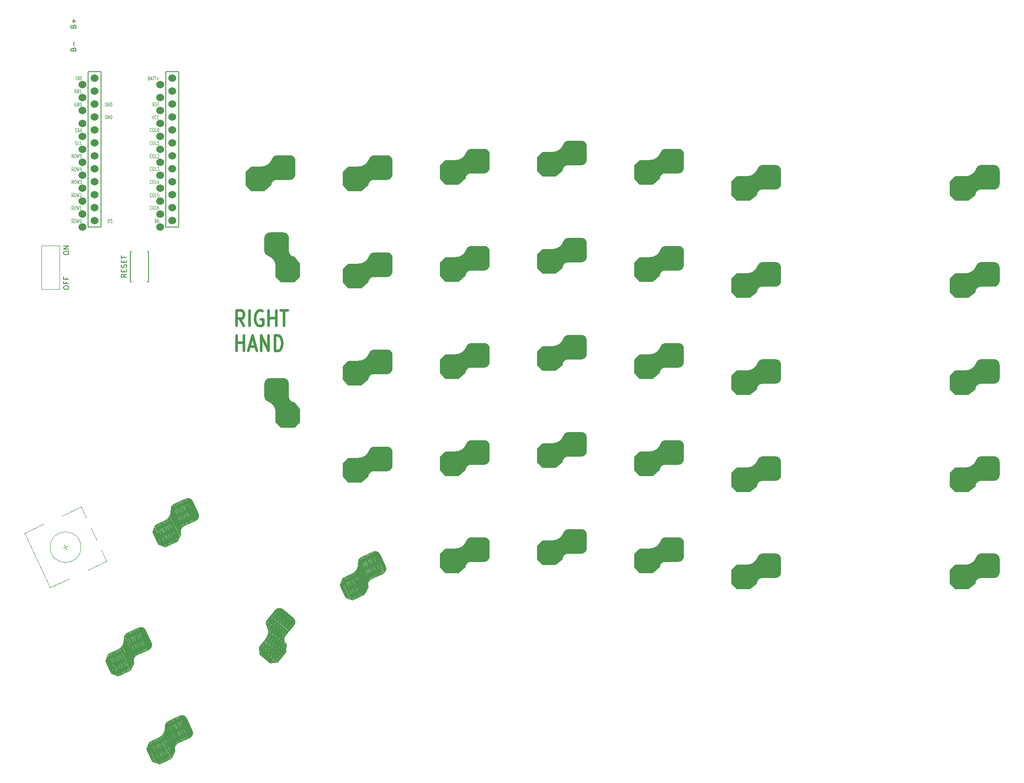
<source format=gto>
%TF.GenerationSoftware,KiCad,Pcbnew,8.0.3*%
%TF.CreationDate,2024-08-06T23:13:00+08:00*%
%TF.ProjectId,ErgoDOX,4572676f-444f-4582-9e6b-696361645f70,rev?*%
%TF.SameCoordinates,Original*%
%TF.FileFunction,Legend,Top*%
%TF.FilePolarity,Positive*%
%FSLAX46Y46*%
G04 Gerber Fmt 4.6, Leading zero omitted, Abs format (unit mm)*
G04 Created by KiCad (PCBNEW 8.0.3) date 2024-08-06 23:13:00*
%MOMM*%
%LPD*%
G01*
G04 APERTURE LIST*
%ADD10C,0.508000*%
%ADD11C,0.125000*%
%ADD12C,0.150000*%
%ADD13C,0.120000*%
%ADD14C,1.524000*%
G04 APERTURE END LIST*
D10*
X69700400Y-99895092D02*
X68853733Y-98443664D01*
X68248971Y-99895092D02*
X68248971Y-96847092D01*
X68248971Y-96847092D02*
X69216590Y-96847092D01*
X69216590Y-96847092D02*
X69458495Y-96992235D01*
X69458495Y-96992235D02*
X69579448Y-97137378D01*
X69579448Y-97137378D02*
X69700400Y-97427664D01*
X69700400Y-97427664D02*
X69700400Y-97863092D01*
X69700400Y-97863092D02*
X69579448Y-98153378D01*
X69579448Y-98153378D02*
X69458495Y-98298521D01*
X69458495Y-98298521D02*
X69216590Y-98443664D01*
X69216590Y-98443664D02*
X68248971Y-98443664D01*
X70788971Y-99895092D02*
X70788971Y-96847092D01*
X73328972Y-96992235D02*
X73087067Y-96847092D01*
X73087067Y-96847092D02*
X72724210Y-96847092D01*
X72724210Y-96847092D02*
X72361353Y-96992235D01*
X72361353Y-96992235D02*
X72119448Y-97282521D01*
X72119448Y-97282521D02*
X71998495Y-97572807D01*
X71998495Y-97572807D02*
X71877543Y-98153378D01*
X71877543Y-98153378D02*
X71877543Y-98588807D01*
X71877543Y-98588807D02*
X71998495Y-99169378D01*
X71998495Y-99169378D02*
X72119448Y-99459664D01*
X72119448Y-99459664D02*
X72361353Y-99749950D01*
X72361353Y-99749950D02*
X72724210Y-99895092D01*
X72724210Y-99895092D02*
X72966114Y-99895092D01*
X72966114Y-99895092D02*
X73328972Y-99749950D01*
X73328972Y-99749950D02*
X73449924Y-99604807D01*
X73449924Y-99604807D02*
X73449924Y-98588807D01*
X73449924Y-98588807D02*
X72966114Y-98588807D01*
X74538495Y-99895092D02*
X74538495Y-96847092D01*
X74538495Y-98298521D02*
X75989924Y-98298521D01*
X75989924Y-99895092D02*
X75989924Y-96847092D01*
X76836590Y-96847092D02*
X78288019Y-96847092D01*
X77562305Y-99895092D02*
X77562305Y-96847092D01*
X68248971Y-104802201D02*
X68248971Y-101754201D01*
X68248971Y-103205630D02*
X69700400Y-103205630D01*
X69700400Y-104802201D02*
X69700400Y-101754201D01*
X70788971Y-103931344D02*
X71998495Y-103931344D01*
X70547066Y-104802201D02*
X71393733Y-101754201D01*
X71393733Y-101754201D02*
X72240400Y-104802201D01*
X73087066Y-104802201D02*
X73087066Y-101754201D01*
X73087066Y-101754201D02*
X74538495Y-104802201D01*
X74538495Y-104802201D02*
X74538495Y-101754201D01*
X75748018Y-104802201D02*
X75748018Y-101754201D01*
X75748018Y-101754201D02*
X76352780Y-101754201D01*
X76352780Y-101754201D02*
X76715637Y-101899344D01*
X76715637Y-101899344D02*
X76957542Y-102189630D01*
X76957542Y-102189630D02*
X77078495Y-102479916D01*
X77078495Y-102479916D02*
X77199447Y-103060487D01*
X77199447Y-103060487D02*
X77199447Y-103495916D01*
X77199447Y-103495916D02*
X77078495Y-104076487D01*
X77078495Y-104076487D02*
X76957542Y-104366773D01*
X76957542Y-104366773D02*
X76715637Y-104657059D01*
X76715637Y-104657059D02*
X76352780Y-104802201D01*
X76352780Y-104802201D02*
X75748018Y-104802201D01*
D11*
X36187596Y-66877464D02*
X36020930Y-66520321D01*
X35901882Y-66877464D02*
X35901882Y-66127464D01*
X35901882Y-66127464D02*
X36092358Y-66127464D01*
X36092358Y-66127464D02*
X36139977Y-66163178D01*
X36139977Y-66163178D02*
X36163787Y-66198892D01*
X36163787Y-66198892D02*
X36187596Y-66270321D01*
X36187596Y-66270321D02*
X36187596Y-66377464D01*
X36187596Y-66377464D02*
X36163787Y-66448892D01*
X36163787Y-66448892D02*
X36139977Y-66484607D01*
X36139977Y-66484607D02*
X36092358Y-66520321D01*
X36092358Y-66520321D02*
X35901882Y-66520321D01*
X36497120Y-66127464D02*
X36592358Y-66127464D01*
X36592358Y-66127464D02*
X36639977Y-66163178D01*
X36639977Y-66163178D02*
X36687596Y-66234607D01*
X36687596Y-66234607D02*
X36711406Y-66377464D01*
X36711406Y-66377464D02*
X36711406Y-66627464D01*
X36711406Y-66627464D02*
X36687596Y-66770321D01*
X36687596Y-66770321D02*
X36639977Y-66841750D01*
X36639977Y-66841750D02*
X36592358Y-66877464D01*
X36592358Y-66877464D02*
X36497120Y-66877464D01*
X36497120Y-66877464D02*
X36449501Y-66841750D01*
X36449501Y-66841750D02*
X36401882Y-66770321D01*
X36401882Y-66770321D02*
X36378073Y-66627464D01*
X36378073Y-66627464D02*
X36378073Y-66377464D01*
X36378073Y-66377464D02*
X36401882Y-66234607D01*
X36401882Y-66234607D02*
X36449501Y-66163178D01*
X36449501Y-66163178D02*
X36497120Y-66127464D01*
X36878073Y-66127464D02*
X36997121Y-66877464D01*
X36997121Y-66877464D02*
X37092359Y-66341750D01*
X37092359Y-66341750D02*
X37187597Y-66877464D01*
X37187597Y-66877464D02*
X37306645Y-66127464D01*
X37735216Y-66127464D02*
X37497121Y-66127464D01*
X37497121Y-66127464D02*
X37473312Y-66484607D01*
X37473312Y-66484607D02*
X37497121Y-66448892D01*
X37497121Y-66448892D02*
X37544740Y-66413178D01*
X37544740Y-66413178D02*
X37663788Y-66413178D01*
X37663788Y-66413178D02*
X37711407Y-66448892D01*
X37711407Y-66448892D02*
X37735216Y-66484607D01*
X37735216Y-66484607D02*
X37759026Y-66556035D01*
X37759026Y-66556035D02*
X37759026Y-66734607D01*
X37759026Y-66734607D02*
X37735216Y-66806035D01*
X37735216Y-66806035D02*
X37711407Y-66841750D01*
X37711407Y-66841750D02*
X37663788Y-66877464D01*
X37663788Y-66877464D02*
X37544740Y-66877464D01*
X37544740Y-66877464D02*
X37497121Y-66841750D01*
X37497121Y-66841750D02*
X37473312Y-66806035D01*
X36544741Y-61779750D02*
X36616169Y-61815464D01*
X36616169Y-61815464D02*
X36735217Y-61815464D01*
X36735217Y-61815464D02*
X36782836Y-61779750D01*
X36782836Y-61779750D02*
X36806645Y-61744035D01*
X36806645Y-61744035D02*
X36830455Y-61672607D01*
X36830455Y-61672607D02*
X36830455Y-61601178D01*
X36830455Y-61601178D02*
X36806645Y-61529750D01*
X36806645Y-61529750D02*
X36782836Y-61494035D01*
X36782836Y-61494035D02*
X36735217Y-61458321D01*
X36735217Y-61458321D02*
X36639979Y-61422607D01*
X36639979Y-61422607D02*
X36592360Y-61386892D01*
X36592360Y-61386892D02*
X36568550Y-61351178D01*
X36568550Y-61351178D02*
X36544741Y-61279750D01*
X36544741Y-61279750D02*
X36544741Y-61208321D01*
X36544741Y-61208321D02*
X36568550Y-61136892D01*
X36568550Y-61136892D02*
X36592360Y-61101178D01*
X36592360Y-61101178D02*
X36639979Y-61065464D01*
X36639979Y-61065464D02*
X36759026Y-61065464D01*
X36759026Y-61065464D02*
X36830455Y-61101178D01*
X37044740Y-61815464D02*
X37044740Y-61065464D01*
X37044740Y-61065464D02*
X37163788Y-61065464D01*
X37163788Y-61065464D02*
X37235216Y-61101178D01*
X37235216Y-61101178D02*
X37282835Y-61172607D01*
X37282835Y-61172607D02*
X37306645Y-61244035D01*
X37306645Y-61244035D02*
X37330454Y-61386892D01*
X37330454Y-61386892D02*
X37330454Y-61494035D01*
X37330454Y-61494035D02*
X37306645Y-61636892D01*
X37306645Y-61636892D02*
X37282835Y-61708321D01*
X37282835Y-61708321D02*
X37235216Y-61779750D01*
X37235216Y-61779750D02*
X37163788Y-61815464D01*
X37163788Y-61815464D02*
X37044740Y-61815464D01*
X37520931Y-61601178D02*
X37759026Y-61601178D01*
X37473312Y-61815464D02*
X37639978Y-61065464D01*
X37639978Y-61065464D02*
X37806645Y-61815464D01*
X51030455Y-51244607D02*
X51101883Y-51280321D01*
X51101883Y-51280321D02*
X51125693Y-51316035D01*
X51125693Y-51316035D02*
X51149502Y-51387464D01*
X51149502Y-51387464D02*
X51149502Y-51494607D01*
X51149502Y-51494607D02*
X51125693Y-51566035D01*
X51125693Y-51566035D02*
X51101883Y-51601750D01*
X51101883Y-51601750D02*
X51054264Y-51637464D01*
X51054264Y-51637464D02*
X50863788Y-51637464D01*
X50863788Y-51637464D02*
X50863788Y-50887464D01*
X50863788Y-50887464D02*
X51030455Y-50887464D01*
X51030455Y-50887464D02*
X51078074Y-50923178D01*
X51078074Y-50923178D02*
X51101883Y-50958892D01*
X51101883Y-50958892D02*
X51125693Y-51030321D01*
X51125693Y-51030321D02*
X51125693Y-51101750D01*
X51125693Y-51101750D02*
X51101883Y-51173178D01*
X51101883Y-51173178D02*
X51078074Y-51208892D01*
X51078074Y-51208892D02*
X51030455Y-51244607D01*
X51030455Y-51244607D02*
X50863788Y-51244607D01*
X51339979Y-51423178D02*
X51578074Y-51423178D01*
X51292360Y-51637464D02*
X51459026Y-50887464D01*
X51459026Y-50887464D02*
X51625693Y-51637464D01*
X51720931Y-50887464D02*
X52006645Y-50887464D01*
X51863788Y-51637464D02*
X51863788Y-50887464D01*
X52101883Y-50887464D02*
X52387597Y-50887464D01*
X52244740Y-51637464D02*
X52244740Y-50887464D01*
X52554263Y-51351750D02*
X52935216Y-51351750D01*
X52744739Y-51637464D02*
X52744739Y-51066035D01*
X51554263Y-71894035D02*
X51530454Y-71929750D01*
X51530454Y-71929750D02*
X51459025Y-71965464D01*
X51459025Y-71965464D02*
X51411406Y-71965464D01*
X51411406Y-71965464D02*
X51339978Y-71929750D01*
X51339978Y-71929750D02*
X51292359Y-71858321D01*
X51292359Y-71858321D02*
X51268549Y-71786892D01*
X51268549Y-71786892D02*
X51244740Y-71644035D01*
X51244740Y-71644035D02*
X51244740Y-71536892D01*
X51244740Y-71536892D02*
X51268549Y-71394035D01*
X51268549Y-71394035D02*
X51292359Y-71322607D01*
X51292359Y-71322607D02*
X51339978Y-71251178D01*
X51339978Y-71251178D02*
X51411406Y-71215464D01*
X51411406Y-71215464D02*
X51459025Y-71215464D01*
X51459025Y-71215464D02*
X51530454Y-71251178D01*
X51530454Y-71251178D02*
X51554263Y-71286892D01*
X51863787Y-71215464D02*
X51959025Y-71215464D01*
X51959025Y-71215464D02*
X52006644Y-71251178D01*
X52006644Y-71251178D02*
X52054263Y-71322607D01*
X52054263Y-71322607D02*
X52078073Y-71465464D01*
X52078073Y-71465464D02*
X52078073Y-71715464D01*
X52078073Y-71715464D02*
X52054263Y-71858321D01*
X52054263Y-71858321D02*
X52006644Y-71929750D01*
X52006644Y-71929750D02*
X51959025Y-71965464D01*
X51959025Y-71965464D02*
X51863787Y-71965464D01*
X51863787Y-71965464D02*
X51816168Y-71929750D01*
X51816168Y-71929750D02*
X51768549Y-71858321D01*
X51768549Y-71858321D02*
X51744740Y-71715464D01*
X51744740Y-71715464D02*
X51744740Y-71465464D01*
X51744740Y-71465464D02*
X51768549Y-71322607D01*
X51768549Y-71322607D02*
X51816168Y-71251178D01*
X51816168Y-71251178D02*
X51863787Y-71215464D01*
X52530454Y-71965464D02*
X52292359Y-71965464D01*
X52292359Y-71965464D02*
X52292359Y-71215464D01*
X52911407Y-71465464D02*
X52911407Y-71965464D01*
X52792359Y-71179750D02*
X52673312Y-71715464D01*
X52673312Y-71715464D02*
X52982835Y-71715464D01*
X42711406Y-56066678D02*
X42663787Y-56030964D01*
X42663787Y-56030964D02*
X42592358Y-56030964D01*
X42592358Y-56030964D02*
X42520930Y-56066678D01*
X42520930Y-56066678D02*
X42473311Y-56138107D01*
X42473311Y-56138107D02*
X42449501Y-56209535D01*
X42449501Y-56209535D02*
X42425692Y-56352392D01*
X42425692Y-56352392D02*
X42425692Y-56459535D01*
X42425692Y-56459535D02*
X42449501Y-56602392D01*
X42449501Y-56602392D02*
X42473311Y-56673821D01*
X42473311Y-56673821D02*
X42520930Y-56745250D01*
X42520930Y-56745250D02*
X42592358Y-56780964D01*
X42592358Y-56780964D02*
X42639977Y-56780964D01*
X42639977Y-56780964D02*
X42711406Y-56745250D01*
X42711406Y-56745250D02*
X42735215Y-56709535D01*
X42735215Y-56709535D02*
X42735215Y-56459535D01*
X42735215Y-56459535D02*
X42639977Y-56459535D01*
X42949501Y-56780964D02*
X42949501Y-56030964D01*
X42949501Y-56030964D02*
X43235215Y-56780964D01*
X43235215Y-56780964D02*
X43235215Y-56030964D01*
X43473311Y-56780964D02*
X43473311Y-56030964D01*
X43473311Y-56030964D02*
X43592359Y-56030964D01*
X43592359Y-56030964D02*
X43663787Y-56066678D01*
X43663787Y-56066678D02*
X43711406Y-56138107D01*
X43711406Y-56138107D02*
X43735216Y-56209535D01*
X43735216Y-56209535D02*
X43759025Y-56352392D01*
X43759025Y-56352392D02*
X43759025Y-56459535D01*
X43759025Y-56459535D02*
X43735216Y-56602392D01*
X43735216Y-56602392D02*
X43711406Y-56673821D01*
X43711406Y-56673821D02*
X43663787Y-56745250D01*
X43663787Y-56745250D02*
X43592359Y-56780964D01*
X43592359Y-56780964D02*
X43473311Y-56780964D01*
X36568550Y-64301750D02*
X36639978Y-64337464D01*
X36639978Y-64337464D02*
X36759026Y-64337464D01*
X36759026Y-64337464D02*
X36806645Y-64301750D01*
X36806645Y-64301750D02*
X36830454Y-64266035D01*
X36830454Y-64266035D02*
X36854264Y-64194607D01*
X36854264Y-64194607D02*
X36854264Y-64123178D01*
X36854264Y-64123178D02*
X36830454Y-64051750D01*
X36830454Y-64051750D02*
X36806645Y-64016035D01*
X36806645Y-64016035D02*
X36759026Y-63980321D01*
X36759026Y-63980321D02*
X36663788Y-63944607D01*
X36663788Y-63944607D02*
X36616169Y-63908892D01*
X36616169Y-63908892D02*
X36592359Y-63873178D01*
X36592359Y-63873178D02*
X36568550Y-63801750D01*
X36568550Y-63801750D02*
X36568550Y-63730321D01*
X36568550Y-63730321D02*
X36592359Y-63658892D01*
X36592359Y-63658892D02*
X36616169Y-63623178D01*
X36616169Y-63623178D02*
X36663788Y-63587464D01*
X36663788Y-63587464D02*
X36782835Y-63587464D01*
X36782835Y-63587464D02*
X36854264Y-63623178D01*
X37354263Y-64266035D02*
X37330454Y-64301750D01*
X37330454Y-64301750D02*
X37259025Y-64337464D01*
X37259025Y-64337464D02*
X37211406Y-64337464D01*
X37211406Y-64337464D02*
X37139978Y-64301750D01*
X37139978Y-64301750D02*
X37092359Y-64230321D01*
X37092359Y-64230321D02*
X37068549Y-64158892D01*
X37068549Y-64158892D02*
X37044740Y-64016035D01*
X37044740Y-64016035D02*
X37044740Y-63908892D01*
X37044740Y-63908892D02*
X37068549Y-63766035D01*
X37068549Y-63766035D02*
X37092359Y-63694607D01*
X37092359Y-63694607D02*
X37139978Y-63623178D01*
X37139978Y-63623178D02*
X37211406Y-63587464D01*
X37211406Y-63587464D02*
X37259025Y-63587464D01*
X37259025Y-63587464D02*
X37330454Y-63623178D01*
X37330454Y-63623178D02*
X37354263Y-63658892D01*
X37806644Y-64337464D02*
X37568549Y-64337464D01*
X37568549Y-64337464D02*
X37568549Y-63587464D01*
X52101883Y-56780964D02*
X51935217Y-56423821D01*
X51816169Y-56780964D02*
X51816169Y-56030964D01*
X51816169Y-56030964D02*
X52006645Y-56030964D01*
X52006645Y-56030964D02*
X52054264Y-56066678D01*
X52054264Y-56066678D02*
X52078074Y-56102392D01*
X52078074Y-56102392D02*
X52101883Y-56173821D01*
X52101883Y-56173821D02*
X52101883Y-56280964D01*
X52101883Y-56280964D02*
X52078074Y-56352392D01*
X52078074Y-56352392D02*
X52054264Y-56388107D01*
X52054264Y-56388107D02*
X52006645Y-56423821D01*
X52006645Y-56423821D02*
X51816169Y-56423821D01*
X52292360Y-56745250D02*
X52363788Y-56780964D01*
X52363788Y-56780964D02*
X52482836Y-56780964D01*
X52482836Y-56780964D02*
X52530455Y-56745250D01*
X52530455Y-56745250D02*
X52554264Y-56709535D01*
X52554264Y-56709535D02*
X52578074Y-56638107D01*
X52578074Y-56638107D02*
X52578074Y-56566678D01*
X52578074Y-56566678D02*
X52554264Y-56495250D01*
X52554264Y-56495250D02*
X52530455Y-56459535D01*
X52530455Y-56459535D02*
X52482836Y-56423821D01*
X52482836Y-56423821D02*
X52387598Y-56388107D01*
X52387598Y-56388107D02*
X52339979Y-56352392D01*
X52339979Y-56352392D02*
X52316169Y-56316678D01*
X52316169Y-56316678D02*
X52292360Y-56245250D01*
X52292360Y-56245250D02*
X52292360Y-56173821D01*
X52292360Y-56173821D02*
X52316169Y-56102392D01*
X52316169Y-56102392D02*
X52339979Y-56066678D01*
X52339979Y-56066678D02*
X52387598Y-56030964D01*
X52387598Y-56030964D02*
X52506645Y-56030964D01*
X52506645Y-56030964D02*
X52578074Y-56066678D01*
X52720931Y-56030964D02*
X53006645Y-56030964D01*
X52863788Y-56780964D02*
X52863788Y-56030964D01*
X36806645Y-54177464D02*
X36639979Y-53820321D01*
X36520931Y-54177464D02*
X36520931Y-53427464D01*
X36520931Y-53427464D02*
X36711407Y-53427464D01*
X36711407Y-53427464D02*
X36759026Y-53463178D01*
X36759026Y-53463178D02*
X36782836Y-53498892D01*
X36782836Y-53498892D02*
X36806645Y-53570321D01*
X36806645Y-53570321D02*
X36806645Y-53677464D01*
X36806645Y-53677464D02*
X36782836Y-53748892D01*
X36782836Y-53748892D02*
X36759026Y-53784607D01*
X36759026Y-53784607D02*
X36711407Y-53820321D01*
X36711407Y-53820321D02*
X36520931Y-53820321D01*
X36973312Y-53427464D02*
X37306645Y-54177464D01*
X37306645Y-53427464D02*
X36973312Y-54177464D01*
X37759026Y-54177464D02*
X37473312Y-54177464D01*
X37616169Y-54177464D02*
X37616169Y-53427464D01*
X37616169Y-53427464D02*
X37568550Y-53534607D01*
X37568550Y-53534607D02*
X37520931Y-53606035D01*
X37520931Y-53606035D02*
X37473312Y-53641750D01*
X36187596Y-79615464D02*
X36020930Y-79258321D01*
X35901882Y-79615464D02*
X35901882Y-78865464D01*
X35901882Y-78865464D02*
X36092358Y-78865464D01*
X36092358Y-78865464D02*
X36139977Y-78901178D01*
X36139977Y-78901178D02*
X36163787Y-78936892D01*
X36163787Y-78936892D02*
X36187596Y-79008321D01*
X36187596Y-79008321D02*
X36187596Y-79115464D01*
X36187596Y-79115464D02*
X36163787Y-79186892D01*
X36163787Y-79186892D02*
X36139977Y-79222607D01*
X36139977Y-79222607D02*
X36092358Y-79258321D01*
X36092358Y-79258321D02*
X35901882Y-79258321D01*
X36497120Y-78865464D02*
X36592358Y-78865464D01*
X36592358Y-78865464D02*
X36639977Y-78901178D01*
X36639977Y-78901178D02*
X36687596Y-78972607D01*
X36687596Y-78972607D02*
X36711406Y-79115464D01*
X36711406Y-79115464D02*
X36711406Y-79365464D01*
X36711406Y-79365464D02*
X36687596Y-79508321D01*
X36687596Y-79508321D02*
X36639977Y-79579750D01*
X36639977Y-79579750D02*
X36592358Y-79615464D01*
X36592358Y-79615464D02*
X36497120Y-79615464D01*
X36497120Y-79615464D02*
X36449501Y-79579750D01*
X36449501Y-79579750D02*
X36401882Y-79508321D01*
X36401882Y-79508321D02*
X36378073Y-79365464D01*
X36378073Y-79365464D02*
X36378073Y-79115464D01*
X36378073Y-79115464D02*
X36401882Y-78972607D01*
X36401882Y-78972607D02*
X36449501Y-78901178D01*
X36449501Y-78901178D02*
X36497120Y-78865464D01*
X36878073Y-78865464D02*
X36997121Y-79615464D01*
X36997121Y-79615464D02*
X37092359Y-79079750D01*
X37092359Y-79079750D02*
X37187597Y-79615464D01*
X37187597Y-79615464D02*
X37306645Y-78865464D01*
X37592359Y-78865464D02*
X37639978Y-78865464D01*
X37639978Y-78865464D02*
X37687597Y-78901178D01*
X37687597Y-78901178D02*
X37711407Y-78936892D01*
X37711407Y-78936892D02*
X37735216Y-79008321D01*
X37735216Y-79008321D02*
X37759026Y-79151178D01*
X37759026Y-79151178D02*
X37759026Y-79329750D01*
X37759026Y-79329750D02*
X37735216Y-79472607D01*
X37735216Y-79472607D02*
X37711407Y-79544035D01*
X37711407Y-79544035D02*
X37687597Y-79579750D01*
X37687597Y-79579750D02*
X37639978Y-79615464D01*
X37639978Y-79615464D02*
X37592359Y-79615464D01*
X37592359Y-79615464D02*
X37544740Y-79579750D01*
X37544740Y-79579750D02*
X37520931Y-79544035D01*
X37520931Y-79544035D02*
X37497121Y-79472607D01*
X37497121Y-79472607D02*
X37473312Y-79329750D01*
X37473312Y-79329750D02*
X37473312Y-79151178D01*
X37473312Y-79151178D02*
X37497121Y-79008321D01*
X37497121Y-79008321D02*
X37520931Y-78936892D01*
X37520931Y-78936892D02*
X37544740Y-78901178D01*
X37544740Y-78901178D02*
X37592359Y-78865464D01*
X51554263Y-66844035D02*
X51530454Y-66879750D01*
X51530454Y-66879750D02*
X51459025Y-66915464D01*
X51459025Y-66915464D02*
X51411406Y-66915464D01*
X51411406Y-66915464D02*
X51339978Y-66879750D01*
X51339978Y-66879750D02*
X51292359Y-66808321D01*
X51292359Y-66808321D02*
X51268549Y-66736892D01*
X51268549Y-66736892D02*
X51244740Y-66594035D01*
X51244740Y-66594035D02*
X51244740Y-66486892D01*
X51244740Y-66486892D02*
X51268549Y-66344035D01*
X51268549Y-66344035D02*
X51292359Y-66272607D01*
X51292359Y-66272607D02*
X51339978Y-66201178D01*
X51339978Y-66201178D02*
X51411406Y-66165464D01*
X51411406Y-66165464D02*
X51459025Y-66165464D01*
X51459025Y-66165464D02*
X51530454Y-66201178D01*
X51530454Y-66201178D02*
X51554263Y-66236892D01*
X51863787Y-66165464D02*
X51959025Y-66165464D01*
X51959025Y-66165464D02*
X52006644Y-66201178D01*
X52006644Y-66201178D02*
X52054263Y-66272607D01*
X52054263Y-66272607D02*
X52078073Y-66415464D01*
X52078073Y-66415464D02*
X52078073Y-66665464D01*
X52078073Y-66665464D02*
X52054263Y-66808321D01*
X52054263Y-66808321D02*
X52006644Y-66879750D01*
X52006644Y-66879750D02*
X51959025Y-66915464D01*
X51959025Y-66915464D02*
X51863787Y-66915464D01*
X51863787Y-66915464D02*
X51816168Y-66879750D01*
X51816168Y-66879750D02*
X51768549Y-66808321D01*
X51768549Y-66808321D02*
X51744740Y-66665464D01*
X51744740Y-66665464D02*
X51744740Y-66415464D01*
X51744740Y-66415464D02*
X51768549Y-66272607D01*
X51768549Y-66272607D02*
X51816168Y-66201178D01*
X51816168Y-66201178D02*
X51863787Y-66165464D01*
X52530454Y-66915464D02*
X52292359Y-66915464D01*
X52292359Y-66915464D02*
X52292359Y-66165464D01*
X52673312Y-66236892D02*
X52697121Y-66201178D01*
X52697121Y-66201178D02*
X52744740Y-66165464D01*
X52744740Y-66165464D02*
X52863788Y-66165464D01*
X52863788Y-66165464D02*
X52911407Y-66201178D01*
X52911407Y-66201178D02*
X52935216Y-66236892D01*
X52935216Y-66236892D02*
X52959026Y-66308321D01*
X52959026Y-66308321D02*
X52959026Y-66379750D01*
X52959026Y-66379750D02*
X52935216Y-66486892D01*
X52935216Y-66486892D02*
X52649502Y-66915464D01*
X52649502Y-66915464D02*
X52959026Y-66915464D01*
X36711406Y-56066678D02*
X36663787Y-56030964D01*
X36663787Y-56030964D02*
X36592358Y-56030964D01*
X36592358Y-56030964D02*
X36520930Y-56066678D01*
X36520930Y-56066678D02*
X36473311Y-56138107D01*
X36473311Y-56138107D02*
X36449501Y-56209535D01*
X36449501Y-56209535D02*
X36425692Y-56352392D01*
X36425692Y-56352392D02*
X36425692Y-56459535D01*
X36425692Y-56459535D02*
X36449501Y-56602392D01*
X36449501Y-56602392D02*
X36473311Y-56673821D01*
X36473311Y-56673821D02*
X36520930Y-56745250D01*
X36520930Y-56745250D02*
X36592358Y-56780964D01*
X36592358Y-56780964D02*
X36639977Y-56780964D01*
X36639977Y-56780964D02*
X36711406Y-56745250D01*
X36711406Y-56745250D02*
X36735215Y-56709535D01*
X36735215Y-56709535D02*
X36735215Y-56459535D01*
X36735215Y-56459535D02*
X36639977Y-56459535D01*
X36949501Y-56780964D02*
X36949501Y-56030964D01*
X36949501Y-56030964D02*
X37235215Y-56780964D01*
X37235215Y-56780964D02*
X37235215Y-56030964D01*
X37473311Y-56780964D02*
X37473311Y-56030964D01*
X37473311Y-56030964D02*
X37592359Y-56030964D01*
X37592359Y-56030964D02*
X37663787Y-56066678D01*
X37663787Y-56066678D02*
X37711406Y-56138107D01*
X37711406Y-56138107D02*
X37735216Y-56209535D01*
X37735216Y-56209535D02*
X37759025Y-56352392D01*
X37759025Y-56352392D02*
X37759025Y-56459535D01*
X37759025Y-56459535D02*
X37735216Y-56602392D01*
X37735216Y-56602392D02*
X37711406Y-56673821D01*
X37711406Y-56673821D02*
X37663787Y-56745250D01*
X37663787Y-56745250D02*
X37592359Y-56780964D01*
X37592359Y-56780964D02*
X37473311Y-56780964D01*
X51554263Y-69346035D02*
X51530454Y-69381750D01*
X51530454Y-69381750D02*
X51459025Y-69417464D01*
X51459025Y-69417464D02*
X51411406Y-69417464D01*
X51411406Y-69417464D02*
X51339978Y-69381750D01*
X51339978Y-69381750D02*
X51292359Y-69310321D01*
X51292359Y-69310321D02*
X51268549Y-69238892D01*
X51268549Y-69238892D02*
X51244740Y-69096035D01*
X51244740Y-69096035D02*
X51244740Y-68988892D01*
X51244740Y-68988892D02*
X51268549Y-68846035D01*
X51268549Y-68846035D02*
X51292359Y-68774607D01*
X51292359Y-68774607D02*
X51339978Y-68703178D01*
X51339978Y-68703178D02*
X51411406Y-68667464D01*
X51411406Y-68667464D02*
X51459025Y-68667464D01*
X51459025Y-68667464D02*
X51530454Y-68703178D01*
X51530454Y-68703178D02*
X51554263Y-68738892D01*
X51863787Y-68667464D02*
X51959025Y-68667464D01*
X51959025Y-68667464D02*
X52006644Y-68703178D01*
X52006644Y-68703178D02*
X52054263Y-68774607D01*
X52054263Y-68774607D02*
X52078073Y-68917464D01*
X52078073Y-68917464D02*
X52078073Y-69167464D01*
X52078073Y-69167464D02*
X52054263Y-69310321D01*
X52054263Y-69310321D02*
X52006644Y-69381750D01*
X52006644Y-69381750D02*
X51959025Y-69417464D01*
X51959025Y-69417464D02*
X51863787Y-69417464D01*
X51863787Y-69417464D02*
X51816168Y-69381750D01*
X51816168Y-69381750D02*
X51768549Y-69310321D01*
X51768549Y-69310321D02*
X51744740Y-69167464D01*
X51744740Y-69167464D02*
X51744740Y-68917464D01*
X51744740Y-68917464D02*
X51768549Y-68774607D01*
X51768549Y-68774607D02*
X51816168Y-68703178D01*
X51816168Y-68703178D02*
X51863787Y-68667464D01*
X52530454Y-69417464D02*
X52292359Y-69417464D01*
X52292359Y-69417464D02*
X52292359Y-68667464D01*
X52649502Y-68667464D02*
X52959026Y-68667464D01*
X52959026Y-68667464D02*
X52792359Y-68953178D01*
X52792359Y-68953178D02*
X52863788Y-68953178D01*
X52863788Y-68953178D02*
X52911407Y-68988892D01*
X52911407Y-68988892D02*
X52935216Y-69024607D01*
X52935216Y-69024607D02*
X52959026Y-69096035D01*
X52959026Y-69096035D02*
X52959026Y-69274607D01*
X52959026Y-69274607D02*
X52935216Y-69346035D01*
X52935216Y-69346035D02*
X52911407Y-69381750D01*
X52911407Y-69381750D02*
X52863788Y-69417464D01*
X52863788Y-69417464D02*
X52720931Y-69417464D01*
X52720931Y-69417464D02*
X52673312Y-69381750D01*
X52673312Y-69381750D02*
X52649502Y-69346035D01*
X36187596Y-77065464D02*
X36020930Y-76708321D01*
X35901882Y-77065464D02*
X35901882Y-76315464D01*
X35901882Y-76315464D02*
X36092358Y-76315464D01*
X36092358Y-76315464D02*
X36139977Y-76351178D01*
X36139977Y-76351178D02*
X36163787Y-76386892D01*
X36163787Y-76386892D02*
X36187596Y-76458321D01*
X36187596Y-76458321D02*
X36187596Y-76565464D01*
X36187596Y-76565464D02*
X36163787Y-76636892D01*
X36163787Y-76636892D02*
X36139977Y-76672607D01*
X36139977Y-76672607D02*
X36092358Y-76708321D01*
X36092358Y-76708321D02*
X35901882Y-76708321D01*
X36497120Y-76315464D02*
X36592358Y-76315464D01*
X36592358Y-76315464D02*
X36639977Y-76351178D01*
X36639977Y-76351178D02*
X36687596Y-76422607D01*
X36687596Y-76422607D02*
X36711406Y-76565464D01*
X36711406Y-76565464D02*
X36711406Y-76815464D01*
X36711406Y-76815464D02*
X36687596Y-76958321D01*
X36687596Y-76958321D02*
X36639977Y-77029750D01*
X36639977Y-77029750D02*
X36592358Y-77065464D01*
X36592358Y-77065464D02*
X36497120Y-77065464D01*
X36497120Y-77065464D02*
X36449501Y-77029750D01*
X36449501Y-77029750D02*
X36401882Y-76958321D01*
X36401882Y-76958321D02*
X36378073Y-76815464D01*
X36378073Y-76815464D02*
X36378073Y-76565464D01*
X36378073Y-76565464D02*
X36401882Y-76422607D01*
X36401882Y-76422607D02*
X36449501Y-76351178D01*
X36449501Y-76351178D02*
X36497120Y-76315464D01*
X36878073Y-76315464D02*
X36997121Y-77065464D01*
X36997121Y-77065464D02*
X37092359Y-76529750D01*
X37092359Y-76529750D02*
X37187597Y-77065464D01*
X37187597Y-77065464D02*
X37306645Y-76315464D01*
X37759026Y-77065464D02*
X37473312Y-77065464D01*
X37616169Y-77065464D02*
X37616169Y-76315464D01*
X37616169Y-76315464D02*
X37568550Y-76422607D01*
X37568550Y-76422607D02*
X37520931Y-76494035D01*
X37520931Y-76494035D02*
X37473312Y-76529750D01*
X51554263Y-74489535D02*
X51530454Y-74525250D01*
X51530454Y-74525250D02*
X51459025Y-74560964D01*
X51459025Y-74560964D02*
X51411406Y-74560964D01*
X51411406Y-74560964D02*
X51339978Y-74525250D01*
X51339978Y-74525250D02*
X51292359Y-74453821D01*
X51292359Y-74453821D02*
X51268549Y-74382392D01*
X51268549Y-74382392D02*
X51244740Y-74239535D01*
X51244740Y-74239535D02*
X51244740Y-74132392D01*
X51244740Y-74132392D02*
X51268549Y-73989535D01*
X51268549Y-73989535D02*
X51292359Y-73918107D01*
X51292359Y-73918107D02*
X51339978Y-73846678D01*
X51339978Y-73846678D02*
X51411406Y-73810964D01*
X51411406Y-73810964D02*
X51459025Y-73810964D01*
X51459025Y-73810964D02*
X51530454Y-73846678D01*
X51530454Y-73846678D02*
X51554263Y-73882392D01*
X51863787Y-73810964D02*
X51959025Y-73810964D01*
X51959025Y-73810964D02*
X52006644Y-73846678D01*
X52006644Y-73846678D02*
X52054263Y-73918107D01*
X52054263Y-73918107D02*
X52078073Y-74060964D01*
X52078073Y-74060964D02*
X52078073Y-74310964D01*
X52078073Y-74310964D02*
X52054263Y-74453821D01*
X52054263Y-74453821D02*
X52006644Y-74525250D01*
X52006644Y-74525250D02*
X51959025Y-74560964D01*
X51959025Y-74560964D02*
X51863787Y-74560964D01*
X51863787Y-74560964D02*
X51816168Y-74525250D01*
X51816168Y-74525250D02*
X51768549Y-74453821D01*
X51768549Y-74453821D02*
X51744740Y-74310964D01*
X51744740Y-74310964D02*
X51744740Y-74060964D01*
X51744740Y-74060964D02*
X51768549Y-73918107D01*
X51768549Y-73918107D02*
X51816168Y-73846678D01*
X51816168Y-73846678D02*
X51863787Y-73810964D01*
X52530454Y-74560964D02*
X52292359Y-74560964D01*
X52292359Y-74560964D02*
X52292359Y-73810964D01*
X52935216Y-73810964D02*
X52697121Y-73810964D01*
X52697121Y-73810964D02*
X52673312Y-74168107D01*
X52673312Y-74168107D02*
X52697121Y-74132392D01*
X52697121Y-74132392D02*
X52744740Y-74096678D01*
X52744740Y-74096678D02*
X52863788Y-74096678D01*
X52863788Y-74096678D02*
X52911407Y-74132392D01*
X52911407Y-74132392D02*
X52935216Y-74168107D01*
X52935216Y-74168107D02*
X52959026Y-74239535D01*
X52959026Y-74239535D02*
X52959026Y-74418107D01*
X52959026Y-74418107D02*
X52935216Y-74489535D01*
X52935216Y-74489535D02*
X52911407Y-74525250D01*
X52911407Y-74525250D02*
X52863788Y-74560964D01*
X52863788Y-74560964D02*
X52744740Y-74560964D01*
X52744740Y-74560964D02*
X52697121Y-74525250D01*
X52697121Y-74525250D02*
X52673312Y-74489535D01*
X51554263Y-61726035D02*
X51530454Y-61761750D01*
X51530454Y-61761750D02*
X51459025Y-61797464D01*
X51459025Y-61797464D02*
X51411406Y-61797464D01*
X51411406Y-61797464D02*
X51339978Y-61761750D01*
X51339978Y-61761750D02*
X51292359Y-61690321D01*
X51292359Y-61690321D02*
X51268549Y-61618892D01*
X51268549Y-61618892D02*
X51244740Y-61476035D01*
X51244740Y-61476035D02*
X51244740Y-61368892D01*
X51244740Y-61368892D02*
X51268549Y-61226035D01*
X51268549Y-61226035D02*
X51292359Y-61154607D01*
X51292359Y-61154607D02*
X51339978Y-61083178D01*
X51339978Y-61083178D02*
X51411406Y-61047464D01*
X51411406Y-61047464D02*
X51459025Y-61047464D01*
X51459025Y-61047464D02*
X51530454Y-61083178D01*
X51530454Y-61083178D02*
X51554263Y-61118892D01*
X51863787Y-61047464D02*
X51959025Y-61047464D01*
X51959025Y-61047464D02*
X52006644Y-61083178D01*
X52006644Y-61083178D02*
X52054263Y-61154607D01*
X52054263Y-61154607D02*
X52078073Y-61297464D01*
X52078073Y-61297464D02*
X52078073Y-61547464D01*
X52078073Y-61547464D02*
X52054263Y-61690321D01*
X52054263Y-61690321D02*
X52006644Y-61761750D01*
X52006644Y-61761750D02*
X51959025Y-61797464D01*
X51959025Y-61797464D02*
X51863787Y-61797464D01*
X51863787Y-61797464D02*
X51816168Y-61761750D01*
X51816168Y-61761750D02*
X51768549Y-61690321D01*
X51768549Y-61690321D02*
X51744740Y-61547464D01*
X51744740Y-61547464D02*
X51744740Y-61297464D01*
X51744740Y-61297464D02*
X51768549Y-61154607D01*
X51768549Y-61154607D02*
X51816168Y-61083178D01*
X51816168Y-61083178D02*
X51863787Y-61047464D01*
X52530454Y-61797464D02*
X52292359Y-61797464D01*
X52292359Y-61797464D02*
X52292359Y-61047464D01*
X52792359Y-61047464D02*
X52839978Y-61047464D01*
X52839978Y-61047464D02*
X52887597Y-61083178D01*
X52887597Y-61083178D02*
X52911407Y-61118892D01*
X52911407Y-61118892D02*
X52935216Y-61190321D01*
X52935216Y-61190321D02*
X52959026Y-61333178D01*
X52959026Y-61333178D02*
X52959026Y-61511750D01*
X52959026Y-61511750D02*
X52935216Y-61654607D01*
X52935216Y-61654607D02*
X52911407Y-61726035D01*
X52911407Y-61726035D02*
X52887597Y-61761750D01*
X52887597Y-61761750D02*
X52839978Y-61797464D01*
X52839978Y-61797464D02*
X52792359Y-61797464D01*
X52792359Y-61797464D02*
X52744740Y-61761750D01*
X52744740Y-61761750D02*
X52720931Y-61726035D01*
X52720931Y-61726035D02*
X52697121Y-61654607D01*
X52697121Y-61654607D02*
X52673312Y-61511750D01*
X52673312Y-61511750D02*
X52673312Y-61333178D01*
X52673312Y-61333178D02*
X52697121Y-61190321D01*
X52697121Y-61190321D02*
X52720931Y-61118892D01*
X52720931Y-61118892D02*
X52744740Y-61083178D01*
X52744740Y-61083178D02*
X52792359Y-61047464D01*
X36187596Y-69465464D02*
X36020930Y-69108321D01*
X35901882Y-69465464D02*
X35901882Y-68715464D01*
X35901882Y-68715464D02*
X36092358Y-68715464D01*
X36092358Y-68715464D02*
X36139977Y-68751178D01*
X36139977Y-68751178D02*
X36163787Y-68786892D01*
X36163787Y-68786892D02*
X36187596Y-68858321D01*
X36187596Y-68858321D02*
X36187596Y-68965464D01*
X36187596Y-68965464D02*
X36163787Y-69036892D01*
X36163787Y-69036892D02*
X36139977Y-69072607D01*
X36139977Y-69072607D02*
X36092358Y-69108321D01*
X36092358Y-69108321D02*
X35901882Y-69108321D01*
X36497120Y-68715464D02*
X36592358Y-68715464D01*
X36592358Y-68715464D02*
X36639977Y-68751178D01*
X36639977Y-68751178D02*
X36687596Y-68822607D01*
X36687596Y-68822607D02*
X36711406Y-68965464D01*
X36711406Y-68965464D02*
X36711406Y-69215464D01*
X36711406Y-69215464D02*
X36687596Y-69358321D01*
X36687596Y-69358321D02*
X36639977Y-69429750D01*
X36639977Y-69429750D02*
X36592358Y-69465464D01*
X36592358Y-69465464D02*
X36497120Y-69465464D01*
X36497120Y-69465464D02*
X36449501Y-69429750D01*
X36449501Y-69429750D02*
X36401882Y-69358321D01*
X36401882Y-69358321D02*
X36378073Y-69215464D01*
X36378073Y-69215464D02*
X36378073Y-68965464D01*
X36378073Y-68965464D02*
X36401882Y-68822607D01*
X36401882Y-68822607D02*
X36449501Y-68751178D01*
X36449501Y-68751178D02*
X36497120Y-68715464D01*
X36878073Y-68715464D02*
X36997121Y-69465464D01*
X36997121Y-69465464D02*
X37092359Y-68929750D01*
X37092359Y-68929750D02*
X37187597Y-69465464D01*
X37187597Y-69465464D02*
X37306645Y-68715464D01*
X37711407Y-68965464D02*
X37711407Y-69465464D01*
X37592359Y-68679750D02*
X37473312Y-69215464D01*
X37473312Y-69215464D02*
X37782835Y-69215464D01*
X51673312Y-58570964D02*
X51839978Y-59320964D01*
X51839978Y-59320964D02*
X52006645Y-58570964D01*
X52459025Y-59249535D02*
X52435216Y-59285250D01*
X52435216Y-59285250D02*
X52363787Y-59320964D01*
X52363787Y-59320964D02*
X52316168Y-59320964D01*
X52316168Y-59320964D02*
X52244740Y-59285250D01*
X52244740Y-59285250D02*
X52197121Y-59213821D01*
X52197121Y-59213821D02*
X52173311Y-59142392D01*
X52173311Y-59142392D02*
X52149502Y-58999535D01*
X52149502Y-58999535D02*
X52149502Y-58892392D01*
X52149502Y-58892392D02*
X52173311Y-58749535D01*
X52173311Y-58749535D02*
X52197121Y-58678107D01*
X52197121Y-58678107D02*
X52244740Y-58606678D01*
X52244740Y-58606678D02*
X52316168Y-58570964D01*
X52316168Y-58570964D02*
X52363787Y-58570964D01*
X52363787Y-58570964D02*
X52435216Y-58606678D01*
X52435216Y-58606678D02*
X52459025Y-58642392D01*
X52959025Y-59249535D02*
X52935216Y-59285250D01*
X52935216Y-59285250D02*
X52863787Y-59320964D01*
X52863787Y-59320964D02*
X52816168Y-59320964D01*
X52816168Y-59320964D02*
X52744740Y-59285250D01*
X52744740Y-59285250D02*
X52697121Y-59213821D01*
X52697121Y-59213821D02*
X52673311Y-59142392D01*
X52673311Y-59142392D02*
X52649502Y-58999535D01*
X52649502Y-58999535D02*
X52649502Y-58892392D01*
X52649502Y-58892392D02*
X52673311Y-58749535D01*
X52673311Y-58749535D02*
X52697121Y-58678107D01*
X52697121Y-58678107D02*
X52744740Y-58606678D01*
X52744740Y-58606678D02*
X52816168Y-58570964D01*
X52816168Y-58570964D02*
X52863787Y-58570964D01*
X52863787Y-58570964D02*
X52935216Y-58606678D01*
X52935216Y-58606678D02*
X52959025Y-58642392D01*
X51554263Y-64266035D02*
X51530454Y-64301750D01*
X51530454Y-64301750D02*
X51459025Y-64337464D01*
X51459025Y-64337464D02*
X51411406Y-64337464D01*
X51411406Y-64337464D02*
X51339978Y-64301750D01*
X51339978Y-64301750D02*
X51292359Y-64230321D01*
X51292359Y-64230321D02*
X51268549Y-64158892D01*
X51268549Y-64158892D02*
X51244740Y-64016035D01*
X51244740Y-64016035D02*
X51244740Y-63908892D01*
X51244740Y-63908892D02*
X51268549Y-63766035D01*
X51268549Y-63766035D02*
X51292359Y-63694607D01*
X51292359Y-63694607D02*
X51339978Y-63623178D01*
X51339978Y-63623178D02*
X51411406Y-63587464D01*
X51411406Y-63587464D02*
X51459025Y-63587464D01*
X51459025Y-63587464D02*
X51530454Y-63623178D01*
X51530454Y-63623178D02*
X51554263Y-63658892D01*
X51863787Y-63587464D02*
X51959025Y-63587464D01*
X51959025Y-63587464D02*
X52006644Y-63623178D01*
X52006644Y-63623178D02*
X52054263Y-63694607D01*
X52054263Y-63694607D02*
X52078073Y-63837464D01*
X52078073Y-63837464D02*
X52078073Y-64087464D01*
X52078073Y-64087464D02*
X52054263Y-64230321D01*
X52054263Y-64230321D02*
X52006644Y-64301750D01*
X52006644Y-64301750D02*
X51959025Y-64337464D01*
X51959025Y-64337464D02*
X51863787Y-64337464D01*
X51863787Y-64337464D02*
X51816168Y-64301750D01*
X51816168Y-64301750D02*
X51768549Y-64230321D01*
X51768549Y-64230321D02*
X51744740Y-64087464D01*
X51744740Y-64087464D02*
X51744740Y-63837464D01*
X51744740Y-63837464D02*
X51768549Y-63694607D01*
X51768549Y-63694607D02*
X51816168Y-63623178D01*
X51816168Y-63623178D02*
X51863787Y-63587464D01*
X52530454Y-64337464D02*
X52292359Y-64337464D01*
X52292359Y-64337464D02*
X52292359Y-63587464D01*
X52959026Y-64337464D02*
X52673312Y-64337464D01*
X52816169Y-64337464D02*
X52816169Y-63587464D01*
X52816169Y-63587464D02*
X52768550Y-63694607D01*
X52768550Y-63694607D02*
X52720931Y-63766035D01*
X52720931Y-63766035D02*
X52673312Y-63801750D01*
X51554263Y-76966035D02*
X51530454Y-77001750D01*
X51530454Y-77001750D02*
X51459025Y-77037464D01*
X51459025Y-77037464D02*
X51411406Y-77037464D01*
X51411406Y-77037464D02*
X51339978Y-77001750D01*
X51339978Y-77001750D02*
X51292359Y-76930321D01*
X51292359Y-76930321D02*
X51268549Y-76858892D01*
X51268549Y-76858892D02*
X51244740Y-76716035D01*
X51244740Y-76716035D02*
X51244740Y-76608892D01*
X51244740Y-76608892D02*
X51268549Y-76466035D01*
X51268549Y-76466035D02*
X51292359Y-76394607D01*
X51292359Y-76394607D02*
X51339978Y-76323178D01*
X51339978Y-76323178D02*
X51411406Y-76287464D01*
X51411406Y-76287464D02*
X51459025Y-76287464D01*
X51459025Y-76287464D02*
X51530454Y-76323178D01*
X51530454Y-76323178D02*
X51554263Y-76358892D01*
X51863787Y-76287464D02*
X51959025Y-76287464D01*
X51959025Y-76287464D02*
X52006644Y-76323178D01*
X52006644Y-76323178D02*
X52054263Y-76394607D01*
X52054263Y-76394607D02*
X52078073Y-76537464D01*
X52078073Y-76537464D02*
X52078073Y-76787464D01*
X52078073Y-76787464D02*
X52054263Y-76930321D01*
X52054263Y-76930321D02*
X52006644Y-77001750D01*
X52006644Y-77001750D02*
X51959025Y-77037464D01*
X51959025Y-77037464D02*
X51863787Y-77037464D01*
X51863787Y-77037464D02*
X51816168Y-77001750D01*
X51816168Y-77001750D02*
X51768549Y-76930321D01*
X51768549Y-76930321D02*
X51744740Y-76787464D01*
X51744740Y-76787464D02*
X51744740Y-76537464D01*
X51744740Y-76537464D02*
X51768549Y-76394607D01*
X51768549Y-76394607D02*
X51816168Y-76323178D01*
X51816168Y-76323178D02*
X51863787Y-76287464D01*
X52530454Y-77037464D02*
X52292359Y-77037464D01*
X52292359Y-77037464D02*
X52292359Y-76287464D01*
X52911407Y-76287464D02*
X52816169Y-76287464D01*
X52816169Y-76287464D02*
X52768550Y-76323178D01*
X52768550Y-76323178D02*
X52744740Y-76358892D01*
X52744740Y-76358892D02*
X52697121Y-76466035D01*
X52697121Y-76466035D02*
X52673312Y-76608892D01*
X52673312Y-76608892D02*
X52673312Y-76894607D01*
X52673312Y-76894607D02*
X52697121Y-76966035D01*
X52697121Y-76966035D02*
X52720931Y-77001750D01*
X52720931Y-77001750D02*
X52768550Y-77037464D01*
X52768550Y-77037464D02*
X52863788Y-77037464D01*
X52863788Y-77037464D02*
X52911407Y-77001750D01*
X52911407Y-77001750D02*
X52935216Y-76966035D01*
X52935216Y-76966035D02*
X52959026Y-76894607D01*
X52959026Y-76894607D02*
X52959026Y-76716035D01*
X52959026Y-76716035D02*
X52935216Y-76644607D01*
X52935216Y-76644607D02*
X52911407Y-76608892D01*
X52911407Y-76608892D02*
X52863788Y-76573178D01*
X52863788Y-76573178D02*
X52768550Y-76573178D01*
X52768550Y-76573178D02*
X52720931Y-76608892D01*
X52720931Y-76608892D02*
X52697121Y-76644607D01*
X52697121Y-76644607D02*
X52673312Y-76716035D01*
X52363788Y-79248107D02*
X52435216Y-79283821D01*
X52435216Y-79283821D02*
X52459026Y-79319535D01*
X52459026Y-79319535D02*
X52482835Y-79390964D01*
X52482835Y-79390964D02*
X52482835Y-79498107D01*
X52482835Y-79498107D02*
X52459026Y-79569535D01*
X52459026Y-79569535D02*
X52435216Y-79605250D01*
X52435216Y-79605250D02*
X52387597Y-79640964D01*
X52387597Y-79640964D02*
X52197121Y-79640964D01*
X52197121Y-79640964D02*
X52197121Y-78890964D01*
X52197121Y-78890964D02*
X52363788Y-78890964D01*
X52363788Y-78890964D02*
X52411407Y-78926678D01*
X52411407Y-78926678D02*
X52435216Y-78962392D01*
X52435216Y-78962392D02*
X52459026Y-79033821D01*
X52459026Y-79033821D02*
X52459026Y-79105250D01*
X52459026Y-79105250D02*
X52435216Y-79176678D01*
X52435216Y-79176678D02*
X52411407Y-79212392D01*
X52411407Y-79212392D02*
X52363788Y-79248107D01*
X52363788Y-79248107D02*
X52197121Y-79248107D01*
X52911407Y-78890964D02*
X52816169Y-78890964D01*
X52816169Y-78890964D02*
X52768550Y-78926678D01*
X52768550Y-78926678D02*
X52744740Y-78962392D01*
X52744740Y-78962392D02*
X52697121Y-79069535D01*
X52697121Y-79069535D02*
X52673312Y-79212392D01*
X52673312Y-79212392D02*
X52673312Y-79498107D01*
X52673312Y-79498107D02*
X52697121Y-79569535D01*
X52697121Y-79569535D02*
X52720931Y-79605250D01*
X52720931Y-79605250D02*
X52768550Y-79640964D01*
X52768550Y-79640964D02*
X52863788Y-79640964D01*
X52863788Y-79640964D02*
X52911407Y-79605250D01*
X52911407Y-79605250D02*
X52935216Y-79569535D01*
X52935216Y-79569535D02*
X52959026Y-79498107D01*
X52959026Y-79498107D02*
X52959026Y-79319535D01*
X52959026Y-79319535D02*
X52935216Y-79248107D01*
X52935216Y-79248107D02*
X52911407Y-79212392D01*
X52911407Y-79212392D02*
X52863788Y-79176678D01*
X52863788Y-79176678D02*
X52768550Y-79176678D01*
X52768550Y-79176678D02*
X52720931Y-79212392D01*
X52720931Y-79212392D02*
X52697121Y-79248107D01*
X52697121Y-79248107D02*
X52673312Y-79319535D01*
X36568551Y-50887464D02*
X36854265Y-50887464D01*
X36711408Y-51637464D02*
X36711408Y-50887464D01*
X36973312Y-50887464D02*
X37306645Y-51637464D01*
X37306645Y-50887464D02*
X36973312Y-51637464D01*
X37592359Y-50887464D02*
X37639978Y-50887464D01*
X37639978Y-50887464D02*
X37687597Y-50923178D01*
X37687597Y-50923178D02*
X37711407Y-50958892D01*
X37711407Y-50958892D02*
X37735216Y-51030321D01*
X37735216Y-51030321D02*
X37759026Y-51173178D01*
X37759026Y-51173178D02*
X37759026Y-51351750D01*
X37759026Y-51351750D02*
X37735216Y-51494607D01*
X37735216Y-51494607D02*
X37711407Y-51566035D01*
X37711407Y-51566035D02*
X37687597Y-51601750D01*
X37687597Y-51601750D02*
X37639978Y-51637464D01*
X37639978Y-51637464D02*
X37592359Y-51637464D01*
X37592359Y-51637464D02*
X37544740Y-51601750D01*
X37544740Y-51601750D02*
X37520931Y-51566035D01*
X37520931Y-51566035D02*
X37497121Y-51494607D01*
X37497121Y-51494607D02*
X37473312Y-51351750D01*
X37473312Y-51351750D02*
X37473312Y-51173178D01*
X37473312Y-51173178D02*
X37497121Y-51030321D01*
X37497121Y-51030321D02*
X37520931Y-50958892D01*
X37520931Y-50958892D02*
X37544740Y-50923178D01*
X37544740Y-50923178D02*
X37592359Y-50887464D01*
X36187596Y-74560964D02*
X36020930Y-74203821D01*
X35901882Y-74560964D02*
X35901882Y-73810964D01*
X35901882Y-73810964D02*
X36092358Y-73810964D01*
X36092358Y-73810964D02*
X36139977Y-73846678D01*
X36139977Y-73846678D02*
X36163787Y-73882392D01*
X36163787Y-73882392D02*
X36187596Y-73953821D01*
X36187596Y-73953821D02*
X36187596Y-74060964D01*
X36187596Y-74060964D02*
X36163787Y-74132392D01*
X36163787Y-74132392D02*
X36139977Y-74168107D01*
X36139977Y-74168107D02*
X36092358Y-74203821D01*
X36092358Y-74203821D02*
X35901882Y-74203821D01*
X36497120Y-73810964D02*
X36592358Y-73810964D01*
X36592358Y-73810964D02*
X36639977Y-73846678D01*
X36639977Y-73846678D02*
X36687596Y-73918107D01*
X36687596Y-73918107D02*
X36711406Y-74060964D01*
X36711406Y-74060964D02*
X36711406Y-74310964D01*
X36711406Y-74310964D02*
X36687596Y-74453821D01*
X36687596Y-74453821D02*
X36639977Y-74525250D01*
X36639977Y-74525250D02*
X36592358Y-74560964D01*
X36592358Y-74560964D02*
X36497120Y-74560964D01*
X36497120Y-74560964D02*
X36449501Y-74525250D01*
X36449501Y-74525250D02*
X36401882Y-74453821D01*
X36401882Y-74453821D02*
X36378073Y-74310964D01*
X36378073Y-74310964D02*
X36378073Y-74060964D01*
X36378073Y-74060964D02*
X36401882Y-73918107D01*
X36401882Y-73918107D02*
X36449501Y-73846678D01*
X36449501Y-73846678D02*
X36497120Y-73810964D01*
X36878073Y-73810964D02*
X36997121Y-74560964D01*
X36997121Y-74560964D02*
X37092359Y-74025250D01*
X37092359Y-74025250D02*
X37187597Y-74560964D01*
X37187597Y-74560964D02*
X37306645Y-73810964D01*
X37473312Y-73882392D02*
X37497121Y-73846678D01*
X37497121Y-73846678D02*
X37544740Y-73810964D01*
X37544740Y-73810964D02*
X37663788Y-73810964D01*
X37663788Y-73810964D02*
X37711407Y-73846678D01*
X37711407Y-73846678D02*
X37735216Y-73882392D01*
X37735216Y-73882392D02*
X37759026Y-73953821D01*
X37759026Y-73953821D02*
X37759026Y-74025250D01*
X37759026Y-74025250D02*
X37735216Y-74132392D01*
X37735216Y-74132392D02*
X37449502Y-74560964D01*
X37449502Y-74560964D02*
X37759026Y-74560964D01*
X36187596Y-71965464D02*
X36020930Y-71608321D01*
X35901882Y-71965464D02*
X35901882Y-71215464D01*
X35901882Y-71215464D02*
X36092358Y-71215464D01*
X36092358Y-71215464D02*
X36139977Y-71251178D01*
X36139977Y-71251178D02*
X36163787Y-71286892D01*
X36163787Y-71286892D02*
X36187596Y-71358321D01*
X36187596Y-71358321D02*
X36187596Y-71465464D01*
X36187596Y-71465464D02*
X36163787Y-71536892D01*
X36163787Y-71536892D02*
X36139977Y-71572607D01*
X36139977Y-71572607D02*
X36092358Y-71608321D01*
X36092358Y-71608321D02*
X35901882Y-71608321D01*
X36497120Y-71215464D02*
X36592358Y-71215464D01*
X36592358Y-71215464D02*
X36639977Y-71251178D01*
X36639977Y-71251178D02*
X36687596Y-71322607D01*
X36687596Y-71322607D02*
X36711406Y-71465464D01*
X36711406Y-71465464D02*
X36711406Y-71715464D01*
X36711406Y-71715464D02*
X36687596Y-71858321D01*
X36687596Y-71858321D02*
X36639977Y-71929750D01*
X36639977Y-71929750D02*
X36592358Y-71965464D01*
X36592358Y-71965464D02*
X36497120Y-71965464D01*
X36497120Y-71965464D02*
X36449501Y-71929750D01*
X36449501Y-71929750D02*
X36401882Y-71858321D01*
X36401882Y-71858321D02*
X36378073Y-71715464D01*
X36378073Y-71715464D02*
X36378073Y-71465464D01*
X36378073Y-71465464D02*
X36401882Y-71322607D01*
X36401882Y-71322607D02*
X36449501Y-71251178D01*
X36449501Y-71251178D02*
X36497120Y-71215464D01*
X36878073Y-71215464D02*
X36997121Y-71965464D01*
X36997121Y-71965464D02*
X37092359Y-71429750D01*
X37092359Y-71429750D02*
X37187597Y-71965464D01*
X37187597Y-71965464D02*
X37306645Y-71215464D01*
X37449502Y-71215464D02*
X37759026Y-71215464D01*
X37759026Y-71215464D02*
X37592359Y-71501178D01*
X37592359Y-71501178D02*
X37663788Y-71501178D01*
X37663788Y-71501178D02*
X37711407Y-71536892D01*
X37711407Y-71536892D02*
X37735216Y-71572607D01*
X37735216Y-71572607D02*
X37759026Y-71644035D01*
X37759026Y-71644035D02*
X37759026Y-71822607D01*
X37759026Y-71822607D02*
X37735216Y-71894035D01*
X37735216Y-71894035D02*
X37711407Y-71929750D01*
X37711407Y-71929750D02*
X37663788Y-71965464D01*
X37663788Y-71965464D02*
X37520931Y-71965464D01*
X37520931Y-71965464D02*
X37473312Y-71929750D01*
X37473312Y-71929750D02*
X37449502Y-71894035D01*
X43163788Y-79222607D02*
X43235216Y-79258321D01*
X43235216Y-79258321D02*
X43259026Y-79294035D01*
X43259026Y-79294035D02*
X43282835Y-79365464D01*
X43282835Y-79365464D02*
X43282835Y-79472607D01*
X43282835Y-79472607D02*
X43259026Y-79544035D01*
X43259026Y-79544035D02*
X43235216Y-79579750D01*
X43235216Y-79579750D02*
X43187597Y-79615464D01*
X43187597Y-79615464D02*
X42997121Y-79615464D01*
X42997121Y-79615464D02*
X42997121Y-78865464D01*
X42997121Y-78865464D02*
X43163788Y-78865464D01*
X43163788Y-78865464D02*
X43211407Y-78901178D01*
X43211407Y-78901178D02*
X43235216Y-78936892D01*
X43235216Y-78936892D02*
X43259026Y-79008321D01*
X43259026Y-79008321D02*
X43259026Y-79079750D01*
X43259026Y-79079750D02*
X43235216Y-79151178D01*
X43235216Y-79151178D02*
X43211407Y-79186892D01*
X43211407Y-79186892D02*
X43163788Y-79222607D01*
X43163788Y-79222607D02*
X42997121Y-79222607D01*
X43735216Y-78865464D02*
X43497121Y-78865464D01*
X43497121Y-78865464D02*
X43473312Y-79222607D01*
X43473312Y-79222607D02*
X43497121Y-79186892D01*
X43497121Y-79186892D02*
X43544740Y-79151178D01*
X43544740Y-79151178D02*
X43663788Y-79151178D01*
X43663788Y-79151178D02*
X43711407Y-79186892D01*
X43711407Y-79186892D02*
X43735216Y-79222607D01*
X43735216Y-79222607D02*
X43759026Y-79294035D01*
X43759026Y-79294035D02*
X43759026Y-79472607D01*
X43759026Y-79472607D02*
X43735216Y-79544035D01*
X43735216Y-79544035D02*
X43711407Y-79579750D01*
X43711407Y-79579750D02*
X43663788Y-79615464D01*
X43663788Y-79615464D02*
X43544740Y-79615464D01*
X43544740Y-79615464D02*
X43497121Y-79579750D01*
X43497121Y-79579750D02*
X43473312Y-79544035D01*
X42711406Y-58543178D02*
X42663787Y-58507464D01*
X42663787Y-58507464D02*
X42592358Y-58507464D01*
X42592358Y-58507464D02*
X42520930Y-58543178D01*
X42520930Y-58543178D02*
X42473311Y-58614607D01*
X42473311Y-58614607D02*
X42449501Y-58686035D01*
X42449501Y-58686035D02*
X42425692Y-58828892D01*
X42425692Y-58828892D02*
X42425692Y-58936035D01*
X42425692Y-58936035D02*
X42449501Y-59078892D01*
X42449501Y-59078892D02*
X42473311Y-59150321D01*
X42473311Y-59150321D02*
X42520930Y-59221750D01*
X42520930Y-59221750D02*
X42592358Y-59257464D01*
X42592358Y-59257464D02*
X42639977Y-59257464D01*
X42639977Y-59257464D02*
X42711406Y-59221750D01*
X42711406Y-59221750D02*
X42735215Y-59186035D01*
X42735215Y-59186035D02*
X42735215Y-58936035D01*
X42735215Y-58936035D02*
X42639977Y-58936035D01*
X42949501Y-59257464D02*
X42949501Y-58507464D01*
X42949501Y-58507464D02*
X43235215Y-59257464D01*
X43235215Y-59257464D02*
X43235215Y-58507464D01*
X43473311Y-59257464D02*
X43473311Y-58507464D01*
X43473311Y-58507464D02*
X43592359Y-58507464D01*
X43592359Y-58507464D02*
X43663787Y-58543178D01*
X43663787Y-58543178D02*
X43711406Y-58614607D01*
X43711406Y-58614607D02*
X43735216Y-58686035D01*
X43735216Y-58686035D02*
X43759025Y-58828892D01*
X43759025Y-58828892D02*
X43759025Y-58936035D01*
X43759025Y-58936035D02*
X43735216Y-59078892D01*
X43735216Y-59078892D02*
X43711406Y-59150321D01*
X43711406Y-59150321D02*
X43663787Y-59221750D01*
X43663787Y-59221750D02*
X43592359Y-59257464D01*
X43592359Y-59257464D02*
X43473311Y-59257464D01*
D12*
X36211009Y-45617618D02*
X36258628Y-45474761D01*
X36258628Y-45474761D02*
X36306247Y-45427142D01*
X36306247Y-45427142D02*
X36401485Y-45379523D01*
X36401485Y-45379523D02*
X36544342Y-45379523D01*
X36544342Y-45379523D02*
X36639580Y-45427142D01*
X36639580Y-45427142D02*
X36687200Y-45474761D01*
X36687200Y-45474761D02*
X36734819Y-45569999D01*
X36734819Y-45569999D02*
X36734819Y-45950951D01*
X36734819Y-45950951D02*
X35734819Y-45950951D01*
X35734819Y-45950951D02*
X35734819Y-45617618D01*
X35734819Y-45617618D02*
X35782438Y-45522380D01*
X35782438Y-45522380D02*
X35830057Y-45474761D01*
X35830057Y-45474761D02*
X35925295Y-45427142D01*
X35925295Y-45427142D02*
X36020533Y-45427142D01*
X36020533Y-45427142D02*
X36115771Y-45474761D01*
X36115771Y-45474761D02*
X36163390Y-45522380D01*
X36163390Y-45522380D02*
X36211009Y-45617618D01*
X36211009Y-45617618D02*
X36211009Y-45950951D01*
X36353866Y-44950951D02*
X36353866Y-44189047D01*
X36211009Y-41117618D02*
X36258628Y-40974761D01*
X36258628Y-40974761D02*
X36306247Y-40927142D01*
X36306247Y-40927142D02*
X36401485Y-40879523D01*
X36401485Y-40879523D02*
X36544342Y-40879523D01*
X36544342Y-40879523D02*
X36639580Y-40927142D01*
X36639580Y-40927142D02*
X36687200Y-40974761D01*
X36687200Y-40974761D02*
X36734819Y-41069999D01*
X36734819Y-41069999D02*
X36734819Y-41450951D01*
X36734819Y-41450951D02*
X35734819Y-41450951D01*
X35734819Y-41450951D02*
X35734819Y-41117618D01*
X35734819Y-41117618D02*
X35782438Y-41022380D01*
X35782438Y-41022380D02*
X35830057Y-40974761D01*
X35830057Y-40974761D02*
X35925295Y-40927142D01*
X35925295Y-40927142D02*
X36020533Y-40927142D01*
X36020533Y-40927142D02*
X36115771Y-40974761D01*
X36115771Y-40974761D02*
X36163390Y-41022380D01*
X36163390Y-41022380D02*
X36211009Y-41117618D01*
X36211009Y-41117618D02*
X36211009Y-41450951D01*
X36353866Y-40450951D02*
X36353866Y-39689047D01*
X36734819Y-40069999D02*
X35972914Y-40069999D01*
X34319819Y-85625047D02*
X34319819Y-85434571D01*
X34319819Y-85434571D02*
X34367438Y-85339333D01*
X34367438Y-85339333D02*
X34462676Y-85244095D01*
X34462676Y-85244095D02*
X34653152Y-85196476D01*
X34653152Y-85196476D02*
X34986485Y-85196476D01*
X34986485Y-85196476D02*
X35176961Y-85244095D01*
X35176961Y-85244095D02*
X35272200Y-85339333D01*
X35272200Y-85339333D02*
X35319819Y-85434571D01*
X35319819Y-85434571D02*
X35319819Y-85625047D01*
X35319819Y-85625047D02*
X35272200Y-85720285D01*
X35272200Y-85720285D02*
X35176961Y-85815523D01*
X35176961Y-85815523D02*
X34986485Y-85863142D01*
X34986485Y-85863142D02*
X34653152Y-85863142D01*
X34653152Y-85863142D02*
X34462676Y-85815523D01*
X34462676Y-85815523D02*
X34367438Y-85720285D01*
X34367438Y-85720285D02*
X34319819Y-85625047D01*
X35319819Y-84767904D02*
X34319819Y-84767904D01*
X34319819Y-84767904D02*
X35319819Y-84196476D01*
X35319819Y-84196476D02*
X34319819Y-84196476D01*
X34319819Y-92434380D02*
X34319819Y-92243904D01*
X34319819Y-92243904D02*
X34367438Y-92148666D01*
X34367438Y-92148666D02*
X34462676Y-92053428D01*
X34462676Y-92053428D02*
X34653152Y-92005809D01*
X34653152Y-92005809D02*
X34986485Y-92005809D01*
X34986485Y-92005809D02*
X35176961Y-92053428D01*
X35176961Y-92053428D02*
X35272200Y-92148666D01*
X35272200Y-92148666D02*
X35319819Y-92243904D01*
X35319819Y-92243904D02*
X35319819Y-92434380D01*
X35319819Y-92434380D02*
X35272200Y-92529618D01*
X35272200Y-92529618D02*
X35176961Y-92624856D01*
X35176961Y-92624856D02*
X34986485Y-92672475D01*
X34986485Y-92672475D02*
X34653152Y-92672475D01*
X34653152Y-92672475D02*
X34462676Y-92624856D01*
X34462676Y-92624856D02*
X34367438Y-92529618D01*
X34367438Y-92529618D02*
X34319819Y-92434380D01*
X34796009Y-91243904D02*
X34796009Y-91577237D01*
X35319819Y-91577237D02*
X34319819Y-91577237D01*
X34319819Y-91577237D02*
X34319819Y-91101047D01*
X34796009Y-90386761D02*
X34796009Y-90720094D01*
X35319819Y-90720094D02*
X34319819Y-90720094D01*
X34319819Y-90720094D02*
X34319819Y-90243904D01*
X46629219Y-89717381D02*
X46153028Y-90050714D01*
X46629219Y-90288809D02*
X45629219Y-90288809D01*
X45629219Y-90288809D02*
X45629219Y-89907857D01*
X45629219Y-89907857D02*
X45676838Y-89812619D01*
X45676838Y-89812619D02*
X45724457Y-89765000D01*
X45724457Y-89765000D02*
X45819695Y-89717381D01*
X45819695Y-89717381D02*
X45962552Y-89717381D01*
X45962552Y-89717381D02*
X46057790Y-89765000D01*
X46057790Y-89765000D02*
X46105409Y-89812619D01*
X46105409Y-89812619D02*
X46153028Y-89907857D01*
X46153028Y-89907857D02*
X46153028Y-90288809D01*
X46105409Y-89288809D02*
X46105409Y-88955476D01*
X46629219Y-88812619D02*
X46629219Y-89288809D01*
X46629219Y-89288809D02*
X45629219Y-89288809D01*
X45629219Y-89288809D02*
X45629219Y-88812619D01*
X46581600Y-88431666D02*
X46629219Y-88288809D01*
X46629219Y-88288809D02*
X46629219Y-88050714D01*
X46629219Y-88050714D02*
X46581600Y-87955476D01*
X46581600Y-87955476D02*
X46533980Y-87907857D01*
X46533980Y-87907857D02*
X46438742Y-87860238D01*
X46438742Y-87860238D02*
X46343504Y-87860238D01*
X46343504Y-87860238D02*
X46248266Y-87907857D01*
X46248266Y-87907857D02*
X46200647Y-87955476D01*
X46200647Y-87955476D02*
X46153028Y-88050714D01*
X46153028Y-88050714D02*
X46105409Y-88241190D01*
X46105409Y-88241190D02*
X46057790Y-88336428D01*
X46057790Y-88336428D02*
X46010171Y-88384047D01*
X46010171Y-88384047D02*
X45914933Y-88431666D01*
X45914933Y-88431666D02*
X45819695Y-88431666D01*
X45819695Y-88431666D02*
X45724457Y-88384047D01*
X45724457Y-88384047D02*
X45676838Y-88336428D01*
X45676838Y-88336428D02*
X45629219Y-88241190D01*
X45629219Y-88241190D02*
X45629219Y-88003095D01*
X45629219Y-88003095D02*
X45676838Y-87860238D01*
X46105409Y-87431666D02*
X46105409Y-87098333D01*
X46629219Y-86955476D02*
X46629219Y-87431666D01*
X46629219Y-87431666D02*
X45629219Y-87431666D01*
X45629219Y-87431666D02*
X45629219Y-86955476D01*
X45629219Y-86669761D02*
X45629219Y-86098333D01*
X46629219Y-86384047D02*
X45629219Y-86384047D01*
%TO.C,SW1:10*%
X133090000Y-139830000D02*
X133090000Y-144430000D01*
X136690000Y-140380000D02*
X136690000Y-143930000D01*
X127240000Y-143030000D02*
X128265000Y-142005000D01*
X135840000Y-139805000D02*
X133240000Y-139805000D01*
X127990000Y-142280000D02*
X127990000Y-146380000D01*
X132140000Y-140980000D02*
X132140000Y-145130000D01*
X132790000Y-139980000D02*
X132790000Y-144530000D01*
X135840000Y-144455000D02*
X133265000Y-144455000D01*
X130690000Y-141980000D02*
X130690000Y-146630000D01*
X134890000Y-139830000D02*
X134890000Y-144430000D01*
X129040000Y-142030000D02*
X129040000Y-146630000D01*
X130815000Y-146655000D02*
X128265000Y-146655000D01*
X130815000Y-146655000D02*
X132090000Y-145630000D01*
X133690000Y-139830000D02*
X133690000Y-144430000D01*
X131140000Y-141830000D02*
X131140000Y-146380000D01*
X132440000Y-140480000D02*
X132440000Y-144680000D01*
X132940000Y-139880000D02*
X132940000Y-144430000D01*
X128590000Y-142030000D02*
X128590000Y-146630000D01*
X127840000Y-142430000D02*
X127840000Y-146230000D01*
X127540000Y-142780000D02*
X127540000Y-145930000D01*
X131440000Y-141680000D02*
X131440000Y-146130000D01*
X134740000Y-139830000D02*
X134740000Y-144430000D01*
X135040000Y-139830000D02*
X135040000Y-144430000D01*
X136490000Y-140130000D02*
X136490000Y-144080000D01*
X132340000Y-140630000D02*
X132340000Y-144780000D01*
X134590000Y-139830000D02*
X134590000Y-144430000D01*
X132640000Y-140080000D02*
X132640000Y-144580000D01*
X135790000Y-139830000D02*
X135790000Y-144430000D01*
X133840000Y-139830000D02*
X133840000Y-144430000D01*
X128290000Y-142030000D02*
X128290000Y-146630000D01*
X128890000Y-142030000D02*
X128890000Y-146630000D01*
X134140000Y-139830000D02*
X134140000Y-144430000D01*
X130390000Y-142030000D02*
X130390000Y-146580000D01*
X130840000Y-141980000D02*
X130840000Y-146580000D01*
X128740000Y-142030000D02*
X128740000Y-146630000D01*
X131740000Y-141480000D02*
X131740000Y-145880000D01*
X135190000Y-139830000D02*
X135190000Y-144430000D01*
X129790000Y-142030000D02*
X129790000Y-146630000D01*
X135490000Y-139830000D02*
X135490000Y-144430000D01*
X133240000Y-139830000D02*
X133240000Y-144430000D01*
X131590000Y-141580000D02*
X131590000Y-145980000D01*
X130090000Y-142030000D02*
X130090000Y-146630000D01*
X131890000Y-141330000D02*
X131890000Y-145780000D01*
X133540000Y-139830000D02*
X133540000Y-144430000D01*
X130540000Y-141980000D02*
X130540000Y-146630000D01*
X136240000Y-139930000D02*
X136240000Y-144330000D01*
X130240000Y-142005000D02*
X128265000Y-142005000D01*
X134440000Y-139830000D02*
X134440000Y-144430000D01*
X129940000Y-142030000D02*
X129940000Y-146630000D01*
X135640000Y-139830000D02*
X135640000Y-144430000D01*
X130240000Y-142030000D02*
X130240000Y-146630000D01*
X128440000Y-142030000D02*
X128440000Y-146630000D01*
X127240000Y-145630000D02*
X127240000Y-143030000D01*
X128140000Y-142180000D02*
X128140000Y-146530000D01*
X129340000Y-142030000D02*
X129340000Y-146630000D01*
X135340000Y-139830000D02*
X135340000Y-144430000D01*
X136590000Y-140230000D02*
X136590000Y-143980000D01*
X129490000Y-142030000D02*
X129490000Y-146630000D01*
X134290000Y-139830000D02*
X134290000Y-144430000D01*
X136090000Y-139880000D02*
X136090000Y-144380000D01*
X132040000Y-141180000D02*
X132040000Y-145630000D01*
X135940000Y-139830000D02*
X135940000Y-144380000D01*
X130990000Y-141930000D02*
X130990000Y-146480000D01*
X133390000Y-139830000D02*
X133390000Y-144380000D01*
X131290000Y-141780000D02*
X131290000Y-146230000D01*
X132540000Y-140230000D02*
X132540000Y-144630000D01*
X129190000Y-142030000D02*
X129190000Y-146630000D01*
X136840000Y-143455000D02*
X136840000Y-140805000D01*
X127390000Y-142880000D02*
X127390000Y-145780000D01*
X136390000Y-140030000D02*
X136390000Y-144230000D01*
X127240000Y-145630000D02*
X128265000Y-146655000D01*
X129640000Y-142030000D02*
X129640000Y-146630000D01*
X133990000Y-139830000D02*
X133990000Y-144430000D01*
X132240000Y-140830000D02*
X132240000Y-144980000D01*
X127690000Y-142580000D02*
X127690000Y-146080000D01*
X135840000Y-139805000D02*
G75*
G02*
X136840000Y-140805000I0J-1000000D01*
G01*
X132377801Y-140508096D02*
G75*
G02*
X133239005Y-139806213I899999J-225004D01*
G01*
X136840000Y-143455000D02*
G75*
G02*
X135840000Y-144455000I-1000000J0D01*
G01*
X132090000Y-145630000D02*
G75*
G02*
X133265000Y-144455000I1175000J0D01*
G01*
X132377801Y-140508096D02*
G75*
G02*
X130240000Y-142005000I-2137801J778096D01*
G01*
%TO.C,SW1:9*%
X113890000Y-141477660D02*
X113890000Y-146027660D01*
X113740000Y-141577660D02*
X113740000Y-146127660D01*
X108190000Y-147227660D02*
X108190000Y-144627660D01*
X115240000Y-141427660D02*
X115240000Y-146027660D01*
X112240000Y-143377660D02*
X112240000Y-147827660D01*
X117640000Y-141977660D02*
X117640000Y-145527660D01*
X113290000Y-142227660D02*
X113290000Y-146377660D01*
X116790000Y-141402660D02*
X114190000Y-141402660D01*
X113490000Y-141827660D02*
X113490000Y-146227660D01*
X109240000Y-143627660D02*
X109240000Y-148227660D01*
X114190000Y-141427660D02*
X114190000Y-146027660D01*
X112840000Y-142927660D02*
X112840000Y-147377660D01*
X110290000Y-143627660D02*
X110290000Y-148227660D01*
X109840000Y-143627660D02*
X109840000Y-148227660D01*
X114340000Y-141427660D02*
X114340000Y-145977660D01*
X108190000Y-144627660D02*
X109215000Y-143602660D01*
X116440000Y-141427660D02*
X116440000Y-146027660D01*
X111790000Y-143577660D02*
X111790000Y-148177660D01*
X116590000Y-141427660D02*
X116590000Y-146027660D01*
X112690000Y-143077660D02*
X112690000Y-147477660D01*
X108640000Y-144177660D02*
X108640000Y-147677660D01*
X115540000Y-141427660D02*
X115540000Y-146027660D01*
X113090000Y-142577660D02*
X113090000Y-146727660D01*
X109090000Y-143777660D02*
X109090000Y-148127660D01*
X114940000Y-141427660D02*
X114940000Y-146027660D01*
X113590000Y-141677660D02*
X113590000Y-146177660D01*
X111340000Y-143627660D02*
X111340000Y-148177660D01*
X110890000Y-143627660D02*
X110890000Y-148227660D01*
X111640000Y-143577660D02*
X111640000Y-148227660D01*
X114490000Y-141427660D02*
X114490000Y-146027660D01*
X112390000Y-143277660D02*
X112390000Y-147727660D01*
X117440000Y-141727660D02*
X117440000Y-145677660D01*
X115090000Y-141427660D02*
X115090000Y-146027660D01*
X115840000Y-141427660D02*
X115840000Y-146027660D01*
X114640000Y-141427660D02*
X114640000Y-146027660D01*
X111040000Y-143627660D02*
X111040000Y-148227660D01*
X112090000Y-143427660D02*
X112090000Y-147977660D01*
X117040000Y-141477660D02*
X117040000Y-145977660D01*
X115690000Y-141427660D02*
X115690000Y-146027660D01*
X109390000Y-143627660D02*
X109390000Y-148227660D01*
X117190000Y-141527660D02*
X117190000Y-145927660D01*
X116890000Y-141427660D02*
X116890000Y-145977660D01*
X108790000Y-144027660D02*
X108790000Y-147827660D01*
X113390000Y-142077660D02*
X113390000Y-146277660D01*
X110140000Y-143627660D02*
X110140000Y-148227660D01*
X109540000Y-143627660D02*
X109540000Y-148227660D01*
X117540000Y-141827660D02*
X117540000Y-145577660D01*
X114790000Y-141427660D02*
X114790000Y-146027660D01*
X108940000Y-143877660D02*
X108940000Y-147977660D01*
X116740000Y-141427660D02*
X116740000Y-146027660D01*
X111940000Y-143527660D02*
X111940000Y-148077660D01*
X112540000Y-143177660D02*
X112540000Y-147577660D01*
X110740000Y-143627660D02*
X110740000Y-148227660D01*
X116140000Y-141427660D02*
X116140000Y-146027660D01*
X113190000Y-142427660D02*
X113190000Y-146577660D01*
X116790000Y-146052660D02*
X114215000Y-146052660D01*
X109690000Y-143627660D02*
X109690000Y-148227660D01*
X109990000Y-143627660D02*
X109990000Y-148227660D01*
X115990000Y-141427660D02*
X115990000Y-146027660D01*
X111190000Y-143602660D02*
X109215000Y-143602660D01*
X111765000Y-148252660D02*
X113040000Y-147227660D01*
X111490000Y-143577660D02*
X111490000Y-148227660D01*
X108190000Y-147227660D02*
X109215000Y-148252660D01*
X115390000Y-141427660D02*
X115390000Y-146027660D01*
X114040000Y-141427660D02*
X114040000Y-146027660D01*
X110440000Y-143627660D02*
X110440000Y-148227660D01*
X108490000Y-144377660D02*
X108490000Y-147527660D01*
X117790000Y-145052660D02*
X117790000Y-142402660D01*
X112990000Y-142777660D02*
X112990000Y-147227660D01*
X117340000Y-141627660D02*
X117340000Y-145827660D01*
X111190000Y-143627660D02*
X111190000Y-148227660D01*
X108340000Y-144477660D02*
X108340000Y-147377660D01*
X110590000Y-143627660D02*
X110590000Y-148227660D01*
X116290000Y-141427660D02*
X116290000Y-146027660D01*
X111765000Y-148252660D02*
X109215000Y-148252660D01*
X117790000Y-145052660D02*
G75*
G02*
X116790000Y-146052660I-1000000J0D01*
G01*
X113040000Y-147227660D02*
G75*
G02*
X114215000Y-146052660I1175000J0D01*
G01*
X113327801Y-142105756D02*
G75*
G02*
X111190000Y-143602660I-2137801J778096D01*
G01*
X113327801Y-142105756D02*
G75*
G02*
X114189005Y-141403873I899999J-225004D01*
G01*
X116790000Y-141402660D02*
G75*
G02*
X117790000Y-142402660I0J-1000000D01*
G01*
%TO.C,SW2:10*%
X135840000Y-125405000D02*
X133265000Y-125405000D01*
X135490000Y-120780000D02*
X135490000Y-125380000D01*
X133690000Y-120780000D02*
X133690000Y-125380000D01*
X127390000Y-123830000D02*
X127390000Y-126730000D01*
X130815000Y-127605000D02*
X128265000Y-127605000D01*
X129940000Y-122980000D02*
X129940000Y-127580000D01*
X128590000Y-122980000D02*
X128590000Y-127580000D01*
X134140000Y-120780000D02*
X134140000Y-125380000D01*
X134440000Y-120780000D02*
X134440000Y-125380000D01*
X130990000Y-122880000D02*
X130990000Y-127430000D01*
X135640000Y-120780000D02*
X135640000Y-125380000D01*
X128740000Y-122980000D02*
X128740000Y-127580000D01*
X127690000Y-123530000D02*
X127690000Y-127030000D01*
X136840000Y-124405000D02*
X136840000Y-121755000D01*
X131590000Y-122530000D02*
X131590000Y-126930000D01*
X128140000Y-123130000D02*
X128140000Y-127480000D01*
X129190000Y-122980000D02*
X129190000Y-127580000D01*
X135040000Y-120780000D02*
X135040000Y-125380000D01*
X134740000Y-120780000D02*
X134740000Y-125380000D01*
X133540000Y-120780000D02*
X133540000Y-125380000D01*
X127540000Y-123730000D02*
X127540000Y-126880000D01*
X136390000Y-120980000D02*
X136390000Y-125180000D01*
X132790000Y-120930000D02*
X132790000Y-125480000D01*
X130090000Y-122980000D02*
X130090000Y-127580000D01*
X129640000Y-122980000D02*
X129640000Y-127580000D01*
X128290000Y-122980000D02*
X128290000Y-127580000D01*
X130240000Y-122980000D02*
X130240000Y-127580000D01*
X128440000Y-122980000D02*
X128440000Y-127580000D01*
X133090000Y-120780000D02*
X133090000Y-125380000D01*
X130540000Y-122930000D02*
X130540000Y-127580000D01*
X127240000Y-123980000D02*
X128265000Y-122955000D01*
X129790000Y-122980000D02*
X129790000Y-127580000D01*
X132040000Y-122130000D02*
X132040000Y-126580000D01*
X130240000Y-122955000D02*
X128265000Y-122955000D01*
X132340000Y-121580000D02*
X132340000Y-125730000D01*
X135790000Y-120780000D02*
X135790000Y-125380000D01*
X133240000Y-120780000D02*
X133240000Y-125380000D01*
X136240000Y-120880000D02*
X136240000Y-125280000D01*
X131740000Y-122430000D02*
X131740000Y-126830000D01*
X132540000Y-121180000D02*
X132540000Y-125580000D01*
X135340000Y-120780000D02*
X135340000Y-125380000D01*
X132240000Y-121780000D02*
X132240000Y-125930000D01*
X133390000Y-120780000D02*
X133390000Y-125330000D01*
X129490000Y-122980000D02*
X129490000Y-127580000D01*
X127240000Y-126580000D02*
X127240000Y-123980000D01*
X131440000Y-122630000D02*
X131440000Y-127080000D01*
X135190000Y-120780000D02*
X135190000Y-125380000D01*
X136090000Y-120830000D02*
X136090000Y-125330000D01*
X135940000Y-120780000D02*
X135940000Y-125330000D01*
X131140000Y-122780000D02*
X131140000Y-127330000D01*
X133990000Y-120780000D02*
X133990000Y-125380000D01*
X132940000Y-120830000D02*
X132940000Y-125380000D01*
X127240000Y-126580000D02*
X128265000Y-127605000D01*
X131890000Y-122280000D02*
X131890000Y-126730000D01*
X136590000Y-121180000D02*
X136590000Y-124930000D01*
X127840000Y-123380000D02*
X127840000Y-127180000D01*
X136690000Y-121330000D02*
X136690000Y-124880000D01*
X136490000Y-121080000D02*
X136490000Y-125030000D01*
X132640000Y-121030000D02*
X132640000Y-125530000D01*
X135840000Y-120755000D02*
X133240000Y-120755000D01*
X130390000Y-122980000D02*
X130390000Y-127530000D01*
X134890000Y-120780000D02*
X134890000Y-125380000D01*
X130690000Y-122930000D02*
X130690000Y-127580000D01*
X128890000Y-122980000D02*
X128890000Y-127580000D01*
X131290000Y-122730000D02*
X131290000Y-127180000D01*
X129340000Y-122980000D02*
X129340000Y-127580000D01*
X133840000Y-120780000D02*
X133840000Y-125380000D01*
X130815000Y-127605000D02*
X132090000Y-126580000D01*
X132140000Y-121930000D02*
X132140000Y-126080000D01*
X129040000Y-122980000D02*
X129040000Y-127580000D01*
X134590000Y-120780000D02*
X134590000Y-125380000D01*
X127990000Y-123230000D02*
X127990000Y-127330000D01*
X134290000Y-120780000D02*
X134290000Y-125380000D01*
X132440000Y-121430000D02*
X132440000Y-125630000D01*
X130840000Y-122930000D02*
X130840000Y-127530000D01*
X135840000Y-120755000D02*
G75*
G02*
X136840000Y-121755000I0J-1000000D01*
G01*
X132090000Y-126580000D02*
G75*
G02*
X133265000Y-125405000I1175000J0D01*
G01*
X136840000Y-124405000D02*
G75*
G02*
X135840000Y-125405000I-1000000J0D01*
G01*
X132377801Y-121458096D02*
G75*
G02*
X130240000Y-122955000I-2137801J778096D01*
G01*
X132377801Y-121458096D02*
G75*
G02*
X133239005Y-120756213I899999J-225004D01*
G01*
%TO.C,SW2:9*%
X112090000Y-124377660D02*
X112090000Y-128927660D01*
X113390000Y-123027660D02*
X113390000Y-127227660D01*
X109690000Y-124577660D02*
X109690000Y-129177660D01*
X108190000Y-128177660D02*
X108190000Y-125577660D01*
X111790000Y-124527660D02*
X111790000Y-129127660D01*
X115240000Y-122377660D02*
X115240000Y-126977660D01*
X114640000Y-122377660D02*
X114640000Y-126977660D01*
X113590000Y-122627660D02*
X113590000Y-127127660D01*
X111340000Y-124577660D02*
X111340000Y-129127660D01*
X112690000Y-124027660D02*
X112690000Y-128427660D01*
X111190000Y-124552660D02*
X109215000Y-124552660D01*
X113290000Y-123177660D02*
X113290000Y-127327660D01*
X112840000Y-123877660D02*
X112840000Y-128327660D01*
X111765000Y-129202660D02*
X113040000Y-128177660D01*
X109540000Y-124577660D02*
X109540000Y-129177660D01*
X115390000Y-122377660D02*
X115390000Y-126977660D01*
X115690000Y-122377660D02*
X115690000Y-126977660D01*
X113740000Y-122527660D02*
X113740000Y-127077660D01*
X116140000Y-122377660D02*
X116140000Y-126977660D01*
X112990000Y-123727660D02*
X112990000Y-128177660D01*
X113890000Y-122427660D02*
X113890000Y-126977660D01*
X113490000Y-122777660D02*
X113490000Y-127177660D01*
X116790000Y-122352660D02*
X114190000Y-122352660D01*
X111040000Y-124577660D02*
X111040000Y-129177660D01*
X115990000Y-122377660D02*
X115990000Y-126977660D01*
X114490000Y-122377660D02*
X114490000Y-126977660D01*
X113090000Y-123527660D02*
X113090000Y-127677660D01*
X109090000Y-124727660D02*
X109090000Y-129077660D01*
X116440000Y-122377660D02*
X116440000Y-126977660D01*
X110890000Y-124577660D02*
X110890000Y-129177660D01*
X108490000Y-125327660D02*
X108490000Y-128477660D01*
X116590000Y-122377660D02*
X116590000Y-126977660D01*
X111765000Y-129202660D02*
X109215000Y-129202660D01*
X115090000Y-122377660D02*
X115090000Y-126977660D01*
X110440000Y-124577660D02*
X110440000Y-129177660D01*
X114190000Y-122377660D02*
X114190000Y-126977660D01*
X109390000Y-124577660D02*
X109390000Y-129177660D01*
X112240000Y-124327660D02*
X112240000Y-128777660D01*
X112390000Y-124227660D02*
X112390000Y-128677660D01*
X117040000Y-122427660D02*
X117040000Y-126927660D01*
X108640000Y-125127660D02*
X108640000Y-128627660D01*
X109990000Y-124577660D02*
X109990000Y-129177660D01*
X117190000Y-122477660D02*
X117190000Y-126877660D01*
X114340000Y-122377660D02*
X114340000Y-126927660D01*
X109840000Y-124577660D02*
X109840000Y-129177660D01*
X111490000Y-124527660D02*
X111490000Y-129177660D01*
X117640000Y-122927660D02*
X117640000Y-126477660D01*
X115540000Y-122377660D02*
X115540000Y-126977660D01*
X108190000Y-128177660D02*
X109215000Y-129202660D01*
X110590000Y-124577660D02*
X110590000Y-129177660D01*
X108340000Y-125427660D02*
X108340000Y-128327660D01*
X114040000Y-122377660D02*
X114040000Y-126977660D01*
X108190000Y-125577660D02*
X109215000Y-124552660D01*
X117790000Y-126002660D02*
X117790000Y-123352660D01*
X116290000Y-122377660D02*
X116290000Y-126977660D01*
X115840000Y-122377660D02*
X115840000Y-126977660D01*
X116890000Y-122377660D02*
X116890000Y-126927660D01*
X116740000Y-122377660D02*
X116740000Y-126977660D01*
X117440000Y-122677660D02*
X117440000Y-126627660D01*
X111640000Y-124527660D02*
X111640000Y-129177660D01*
X108790000Y-124977660D02*
X108790000Y-128777660D01*
X111190000Y-124577660D02*
X111190000Y-129177660D01*
X112540000Y-124127660D02*
X112540000Y-128527660D01*
X114790000Y-122377660D02*
X114790000Y-126977660D01*
X108940000Y-124827660D02*
X108940000Y-128927660D01*
X110290000Y-124577660D02*
X110290000Y-129177660D01*
X110740000Y-124577660D02*
X110740000Y-129177660D01*
X109240000Y-124577660D02*
X109240000Y-129177660D01*
X111940000Y-124477660D02*
X111940000Y-129027660D01*
X113190000Y-123377660D02*
X113190000Y-127527660D01*
X110140000Y-124577660D02*
X110140000Y-129177660D01*
X114940000Y-122377660D02*
X114940000Y-126977660D01*
X117540000Y-122777660D02*
X117540000Y-126527660D01*
X117340000Y-122577660D02*
X117340000Y-126777660D01*
X116790000Y-127002660D02*
X114215000Y-127002660D01*
X116790000Y-122352660D02*
G75*
G02*
X117790000Y-123352660I0J-1000000D01*
G01*
X117790000Y-126002660D02*
G75*
G02*
X116790000Y-127002660I-1000000J0D01*
G01*
X113040000Y-128177660D02*
G75*
G02*
X114215000Y-127002660I1175000J0D01*
G01*
X113327801Y-123055756D02*
G75*
G02*
X114189005Y-122353873I899999J-225004D01*
G01*
X113327801Y-123055756D02*
G75*
G02*
X111190000Y-124552660I-2137801J778096D01*
G01*
%TO.C,SW2:7*%
X73790000Y-111685160D02*
X78390000Y-111685160D01*
X75990000Y-117235160D02*
X80590000Y-117235160D01*
X73790000Y-113935160D02*
X78390000Y-113935160D01*
X73790000Y-113335160D02*
X78390000Y-113335160D01*
X73765000Y-111185160D02*
X73765000Y-113785160D01*
X73990000Y-110635160D02*
X78190000Y-110635160D01*
X75940000Y-116485160D02*
X80590000Y-116485160D01*
X78415000Y-111185160D02*
X78415000Y-113760160D01*
X73790000Y-113185160D02*
X78390000Y-113185160D01*
X74790000Y-114785160D02*
X78940000Y-114785160D01*
X75965000Y-116785160D02*
X75965000Y-118760160D01*
X76990000Y-119785160D02*
X75965000Y-118760160D01*
X75990000Y-118735160D02*
X80590000Y-118735160D01*
X73790000Y-112135160D02*
X78390000Y-112135160D01*
X75990000Y-117985160D02*
X80590000Y-117985160D01*
X74340000Y-110335160D02*
X77890000Y-110335160D01*
X75990000Y-118135160D02*
X80590000Y-118135160D01*
X73790000Y-112885160D02*
X78390000Y-112885160D01*
X73790000Y-113485160D02*
X78390000Y-113485160D01*
X74040000Y-114385160D02*
X78540000Y-114385160D01*
X75990000Y-116635160D02*
X80540000Y-116635160D01*
X73790000Y-111085160D02*
X78340000Y-111085160D01*
X73840000Y-114085160D02*
X78390000Y-114085160D01*
X75990000Y-116935160D02*
X80590000Y-116935160D01*
X80615000Y-116210160D02*
X79590000Y-114935160D01*
X75290000Y-115135160D02*
X79740000Y-115135160D01*
X74940000Y-114885160D02*
X79090000Y-114885160D01*
X73790000Y-113035160D02*
X78390000Y-113035160D01*
X73790000Y-111985160D02*
X78390000Y-111985160D01*
X76390000Y-119185160D02*
X80190000Y-119185160D01*
X75140000Y-114985160D02*
X79590000Y-114985160D01*
X73790000Y-112735160D02*
X78390000Y-112735160D01*
X75440000Y-115285160D02*
X79840000Y-115285160D01*
X75990000Y-117385160D02*
X80590000Y-117385160D01*
X75990000Y-117835160D02*
X80590000Y-117835160D01*
X73790000Y-113635160D02*
X78340000Y-113635160D01*
X75990000Y-118285160D02*
X80590000Y-118285160D01*
X75890000Y-116035160D02*
X80440000Y-116035160D01*
X79590000Y-119785160D02*
X76990000Y-119785160D01*
X75990000Y-117685160D02*
X80590000Y-117685160D01*
X75990000Y-116785160D02*
X80590000Y-116785160D01*
X75940000Y-116335160D02*
X80590000Y-116335160D01*
X76240000Y-119035160D02*
X80340000Y-119035160D01*
X74190000Y-110435160D02*
X77940000Y-110435160D01*
X80615000Y-116210160D02*
X80615000Y-118760160D01*
X73840000Y-110935160D02*
X78340000Y-110935160D01*
X76540000Y-119335160D02*
X80040000Y-119335160D01*
X76140000Y-118885160D02*
X80490000Y-118885160D01*
X73790000Y-111535160D02*
X78390000Y-111535160D01*
X79590000Y-119785160D02*
X80615000Y-118760160D01*
X75990000Y-118585160D02*
X80590000Y-118585160D01*
X76840000Y-119635160D02*
X79740000Y-119635160D01*
X75990000Y-117085160D02*
X80590000Y-117085160D01*
X74440000Y-114585160D02*
X78640000Y-114585160D01*
X75940000Y-116185160D02*
X80540000Y-116185160D01*
X75540000Y-115435160D02*
X79940000Y-115435160D01*
X73890000Y-110785160D02*
X78290000Y-110785160D01*
X76740000Y-119485160D02*
X79890000Y-119485160D01*
X73940000Y-114235160D02*
X78490000Y-114235160D01*
X73790000Y-112435160D02*
X78390000Y-112435160D01*
X75640000Y-115585160D02*
X80090000Y-115585160D01*
X73790000Y-112585160D02*
X78390000Y-112585160D01*
X73790000Y-111835160D02*
X78390000Y-111835160D01*
X75990000Y-118435160D02*
X80590000Y-118435160D01*
X74190000Y-114485160D02*
X78590000Y-114485160D01*
X75740000Y-115735160D02*
X80190000Y-115735160D01*
X73790000Y-113785160D02*
X78390000Y-113785160D01*
X75790000Y-115885160D02*
X80340000Y-115885160D01*
X73790000Y-111235160D02*
X78390000Y-111235160D01*
X75990000Y-117535160D02*
X80590000Y-117535160D01*
X77415000Y-110185160D02*
X74765000Y-110185160D01*
X73790000Y-112285160D02*
X78390000Y-112285160D01*
X73790000Y-111385160D02*
X78390000Y-111385160D01*
X74590000Y-114685160D02*
X78740000Y-114685160D01*
X74090000Y-110535160D02*
X78040000Y-110535160D01*
X79590000Y-114935160D02*
G75*
G02*
X78415000Y-113760160I0J1175000D01*
G01*
X74468096Y-114647359D02*
G75*
G02*
X75965000Y-116785160I-778096J-2137801D01*
G01*
X73765000Y-111185160D02*
G75*
G02*
X74765000Y-110185160I1000000J0D01*
G01*
X74468096Y-114647359D02*
G75*
G02*
X73766213Y-113786155I225004J899999D01*
G01*
X77415000Y-110185160D02*
G75*
G02*
X78415000Y-111185160I0J-1000000D01*
G01*
%TO.C,SW3:11*%
X147340000Y-105527660D02*
X147340000Y-110127660D01*
X154840000Y-103327660D02*
X154840000Y-107927660D01*
X153940000Y-103327660D02*
X153940000Y-107927660D01*
X151690000Y-103577660D02*
X151690000Y-108077660D01*
X149440000Y-105527660D02*
X149440000Y-110077660D01*
X149590000Y-105477660D02*
X149590000Y-110127660D01*
X154690000Y-103327660D02*
X154690000Y-107927660D01*
X151190000Y-104477660D02*
X151190000Y-108627660D01*
X150340000Y-105277660D02*
X150340000Y-109727660D01*
X147790000Y-105527660D02*
X147790000Y-110127660D01*
X151840000Y-103477660D02*
X151840000Y-108027660D01*
X153340000Y-103327660D02*
X153340000Y-107927660D01*
X148090000Y-105527660D02*
X148090000Y-110127660D01*
X150640000Y-105077660D02*
X150640000Y-109477660D01*
X148840000Y-105527660D02*
X148840000Y-110127660D01*
X151290000Y-104327660D02*
X151290000Y-108477660D01*
X148990000Y-105527660D02*
X148990000Y-110127660D01*
X152440000Y-103327660D02*
X152440000Y-107877660D01*
X155540000Y-103627660D02*
X155540000Y-107577660D01*
X147040000Y-105777660D02*
X147040000Y-109877660D01*
X155740000Y-103877660D02*
X155740000Y-107427660D01*
X154240000Y-103327660D02*
X154240000Y-107927660D01*
X153490000Y-103327660D02*
X153490000Y-107927660D01*
X146290000Y-106527660D02*
X147315000Y-105502660D01*
X149140000Y-105527660D02*
X149140000Y-110127660D01*
X148240000Y-105527660D02*
X148240000Y-110127660D01*
X153040000Y-103327660D02*
X153040000Y-107927660D01*
X154890000Y-107952660D02*
X152315000Y-107952660D01*
X152140000Y-103327660D02*
X152140000Y-107927660D01*
X146890000Y-105927660D02*
X146890000Y-109727660D01*
X155140000Y-103377660D02*
X155140000Y-107877660D01*
X150040000Y-105427660D02*
X150040000Y-109977660D01*
X151490000Y-103977660D02*
X151490000Y-108177660D01*
X147640000Y-105527660D02*
X147640000Y-110127660D01*
X151390000Y-104127660D02*
X151390000Y-108277660D01*
X152890000Y-103327660D02*
X152890000Y-107927660D01*
X146740000Y-106077660D02*
X146740000Y-109577660D01*
X149740000Y-105477660D02*
X149740000Y-110127660D01*
X154890000Y-103302660D02*
X152290000Y-103302660D01*
X149290000Y-105502660D02*
X147315000Y-105502660D01*
X147190000Y-105677660D02*
X147190000Y-110027660D01*
X149865000Y-110152660D02*
X147315000Y-110152660D01*
X147490000Y-105527660D02*
X147490000Y-110127660D01*
X151090000Y-104677660D02*
X151090000Y-109127660D01*
X146290000Y-109127660D02*
X146290000Y-106527660D01*
X154990000Y-103327660D02*
X154990000Y-107877660D01*
X146290000Y-109127660D02*
X147315000Y-110152660D01*
X147940000Y-105527660D02*
X147940000Y-110127660D01*
X148690000Y-105527660D02*
X148690000Y-110127660D01*
X146590000Y-106277660D02*
X146590000Y-109427660D01*
X154540000Y-103327660D02*
X154540000Y-107927660D01*
X146440000Y-106377660D02*
X146440000Y-109277660D01*
X155890000Y-106952660D02*
X155890000Y-104302660D01*
X150790000Y-104977660D02*
X150790000Y-109377660D01*
X150940000Y-104827660D02*
X150940000Y-109277660D01*
X153640000Y-103327660D02*
X153640000Y-107927660D01*
X155290000Y-103427660D02*
X155290000Y-107827660D01*
X151990000Y-103377660D02*
X151990000Y-107927660D01*
X152290000Y-103327660D02*
X152290000Y-107927660D01*
X153790000Y-103327660D02*
X153790000Y-107927660D01*
X148540000Y-105527660D02*
X148540000Y-110127660D01*
X149290000Y-105527660D02*
X149290000Y-110127660D01*
X154090000Y-103327660D02*
X154090000Y-107927660D01*
X153190000Y-103327660D02*
X153190000Y-107927660D01*
X149865000Y-110152660D02*
X151140000Y-109127660D01*
X152590000Y-103327660D02*
X152590000Y-107927660D01*
X154390000Y-103327660D02*
X154390000Y-107927660D01*
X150490000Y-105177660D02*
X150490000Y-109627660D01*
X148390000Y-105527660D02*
X148390000Y-110127660D01*
X151590000Y-103727660D02*
X151590000Y-108127660D01*
X149890000Y-105477660D02*
X149890000Y-110077660D01*
X150190000Y-105327660D02*
X150190000Y-109877660D01*
X155440000Y-103527660D02*
X155440000Y-107727660D01*
X152740000Y-103327660D02*
X152740000Y-107927660D01*
X155640000Y-103727660D02*
X155640000Y-107477660D01*
X151427801Y-104005756D02*
G75*
G02*
X149290000Y-105502660I-2137801J778096D01*
G01*
X151427801Y-104005756D02*
G75*
G02*
X152289005Y-103303873I899999J-225004D01*
G01*
X151140000Y-109127660D02*
G75*
G02*
X152315000Y-107952660I1175000J0D01*
G01*
X155890000Y-106952660D02*
G75*
G02*
X154890000Y-107952660I-1000000J0D01*
G01*
X154890000Y-103302660D02*
G75*
G02*
X155890000Y-104302660I0J-1000000D01*
G01*
%TO.C,SW3:10*%
X129340000Y-103930000D02*
X129340000Y-108530000D01*
X136240000Y-101830000D02*
X136240000Y-106230000D01*
X130840000Y-103880000D02*
X130840000Y-108480000D01*
X131890000Y-103230000D02*
X131890000Y-107680000D01*
X132640000Y-101980000D02*
X132640000Y-106480000D01*
X132240000Y-102730000D02*
X132240000Y-106880000D01*
X128140000Y-104080000D02*
X128140000Y-108430000D01*
X128290000Y-103930000D02*
X128290000Y-108530000D01*
X133240000Y-101730000D02*
X133240000Y-106330000D01*
X134740000Y-101730000D02*
X134740000Y-106330000D01*
X129640000Y-103930000D02*
X129640000Y-108530000D01*
X136690000Y-102280000D02*
X136690000Y-105830000D01*
X135040000Y-101730000D02*
X135040000Y-106330000D01*
X128890000Y-103930000D02*
X128890000Y-108530000D01*
X135790000Y-101730000D02*
X135790000Y-106330000D01*
X133090000Y-101730000D02*
X133090000Y-106330000D01*
X136590000Y-102130000D02*
X136590000Y-105880000D01*
X133690000Y-101730000D02*
X133690000Y-106330000D01*
X127240000Y-104930000D02*
X128265000Y-103905000D01*
X135190000Y-101730000D02*
X135190000Y-106330000D01*
X133840000Y-101730000D02*
X133840000Y-106330000D01*
X136390000Y-101930000D02*
X136390000Y-106130000D01*
X136490000Y-102030000D02*
X136490000Y-105980000D01*
X130090000Y-103930000D02*
X130090000Y-108530000D01*
X127840000Y-104330000D02*
X127840000Y-108130000D01*
X128440000Y-103930000D02*
X128440000Y-108530000D01*
X129190000Y-103930000D02*
X129190000Y-108530000D01*
X131590000Y-103480000D02*
X131590000Y-107880000D01*
X131740000Y-103380000D02*
X131740000Y-107780000D01*
X130240000Y-103930000D02*
X130240000Y-108530000D01*
X134290000Y-101730000D02*
X134290000Y-106330000D01*
X128590000Y-103930000D02*
X128590000Y-108530000D01*
X131290000Y-103680000D02*
X131290000Y-108130000D01*
X132040000Y-103080000D02*
X132040000Y-107530000D01*
X130815000Y-108555000D02*
X132090000Y-107530000D01*
X135490000Y-101730000D02*
X135490000Y-106330000D01*
X135840000Y-101705000D02*
X133240000Y-101705000D01*
X134590000Y-101730000D02*
X134590000Y-106330000D01*
X135640000Y-101730000D02*
X135640000Y-106330000D01*
X127690000Y-104480000D02*
X127690000Y-107980000D01*
X133540000Y-101730000D02*
X133540000Y-106330000D01*
X131140000Y-103730000D02*
X131140000Y-108280000D01*
X132440000Y-102380000D02*
X132440000Y-106580000D01*
X132340000Y-102530000D02*
X132340000Y-106680000D01*
X130690000Y-103880000D02*
X130690000Y-108530000D01*
X127540000Y-104680000D02*
X127540000Y-107830000D01*
X130390000Y-103930000D02*
X130390000Y-108480000D01*
X136840000Y-105355000D02*
X136840000Y-102705000D01*
X132940000Y-101780000D02*
X132940000Y-106330000D01*
X135940000Y-101730000D02*
X135940000Y-106280000D01*
X129490000Y-103930000D02*
X129490000Y-108530000D01*
X132540000Y-102130000D02*
X132540000Y-106530000D01*
X134140000Y-101730000D02*
X134140000Y-106330000D01*
X127240000Y-107530000D02*
X128265000Y-108555000D01*
X129040000Y-103930000D02*
X129040000Y-108530000D01*
X130990000Y-103830000D02*
X130990000Y-108380000D01*
X129940000Y-103930000D02*
X129940000Y-108530000D01*
X130815000Y-108555000D02*
X128265000Y-108555000D01*
X127390000Y-104780000D02*
X127390000Y-107680000D01*
X135840000Y-106355000D02*
X133265000Y-106355000D01*
X131440000Y-103580000D02*
X131440000Y-108030000D01*
X134440000Y-101730000D02*
X134440000Y-106330000D01*
X127990000Y-104180000D02*
X127990000Y-108280000D01*
X133990000Y-101730000D02*
X133990000Y-106330000D01*
X130240000Y-103905000D02*
X128265000Y-103905000D01*
X129790000Y-103930000D02*
X129790000Y-108530000D01*
X134890000Y-101730000D02*
X134890000Y-106330000D01*
X132140000Y-102880000D02*
X132140000Y-107030000D01*
X136090000Y-101780000D02*
X136090000Y-106280000D01*
X130540000Y-103880000D02*
X130540000Y-108530000D01*
X127240000Y-107530000D02*
X127240000Y-104930000D01*
X132790000Y-101880000D02*
X132790000Y-106430000D01*
X128740000Y-103930000D02*
X128740000Y-108530000D01*
X133390000Y-101730000D02*
X133390000Y-106280000D01*
X135340000Y-101730000D02*
X135340000Y-106330000D01*
X132377801Y-102408096D02*
G75*
G02*
X130240000Y-103905000I-2137801J778096D01*
G01*
X132090000Y-107530000D02*
G75*
G02*
X133265000Y-106355000I1175000J0D01*
G01*
X132377801Y-102408096D02*
G75*
G02*
X133239005Y-101706213I899999J-225004D01*
G01*
X135840000Y-101705000D02*
G75*
G02*
X136840000Y-102705000I0J-1000000D01*
G01*
X136840000Y-105355000D02*
G75*
G02*
X135840000Y-106355000I-1000000J0D01*
G01*
%TO.C,SW3:9*%
X109840000Y-105527660D02*
X109840000Y-110127660D01*
X115840000Y-103327660D02*
X115840000Y-107927660D01*
X109090000Y-105677660D02*
X109090000Y-110027660D01*
X108190000Y-109127660D02*
X109215000Y-110152660D01*
X115240000Y-103327660D02*
X115240000Y-107927660D01*
X110140000Y-105527660D02*
X110140000Y-110127660D01*
X109240000Y-105527660D02*
X109240000Y-110127660D01*
X112840000Y-104827660D02*
X112840000Y-109277660D01*
X117340000Y-103527660D02*
X117340000Y-107727660D01*
X111940000Y-105427660D02*
X111940000Y-109977660D01*
X111190000Y-105502660D02*
X109215000Y-105502660D01*
X116790000Y-107952660D02*
X114215000Y-107952660D01*
X117440000Y-103627660D02*
X117440000Y-107577660D01*
X116590000Y-103327660D02*
X116590000Y-107927660D01*
X108640000Y-106077660D02*
X108640000Y-109577660D01*
X113890000Y-103377660D02*
X113890000Y-107927660D01*
X114940000Y-103327660D02*
X114940000Y-107927660D01*
X112990000Y-104677660D02*
X112990000Y-109127660D01*
X115690000Y-103327660D02*
X115690000Y-107927660D01*
X109390000Y-105527660D02*
X109390000Y-110127660D01*
X117640000Y-103877660D02*
X117640000Y-107427660D01*
X112540000Y-105077660D02*
X112540000Y-109477660D01*
X116140000Y-103327660D02*
X116140000Y-107927660D01*
X113390000Y-103977660D02*
X113390000Y-108177660D01*
X114490000Y-103327660D02*
X114490000Y-107927660D01*
X111340000Y-105527660D02*
X111340000Y-110077660D01*
X115390000Y-103327660D02*
X115390000Y-107927660D01*
X114190000Y-103327660D02*
X114190000Y-107927660D01*
X110740000Y-105527660D02*
X110740000Y-110127660D01*
X113190000Y-104327660D02*
X113190000Y-108477660D01*
X113490000Y-103727660D02*
X113490000Y-108127660D01*
X117040000Y-103377660D02*
X117040000Y-107877660D01*
X116890000Y-103327660D02*
X116890000Y-107877660D01*
X114790000Y-103327660D02*
X114790000Y-107927660D01*
X111490000Y-105477660D02*
X111490000Y-110127660D01*
X117540000Y-103727660D02*
X117540000Y-107477660D01*
X110890000Y-105527660D02*
X110890000Y-110127660D01*
X111190000Y-105527660D02*
X111190000Y-110127660D01*
X110290000Y-105527660D02*
X110290000Y-110127660D01*
X111640000Y-105477660D02*
X111640000Y-110127660D01*
X115540000Y-103327660D02*
X115540000Y-107927660D01*
X108340000Y-106377660D02*
X108340000Y-109277660D01*
X112090000Y-105327660D02*
X112090000Y-109877660D01*
X114640000Y-103327660D02*
X114640000Y-107927660D01*
X116740000Y-103327660D02*
X116740000Y-107927660D01*
X111765000Y-110152660D02*
X113040000Y-109127660D01*
X111790000Y-105477660D02*
X111790000Y-110077660D01*
X108790000Y-105927660D02*
X108790000Y-109727660D01*
X113740000Y-103477660D02*
X113740000Y-108027660D01*
X112690000Y-104977660D02*
X112690000Y-109377660D01*
X114040000Y-103327660D02*
X114040000Y-107927660D01*
X113290000Y-104127660D02*
X113290000Y-108277660D01*
X114340000Y-103327660D02*
X114340000Y-107877660D01*
X117190000Y-103427660D02*
X117190000Y-107827660D01*
X109690000Y-105527660D02*
X109690000Y-110127660D01*
X112240000Y-105277660D02*
X112240000Y-109727660D01*
X111040000Y-105527660D02*
X111040000Y-110127660D01*
X109540000Y-105527660D02*
X109540000Y-110127660D01*
X109990000Y-105527660D02*
X109990000Y-110127660D01*
X116790000Y-103302660D02*
X114190000Y-103302660D01*
X116440000Y-103327660D02*
X116440000Y-107927660D01*
X108190000Y-109127660D02*
X108190000Y-106527660D01*
X111765000Y-110152660D02*
X109215000Y-110152660D01*
X110440000Y-105527660D02*
X110440000Y-110127660D01*
X108190000Y-106527660D02*
X109215000Y-105502660D01*
X115990000Y-103327660D02*
X115990000Y-107927660D01*
X108490000Y-106277660D02*
X108490000Y-109427660D01*
X113090000Y-104477660D02*
X113090000Y-108627660D01*
X116290000Y-103327660D02*
X116290000Y-107927660D01*
X112390000Y-105177660D02*
X112390000Y-109627660D01*
X115090000Y-103327660D02*
X115090000Y-107927660D01*
X113590000Y-103577660D02*
X113590000Y-108077660D01*
X117790000Y-106952660D02*
X117790000Y-104302660D01*
X108940000Y-105777660D02*
X108940000Y-109877660D01*
X110590000Y-105527660D02*
X110590000Y-110127660D01*
X116790000Y-103302660D02*
G75*
G02*
X117790000Y-104302660I0J-1000000D01*
G01*
X117790000Y-106952660D02*
G75*
G02*
X116790000Y-107952660I-1000000J0D01*
G01*
X113040000Y-109127660D02*
G75*
G02*
X114215000Y-107952660I1175000J0D01*
G01*
X113327801Y-104005756D02*
G75*
G02*
X114189005Y-103303873I899999J-225004D01*
G01*
X113327801Y-104005756D02*
G75*
G02*
X111190000Y-105502660I-2137801J778096D01*
G01*
%TO.C,SW3:8*%
X92715000Y-111422660D02*
X93990000Y-110397660D01*
X97740000Y-104572660D02*
X95140000Y-104572660D01*
X95290000Y-104597660D02*
X95290000Y-109147660D01*
X98740000Y-108222660D02*
X98740000Y-105572660D01*
X93640000Y-106247660D02*
X93640000Y-110647660D01*
X96640000Y-104597660D02*
X96640000Y-109197660D01*
X92715000Y-111422660D02*
X90165000Y-111422660D01*
X89140000Y-110397660D02*
X90165000Y-111422660D01*
X92740000Y-106747660D02*
X92740000Y-111347660D01*
X89440000Y-107547660D02*
X89440000Y-110697660D01*
X97540000Y-104597660D02*
X97540000Y-109197660D01*
X92290000Y-106797660D02*
X92290000Y-111347660D01*
X93790000Y-106097660D02*
X93790000Y-110547660D01*
X94340000Y-105247660D02*
X94340000Y-109447660D01*
X91990000Y-106797660D02*
X91990000Y-111397660D01*
X94840000Y-104647660D02*
X94840000Y-109197660D01*
X94240000Y-105397660D02*
X94240000Y-109547660D01*
X93190000Y-106547660D02*
X93190000Y-110997660D01*
X97840000Y-104597660D02*
X97840000Y-109147660D01*
X92140000Y-106797660D02*
X92140000Y-111397660D01*
X90940000Y-106797660D02*
X90940000Y-111397660D01*
X89740000Y-107197660D02*
X89740000Y-110997660D01*
X98140000Y-104697660D02*
X98140000Y-109097660D01*
X96940000Y-104597660D02*
X96940000Y-109197660D01*
X94540000Y-104847660D02*
X94540000Y-109347660D01*
X90790000Y-106797660D02*
X90790000Y-111397660D01*
X92590000Y-106747660D02*
X92590000Y-111397660D01*
X95440000Y-104597660D02*
X95440000Y-109197660D01*
X98390000Y-104897660D02*
X98390000Y-108847660D01*
X89890000Y-107047660D02*
X89890000Y-111147660D01*
X97090000Y-104597660D02*
X97090000Y-109197660D01*
X90190000Y-106797660D02*
X90190000Y-111397660D01*
X89140000Y-107797660D02*
X90165000Y-106772660D01*
X89140000Y-110397660D02*
X89140000Y-107797660D01*
X94140000Y-105597660D02*
X94140000Y-109747660D01*
X93490000Y-106347660D02*
X93490000Y-110747660D01*
X96040000Y-104597660D02*
X96040000Y-109197660D01*
X94990000Y-104597660D02*
X94990000Y-109197660D01*
X90640000Y-106797660D02*
X90640000Y-111397660D01*
X92890000Y-106697660D02*
X92890000Y-111247660D01*
X95140000Y-104597660D02*
X95140000Y-109197660D01*
X92140000Y-106772660D02*
X90165000Y-106772660D01*
X97390000Y-104597660D02*
X97390000Y-109197660D01*
X94690000Y-104747660D02*
X94690000Y-109297660D01*
X95890000Y-104597660D02*
X95890000Y-109197660D01*
X97690000Y-104597660D02*
X97690000Y-109197660D01*
X89590000Y-107347660D02*
X89590000Y-110847660D01*
X93940000Y-105947660D02*
X93940000Y-110397660D01*
X96790000Y-104597660D02*
X96790000Y-109197660D01*
X93040000Y-106597660D02*
X93040000Y-111147660D01*
X90340000Y-106797660D02*
X90340000Y-111397660D01*
X92440000Y-106747660D02*
X92440000Y-111397660D01*
X95740000Y-104597660D02*
X95740000Y-109197660D01*
X91840000Y-106797660D02*
X91840000Y-111397660D01*
X97990000Y-104647660D02*
X97990000Y-109147660D01*
X91390000Y-106797660D02*
X91390000Y-111397660D01*
X97740000Y-109222660D02*
X95165000Y-109222660D01*
X90490000Y-106797660D02*
X90490000Y-111397660D01*
X91690000Y-106797660D02*
X91690000Y-111397660D01*
X98490000Y-104997660D02*
X98490000Y-108747660D01*
X95590000Y-104597660D02*
X95590000Y-109197660D01*
X91090000Y-106797660D02*
X91090000Y-111397660D01*
X93340000Y-106447660D02*
X93340000Y-110897660D01*
X89290000Y-107647660D02*
X89290000Y-110547660D01*
X94040000Y-105747660D02*
X94040000Y-109897660D01*
X96490000Y-104597660D02*
X96490000Y-109197660D01*
X98590000Y-105147660D02*
X98590000Y-108697660D01*
X96340000Y-104597660D02*
X96340000Y-109197660D01*
X97240000Y-104597660D02*
X97240000Y-109197660D01*
X90040000Y-106947660D02*
X90040000Y-111297660D01*
X94440000Y-104997660D02*
X94440000Y-109397660D01*
X98290000Y-104797660D02*
X98290000Y-108997660D01*
X91540000Y-106797660D02*
X91540000Y-111397660D01*
X91240000Y-106797660D02*
X91240000Y-111397660D01*
X96190000Y-104597660D02*
X96190000Y-109197660D01*
X97740000Y-104572660D02*
G75*
G02*
X98740000Y-105572660I0J-1000000D01*
G01*
X94277801Y-105275756D02*
G75*
G02*
X95139005Y-104573873I899999J-225004D01*
G01*
X93990000Y-110397660D02*
G75*
G02*
X95165000Y-109222660I1175000J0D01*
G01*
X94277801Y-105275756D02*
G75*
G02*
X92140000Y-106772660I-2137801J778096D01*
G01*
X98740000Y-108222660D02*
G75*
G02*
X97740000Y-109222660I-1000000J0D01*
G01*
%TO.C,SW4:12*%
X173140000Y-87452660D02*
X173140000Y-92052660D01*
X172090000Y-87452660D02*
X172090000Y-92052660D01*
X168040000Y-89652660D02*
X168040000Y-94252660D01*
X168190000Y-89652660D02*
X168190000Y-94252660D01*
X173890000Y-87452660D02*
X173890000Y-92052660D01*
X169240000Y-89452660D02*
X169240000Y-94002660D01*
X169090000Y-89552660D02*
X169090000Y-94102660D01*
X169540000Y-89302660D02*
X169540000Y-93752660D01*
X172840000Y-87452660D02*
X172840000Y-92052660D01*
X167890000Y-89652660D02*
X167890000Y-94252660D01*
X168915000Y-94277660D02*
X170190000Y-93252660D01*
X174590000Y-87752660D02*
X174590000Y-91702660D01*
X166390000Y-89652660D02*
X166390000Y-94252660D01*
X171040000Y-87502660D02*
X171040000Y-92052660D01*
X165340000Y-93252660D02*
X165340000Y-90652660D01*
X168915000Y-94277660D02*
X166365000Y-94277660D01*
X168340000Y-89652660D02*
X168340000Y-94252660D01*
X170340000Y-88452660D02*
X170340000Y-92602660D01*
X168940000Y-89602660D02*
X168940000Y-94202660D01*
X167440000Y-89652660D02*
X167440000Y-94252660D01*
X167290000Y-89652660D02*
X167290000Y-94252660D01*
X171490000Y-87452660D02*
X171490000Y-92002660D01*
X167740000Y-89652660D02*
X167740000Y-94252660D01*
X170540000Y-88102660D02*
X170540000Y-92302660D01*
X174190000Y-87502660D02*
X174190000Y-92002660D01*
X165940000Y-90052660D02*
X165940000Y-93852660D01*
X170440000Y-88252660D02*
X170440000Y-92402660D01*
X167140000Y-89652660D02*
X167140000Y-94252660D01*
X169840000Y-89102660D02*
X169840000Y-93502660D01*
X170890000Y-87602660D02*
X170890000Y-92152660D01*
X168490000Y-89652660D02*
X168490000Y-94202660D01*
X172540000Y-87452660D02*
X172540000Y-92052660D01*
X168340000Y-89627660D02*
X166365000Y-89627660D01*
X165790000Y-90202660D02*
X165790000Y-93702660D01*
X165340000Y-93252660D02*
X166365000Y-94277660D01*
X171640000Y-87452660D02*
X171640000Y-92052660D01*
X174040000Y-87452660D02*
X174040000Y-92002660D01*
X166540000Y-89652660D02*
X166540000Y-94252660D01*
X170740000Y-87702660D02*
X170740000Y-92202660D01*
X166690000Y-89652660D02*
X166690000Y-94252660D01*
X169390000Y-89402660D02*
X169390000Y-93852660D01*
X170240000Y-88602660D02*
X170240000Y-92752660D01*
X167590000Y-89652660D02*
X167590000Y-94252660D01*
X171940000Y-87452660D02*
X171940000Y-92052660D01*
X173440000Y-87452660D02*
X173440000Y-92052660D01*
X173590000Y-87452660D02*
X173590000Y-92052660D01*
X172990000Y-87452660D02*
X172990000Y-92052660D01*
X169690000Y-89202660D02*
X169690000Y-93602660D01*
X166840000Y-89652660D02*
X166840000Y-94252660D01*
X165640000Y-90402660D02*
X165640000Y-93552660D01*
X165340000Y-90652660D02*
X166365000Y-89627660D01*
X172240000Y-87452660D02*
X172240000Y-92052660D01*
X168640000Y-89602660D02*
X168640000Y-94252660D01*
X166990000Y-89652660D02*
X166990000Y-94252660D01*
X170140000Y-88802660D02*
X170140000Y-93252660D01*
X173290000Y-87452660D02*
X173290000Y-92052660D01*
X173940000Y-92077660D02*
X171365000Y-92077660D01*
X169990000Y-88952660D02*
X169990000Y-93402660D01*
X173740000Y-87452660D02*
X173740000Y-92052660D01*
X172690000Y-87452660D02*
X172690000Y-92052660D01*
X174340000Y-87552660D02*
X174340000Y-91952660D01*
X170640000Y-87852660D02*
X170640000Y-92252660D01*
X171190000Y-87452660D02*
X171190000Y-92052660D01*
X171790000Y-87452660D02*
X171790000Y-92052660D01*
X173940000Y-87427660D02*
X171340000Y-87427660D01*
X174490000Y-87652660D02*
X174490000Y-91852660D01*
X166090000Y-89902660D02*
X166090000Y-94002660D01*
X171340000Y-87452660D02*
X171340000Y-92052660D01*
X168790000Y-89602660D02*
X168790000Y-94252660D01*
X174790000Y-88002660D02*
X174790000Y-91552660D01*
X166240000Y-89802660D02*
X166240000Y-94152660D01*
X165490000Y-90502660D02*
X165490000Y-93402660D01*
X172390000Y-87452660D02*
X172390000Y-92052660D01*
X174940000Y-91077660D02*
X174940000Y-88427660D01*
X174690000Y-87852660D02*
X174690000Y-91602660D01*
X170190000Y-93252660D02*
G75*
G02*
X171365000Y-92077660I1175000J0D01*
G01*
X170477801Y-88130756D02*
G75*
G02*
X168340000Y-89627660I-2137801J778096D01*
G01*
X170477801Y-88130756D02*
G75*
G02*
X171339005Y-87428873I899999J-225004D01*
G01*
X173940000Y-87427660D02*
G75*
G02*
X174940000Y-88427660I0J-1000000D01*
G01*
X174940000Y-91077660D02*
G75*
G02*
X173940000Y-92077660I-1000000J0D01*
G01*
%TO.C,SW4:11*%
X148840000Y-86477660D02*
X148840000Y-91077660D01*
X149865000Y-91102660D02*
X147315000Y-91102660D01*
X154390000Y-84277660D02*
X154390000Y-88877660D01*
X153040000Y-84277660D02*
X153040000Y-88877660D01*
X154890000Y-84252660D02*
X152290000Y-84252660D01*
X153340000Y-84277660D02*
X153340000Y-88877660D01*
X151090000Y-85627660D02*
X151090000Y-90077660D01*
X155740000Y-84827660D02*
X155740000Y-88377660D01*
X151590000Y-84677660D02*
X151590000Y-89077660D01*
X147040000Y-86727660D02*
X147040000Y-90827660D01*
X155140000Y-84327660D02*
X155140000Y-88827660D01*
X155440000Y-84477660D02*
X155440000Y-88677660D01*
X146440000Y-87327660D02*
X146440000Y-90227660D01*
X154240000Y-84277660D02*
X154240000Y-88877660D01*
X150940000Y-85777660D02*
X150940000Y-90227660D01*
X149890000Y-86427660D02*
X149890000Y-91027660D01*
X152740000Y-84277660D02*
X152740000Y-88877660D01*
X152590000Y-84277660D02*
X152590000Y-88877660D01*
X154990000Y-84277660D02*
X154990000Y-88827660D01*
X151490000Y-84927660D02*
X151490000Y-89127660D01*
X155540000Y-84577660D02*
X155540000Y-88527660D01*
X149590000Y-86427660D02*
X149590000Y-91077660D01*
X151690000Y-84527660D02*
X151690000Y-89027660D01*
X147790000Y-86477660D02*
X147790000Y-91077660D01*
X150640000Y-86027660D02*
X150640000Y-90427660D01*
X151190000Y-85427660D02*
X151190000Y-89577660D01*
X148090000Y-86477660D02*
X148090000Y-91077660D01*
X150040000Y-86377660D02*
X150040000Y-90927660D01*
X148390000Y-86477660D02*
X148390000Y-91077660D01*
X153790000Y-84277660D02*
X153790000Y-88877660D01*
X149290000Y-86477660D02*
X149290000Y-91077660D01*
X148990000Y-86477660D02*
X148990000Y-91077660D01*
X146290000Y-90077660D02*
X147315000Y-91102660D01*
X153190000Y-84277660D02*
X153190000Y-88877660D01*
X154090000Y-84277660D02*
X154090000Y-88877660D01*
X146740000Y-87027660D02*
X146740000Y-90527660D01*
X147340000Y-86477660D02*
X147340000Y-91077660D01*
X154690000Y-84277660D02*
X154690000Y-88877660D01*
X149865000Y-91102660D02*
X151140000Y-90077660D01*
X150340000Y-86227660D02*
X150340000Y-90677660D01*
X147190000Y-86627660D02*
X147190000Y-90977660D01*
X151990000Y-84327660D02*
X151990000Y-88877660D01*
X151290000Y-85277660D02*
X151290000Y-89427660D01*
X155640000Y-84677660D02*
X155640000Y-88427660D01*
X149440000Y-86477660D02*
X149440000Y-91027660D01*
X154890000Y-88902660D02*
X152315000Y-88902660D01*
X149740000Y-86427660D02*
X149740000Y-91077660D01*
X146290000Y-87477660D02*
X147315000Y-86452660D01*
X146890000Y-86877660D02*
X146890000Y-90677660D01*
X152890000Y-84277660D02*
X152890000Y-88877660D01*
X154540000Y-84277660D02*
X154540000Y-88877660D01*
X147940000Y-86477660D02*
X147940000Y-91077660D01*
X153940000Y-84277660D02*
X153940000Y-88877660D01*
X152290000Y-84277660D02*
X152290000Y-88877660D01*
X148690000Y-86477660D02*
X148690000Y-91077660D01*
X148240000Y-86477660D02*
X148240000Y-91077660D01*
X150190000Y-86277660D02*
X150190000Y-90827660D01*
X149140000Y-86477660D02*
X149140000Y-91077660D01*
X151840000Y-84427660D02*
X151840000Y-88977660D01*
X148540000Y-86477660D02*
X148540000Y-91077660D01*
X152140000Y-84277660D02*
X152140000Y-88877660D01*
X153490000Y-84277660D02*
X153490000Y-88877660D01*
X147640000Y-86477660D02*
X147640000Y-91077660D01*
X152440000Y-84277660D02*
X152440000Y-88827660D01*
X147490000Y-86477660D02*
X147490000Y-91077660D01*
X149290000Y-86452660D02*
X147315000Y-86452660D01*
X153640000Y-84277660D02*
X153640000Y-88877660D01*
X150490000Y-86127660D02*
X150490000Y-90577660D01*
X155890000Y-87902660D02*
X155890000Y-85252660D01*
X146590000Y-87227660D02*
X146590000Y-90377660D01*
X150790000Y-85927660D02*
X150790000Y-90327660D01*
X154840000Y-84277660D02*
X154840000Y-88877660D01*
X146290000Y-90077660D02*
X146290000Y-87477660D01*
X155290000Y-84377660D02*
X155290000Y-88777660D01*
X151390000Y-85077660D02*
X151390000Y-89227660D01*
X151427801Y-84955756D02*
G75*
G02*
X152289005Y-84253873I899999J-225004D01*
G01*
X154890000Y-84252660D02*
G75*
G02*
X155890000Y-85252660I0J-1000000D01*
G01*
X151427801Y-84955756D02*
G75*
G02*
X149290000Y-86452660I-2137801J778096D01*
G01*
X151140000Y-90077660D02*
G75*
G02*
X152315000Y-88902660I1175000J0D01*
G01*
X155890000Y-87902660D02*
G75*
G02*
X154890000Y-88902660I-1000000J0D01*
G01*
%TO.C,SW4:10*%
X131290000Y-84630000D02*
X131290000Y-89080000D01*
X130990000Y-84780000D02*
X130990000Y-89330000D01*
X133390000Y-82680000D02*
X133390000Y-87230000D01*
X136390000Y-82880000D02*
X136390000Y-87080000D01*
X127390000Y-85730000D02*
X127390000Y-88630000D01*
X136490000Y-82980000D02*
X136490000Y-86930000D01*
X133240000Y-82680000D02*
X133240000Y-87280000D01*
X135940000Y-82680000D02*
X135940000Y-87230000D01*
X127240000Y-88480000D02*
X128265000Y-89505000D01*
X132340000Y-83480000D02*
X132340000Y-87630000D01*
X134740000Y-82680000D02*
X134740000Y-87280000D01*
X131740000Y-84330000D02*
X131740000Y-88730000D01*
X128590000Y-84880000D02*
X128590000Y-89480000D01*
X132940000Y-82730000D02*
X132940000Y-87280000D01*
X131890000Y-84180000D02*
X131890000Y-88630000D01*
X132140000Y-83830000D02*
X132140000Y-87980000D01*
X131440000Y-84530000D02*
X131440000Y-88980000D01*
X133840000Y-82680000D02*
X133840000Y-87280000D01*
X129490000Y-84880000D02*
X129490000Y-89480000D01*
X130815000Y-89505000D02*
X128265000Y-89505000D01*
X133540000Y-82680000D02*
X133540000Y-87280000D01*
X131590000Y-84430000D02*
X131590000Y-88830000D01*
X130815000Y-89505000D02*
X132090000Y-88480000D01*
X130840000Y-84830000D02*
X130840000Y-89430000D01*
X132540000Y-83080000D02*
X132540000Y-87480000D01*
X127990000Y-85130000D02*
X127990000Y-89230000D01*
X133990000Y-82680000D02*
X133990000Y-87280000D01*
X128740000Y-84880000D02*
X128740000Y-89480000D01*
X127690000Y-85430000D02*
X127690000Y-88930000D01*
X135190000Y-82680000D02*
X135190000Y-87280000D01*
X135040000Y-82680000D02*
X135040000Y-87280000D01*
X134140000Y-82680000D02*
X134140000Y-87280000D01*
X132240000Y-83680000D02*
X132240000Y-87830000D01*
X127240000Y-88480000D02*
X127240000Y-85880000D01*
X132640000Y-82930000D02*
X132640000Y-87430000D01*
X135340000Y-82680000D02*
X135340000Y-87280000D01*
X134440000Y-82680000D02*
X134440000Y-87280000D01*
X127840000Y-85280000D02*
X127840000Y-89080000D01*
X133090000Y-82680000D02*
X133090000Y-87280000D01*
X136090000Y-82730000D02*
X136090000Y-87230000D01*
X129640000Y-84880000D02*
X129640000Y-89480000D01*
X127540000Y-85630000D02*
X127540000Y-88780000D01*
X129040000Y-84880000D02*
X129040000Y-89480000D01*
X134590000Y-82680000D02*
X134590000Y-87280000D01*
X130090000Y-84880000D02*
X130090000Y-89480000D01*
X135840000Y-82655000D02*
X133240000Y-82655000D01*
X129940000Y-84880000D02*
X129940000Y-89480000D01*
X135490000Y-82680000D02*
X135490000Y-87280000D01*
X136240000Y-82780000D02*
X136240000Y-87180000D01*
X135790000Y-82680000D02*
X135790000Y-87280000D01*
X132440000Y-83330000D02*
X132440000Y-87530000D01*
X131140000Y-84680000D02*
X131140000Y-89230000D01*
X128440000Y-84880000D02*
X128440000Y-89480000D01*
X136840000Y-86305000D02*
X136840000Y-83655000D01*
X128890000Y-84880000D02*
X128890000Y-89480000D01*
X130240000Y-84855000D02*
X128265000Y-84855000D01*
X136590000Y-83080000D02*
X136590000Y-86830000D01*
X129340000Y-84880000D02*
X129340000Y-89480000D01*
X133690000Y-82680000D02*
X133690000Y-87280000D01*
X130390000Y-84880000D02*
X130390000Y-89430000D01*
X130240000Y-84880000D02*
X130240000Y-89480000D01*
X135840000Y-87305000D02*
X133265000Y-87305000D01*
X135640000Y-82680000D02*
X135640000Y-87280000D01*
X134890000Y-82680000D02*
X134890000Y-87280000D01*
X129190000Y-84880000D02*
X129190000Y-89480000D01*
X130540000Y-84830000D02*
X130540000Y-89480000D01*
X136690000Y-83230000D02*
X136690000Y-86780000D01*
X132040000Y-84030000D02*
X132040000Y-88480000D01*
X129790000Y-84880000D02*
X129790000Y-89480000D01*
X134290000Y-82680000D02*
X134290000Y-87280000D01*
X128140000Y-85030000D02*
X128140000Y-89380000D01*
X128290000Y-84880000D02*
X128290000Y-89480000D01*
X127240000Y-85880000D02*
X128265000Y-84855000D01*
X132790000Y-82830000D02*
X132790000Y-87380000D01*
X130690000Y-84830000D02*
X130690000Y-89480000D01*
X135840000Y-82655000D02*
G75*
G02*
X136840000Y-83655000I0J-1000000D01*
G01*
X136840000Y-86305000D02*
G75*
G02*
X135840000Y-87305000I-1000000J0D01*
G01*
X132377801Y-83358096D02*
G75*
G02*
X130240000Y-84855000I-2137801J778096D01*
G01*
X132090000Y-88480000D02*
G75*
G02*
X133265000Y-87305000I1175000J0D01*
G01*
X132377801Y-83358096D02*
G75*
G02*
X133239005Y-82656213I899999J-225004D01*
G01*
%TO.C,SW4:9*%
X115390000Y-84277660D02*
X115390000Y-88877660D01*
X111190000Y-86452660D02*
X109215000Y-86452660D01*
X112090000Y-86277660D02*
X112090000Y-90827660D01*
X117640000Y-84827660D02*
X117640000Y-88377660D01*
X116740000Y-84277660D02*
X116740000Y-88877660D01*
X113190000Y-85277660D02*
X113190000Y-89427660D01*
X108190000Y-87477660D02*
X109215000Y-86452660D01*
X113890000Y-84327660D02*
X113890000Y-88877660D01*
X108190000Y-90077660D02*
X109215000Y-91102660D01*
X112690000Y-85927660D02*
X112690000Y-90327660D01*
X112840000Y-85777660D02*
X112840000Y-90227660D01*
X117540000Y-84677660D02*
X117540000Y-88427660D01*
X111765000Y-91102660D02*
X113040000Y-90077660D01*
X111340000Y-86477660D02*
X111340000Y-91027660D01*
X112990000Y-85627660D02*
X112990000Y-90077660D01*
X111940000Y-86377660D02*
X111940000Y-90927660D01*
X116790000Y-88902660D02*
X114215000Y-88902660D01*
X116440000Y-84277660D02*
X116440000Y-88877660D01*
X109090000Y-86627660D02*
X109090000Y-90977660D01*
X117040000Y-84327660D02*
X117040000Y-88827660D01*
X114190000Y-84277660D02*
X114190000Y-88877660D01*
X116140000Y-84277660D02*
X116140000Y-88877660D01*
X117440000Y-84577660D02*
X117440000Y-88527660D01*
X114490000Y-84277660D02*
X114490000Y-88877660D01*
X113290000Y-85077660D02*
X113290000Y-89227660D01*
X116590000Y-84277660D02*
X116590000Y-88877660D01*
X116790000Y-84252660D02*
X114190000Y-84252660D01*
X110290000Y-86477660D02*
X110290000Y-91077660D01*
X112540000Y-86027660D02*
X112540000Y-90427660D01*
X109690000Y-86477660D02*
X109690000Y-91077660D01*
X114790000Y-84277660D02*
X114790000Y-88877660D01*
X109540000Y-86477660D02*
X109540000Y-91077660D01*
X113390000Y-84927660D02*
X113390000Y-89127660D01*
X108190000Y-90077660D02*
X108190000Y-87477660D01*
X114640000Y-84277660D02*
X114640000Y-88877660D01*
X109390000Y-86477660D02*
X109390000Y-91077660D01*
X108490000Y-87227660D02*
X108490000Y-90377660D01*
X114340000Y-84277660D02*
X114340000Y-88827660D01*
X111640000Y-86427660D02*
X111640000Y-91077660D01*
X113090000Y-85427660D02*
X113090000Y-89577660D01*
X115240000Y-84277660D02*
X115240000Y-88877660D01*
X111790000Y-86427660D02*
X111790000Y-91027660D01*
X115540000Y-84277660D02*
X115540000Y-88877660D01*
X112390000Y-86127660D02*
X112390000Y-90577660D01*
X113740000Y-84427660D02*
X113740000Y-88977660D01*
X110440000Y-86477660D02*
X110440000Y-91077660D01*
X109990000Y-86477660D02*
X109990000Y-91077660D01*
X108790000Y-86877660D02*
X108790000Y-90677660D01*
X114040000Y-84277660D02*
X114040000Y-88877660D01*
X111190000Y-86477660D02*
X111190000Y-91077660D01*
X110890000Y-86477660D02*
X110890000Y-91077660D01*
X113490000Y-84677660D02*
X113490000Y-89077660D01*
X110590000Y-86477660D02*
X110590000Y-91077660D01*
X117190000Y-84377660D02*
X117190000Y-88777660D01*
X115990000Y-84277660D02*
X115990000Y-88877660D01*
X117790000Y-87902660D02*
X117790000Y-85252660D01*
X110740000Y-86477660D02*
X110740000Y-91077660D01*
X113590000Y-84527660D02*
X113590000Y-89027660D01*
X111040000Y-86477660D02*
X111040000Y-91077660D01*
X109840000Y-86477660D02*
X109840000Y-91077660D01*
X116890000Y-84277660D02*
X116890000Y-88827660D01*
X115090000Y-84277660D02*
X115090000Y-88877660D01*
X111765000Y-91102660D02*
X109215000Y-91102660D01*
X112240000Y-86227660D02*
X112240000Y-90677660D01*
X108640000Y-87027660D02*
X108640000Y-90527660D01*
X109240000Y-86477660D02*
X109240000Y-91077660D01*
X117340000Y-84477660D02*
X117340000Y-88677660D01*
X116290000Y-84277660D02*
X116290000Y-88877660D01*
X110140000Y-86477660D02*
X110140000Y-91077660D01*
X108340000Y-87327660D02*
X108340000Y-90227660D01*
X111490000Y-86427660D02*
X111490000Y-91077660D01*
X115690000Y-84277660D02*
X115690000Y-88877660D01*
X114940000Y-84277660D02*
X114940000Y-88877660D01*
X108940000Y-86727660D02*
X108940000Y-90827660D01*
X115840000Y-84277660D02*
X115840000Y-88877660D01*
X117790000Y-87902660D02*
G75*
G02*
X116790000Y-88902660I-1000000J0D01*
G01*
X113327801Y-84955756D02*
G75*
G02*
X111190000Y-86452660I-2137801J778096D01*
G01*
X113040000Y-90077660D02*
G75*
G02*
X114215000Y-88902660I1175000J0D01*
G01*
X113327801Y-84955756D02*
G75*
G02*
X114189005Y-84253873I899999J-225004D01*
G01*
X116790000Y-84252660D02*
G75*
G02*
X117790000Y-85252660I0J-1000000D01*
G01*
%TO.C,SW4:8*%
X94040000Y-86697660D02*
X94040000Y-90847660D01*
X97990000Y-85597660D02*
X97990000Y-90097660D01*
X92715000Y-92372660D02*
X93990000Y-91347660D01*
X89140000Y-88747660D02*
X90165000Y-87722660D01*
X92140000Y-87747660D02*
X92140000Y-92347660D01*
X94540000Y-85797660D02*
X94540000Y-90297660D01*
X90490000Y-87747660D02*
X90490000Y-92347660D01*
X93190000Y-87497660D02*
X93190000Y-91947660D01*
X92590000Y-87697660D02*
X92590000Y-92347660D01*
X95140000Y-85547660D02*
X95140000Y-90147660D01*
X98590000Y-86097660D02*
X98590000Y-89647660D01*
X92140000Y-87722660D02*
X90165000Y-87722660D01*
X92440000Y-87697660D02*
X92440000Y-92347660D01*
X91990000Y-87747660D02*
X91990000Y-92347660D01*
X96790000Y-85547660D02*
X96790000Y-90147660D01*
X89440000Y-88497660D02*
X89440000Y-91647660D01*
X91390000Y-87747660D02*
X91390000Y-92347660D01*
X97090000Y-85547660D02*
X97090000Y-90147660D01*
X89140000Y-91347660D02*
X89140000Y-88747660D01*
X89290000Y-88597660D02*
X89290000Y-91497660D01*
X96640000Y-85547660D02*
X96640000Y-90147660D01*
X91090000Y-87747660D02*
X91090000Y-92347660D01*
X97390000Y-85547660D02*
X97390000Y-90147660D01*
X90340000Y-87747660D02*
X90340000Y-92347660D01*
X95740000Y-85547660D02*
X95740000Y-90147660D01*
X96040000Y-85547660D02*
X96040000Y-90147660D01*
X98290000Y-85747660D02*
X98290000Y-89947660D01*
X93340000Y-87397660D02*
X93340000Y-91847660D01*
X94340000Y-86197660D02*
X94340000Y-90397660D01*
X90640000Y-87747660D02*
X90640000Y-92347660D01*
X91690000Y-87747660D02*
X91690000Y-92347660D01*
X94990000Y-85547660D02*
X94990000Y-90147660D01*
X97740000Y-85522660D02*
X95140000Y-85522660D01*
X95590000Y-85547660D02*
X95590000Y-90147660D01*
X94690000Y-85697660D02*
X94690000Y-90247660D01*
X96340000Y-85547660D02*
X96340000Y-90147660D01*
X91240000Y-87747660D02*
X91240000Y-92347660D01*
X97690000Y-85547660D02*
X97690000Y-90147660D01*
X98490000Y-85947660D02*
X98490000Y-89697660D01*
X93790000Y-87047660D02*
X93790000Y-91497660D01*
X94240000Y-86347660D02*
X94240000Y-90497660D01*
X90790000Y-87747660D02*
X90790000Y-92347660D01*
X90040000Y-87897660D02*
X90040000Y-92247660D01*
X95440000Y-85547660D02*
X95440000Y-90147660D01*
X98740000Y-89172660D02*
X98740000Y-86522660D01*
X92740000Y-87697660D02*
X92740000Y-92297660D01*
X89590000Y-88297660D02*
X89590000Y-91797660D01*
X98140000Y-85647660D02*
X98140000Y-90047660D01*
X90190000Y-87747660D02*
X90190000Y-92347660D01*
X97840000Y-85547660D02*
X97840000Y-90097660D01*
X89740000Y-88147660D02*
X89740000Y-91947660D01*
X93040000Y-87547660D02*
X93040000Y-92097660D01*
X93490000Y-87297660D02*
X93490000Y-91697660D01*
X97240000Y-85547660D02*
X97240000Y-90147660D01*
X91540000Y-87747660D02*
X91540000Y-92347660D01*
X98390000Y-85847660D02*
X98390000Y-89797660D01*
X92715000Y-92372660D02*
X90165000Y-92372660D01*
X97740000Y-90172660D02*
X95165000Y-90172660D01*
X91840000Y-87747660D02*
X91840000Y-92347660D01*
X95290000Y-85547660D02*
X95290000Y-90097660D01*
X94840000Y-85597660D02*
X94840000Y-90147660D01*
X95890000Y-85547660D02*
X95890000Y-90147660D01*
X94140000Y-86547660D02*
X94140000Y-90697660D01*
X92890000Y-87647660D02*
X92890000Y-92197660D01*
X92290000Y-87747660D02*
X92290000Y-92297660D01*
X89890000Y-87997660D02*
X89890000Y-92097660D01*
X90940000Y-87747660D02*
X90940000Y-92347660D01*
X93940000Y-86897660D02*
X93940000Y-91347660D01*
X97540000Y-85547660D02*
X97540000Y-90147660D01*
X96490000Y-85547660D02*
X96490000Y-90147660D01*
X96190000Y-85547660D02*
X96190000Y-90147660D01*
X96940000Y-85547660D02*
X96940000Y-90147660D01*
X89140000Y-91347660D02*
X90165000Y-92372660D01*
X93640000Y-87197660D02*
X93640000Y-91597660D01*
X94440000Y-85947660D02*
X94440000Y-90347660D01*
X98740000Y-89172660D02*
G75*
G02*
X97740000Y-90172660I-1000000J0D01*
G01*
X94277801Y-86225756D02*
G75*
G02*
X95139005Y-85523873I899999J-225004D01*
G01*
X93990000Y-91347660D02*
G75*
G02*
X95165000Y-90172660I1175000J0D01*
G01*
X94277801Y-86225756D02*
G75*
G02*
X92140000Y-87722660I-2137801J778096D01*
G01*
X97740000Y-85522660D02*
G75*
G02*
X98740000Y-86522660I0J-1000000D01*
G01*
%TO.C,SW4:7*%
X75990000Y-89710160D02*
X80590000Y-89710160D01*
X73840000Y-82360160D02*
X78340000Y-82360160D01*
X76740000Y-90910160D02*
X79890000Y-90910160D01*
X75440000Y-86710160D02*
X79840000Y-86710160D01*
X75990000Y-88060160D02*
X80540000Y-88060160D01*
X73790000Y-84610160D02*
X78390000Y-84610160D01*
X75990000Y-89860160D02*
X80590000Y-89860160D01*
X75940000Y-87610160D02*
X80540000Y-87610160D01*
X73790000Y-84760160D02*
X78390000Y-84760160D01*
X75790000Y-87310160D02*
X80340000Y-87310160D01*
X75540000Y-86860160D02*
X79940000Y-86860160D01*
X76840000Y-91060160D02*
X79740000Y-91060160D01*
X75990000Y-89560160D02*
X80590000Y-89560160D01*
X75990000Y-89410160D02*
X80590000Y-89410160D01*
X74190000Y-81860160D02*
X77940000Y-81860160D01*
X75890000Y-87460160D02*
X80440000Y-87460160D01*
X75990000Y-89110160D02*
X80590000Y-89110160D01*
X75990000Y-90010160D02*
X80590000Y-90010160D01*
X76240000Y-90460160D02*
X80340000Y-90460160D01*
X73790000Y-83710160D02*
X78390000Y-83710160D01*
X74590000Y-86110160D02*
X78740000Y-86110160D01*
X77415000Y-81610160D02*
X74765000Y-81610160D01*
X78415000Y-82610160D02*
X78415000Y-85185160D01*
X73790000Y-83860160D02*
X78390000Y-83860160D01*
X73790000Y-84310160D02*
X78390000Y-84310160D01*
X75940000Y-87760160D02*
X80590000Y-87760160D01*
X73790000Y-84160160D02*
X78390000Y-84160160D01*
X73790000Y-85060160D02*
X78340000Y-85060160D01*
X75990000Y-88660160D02*
X80590000Y-88660160D01*
X73940000Y-85660160D02*
X78490000Y-85660160D01*
X73790000Y-83260160D02*
X78390000Y-83260160D01*
X73840000Y-85510160D02*
X78390000Y-85510160D01*
X74040000Y-85810160D02*
X78540000Y-85810160D01*
X75740000Y-87160160D02*
X80190000Y-87160160D01*
X74190000Y-85910160D02*
X78590000Y-85910160D01*
X79590000Y-91210160D02*
X76990000Y-91210160D01*
X73790000Y-84460160D02*
X78390000Y-84460160D01*
X73890000Y-82210160D02*
X78290000Y-82210160D01*
X79590000Y-91210160D02*
X80615000Y-90185160D01*
X76140000Y-90310160D02*
X80490000Y-90310160D01*
X73790000Y-85210160D02*
X78390000Y-85210160D01*
X74090000Y-81960160D02*
X78040000Y-81960160D01*
X80615000Y-87635160D02*
X79590000Y-86360160D01*
X75640000Y-87010160D02*
X80090000Y-87010160D01*
X73790000Y-82660160D02*
X78390000Y-82660160D01*
X73790000Y-84010160D02*
X78390000Y-84010160D01*
X73790000Y-83410160D02*
X78390000Y-83410160D01*
X73790000Y-82960160D02*
X78390000Y-82960160D01*
X75940000Y-87910160D02*
X80590000Y-87910160D01*
X76990000Y-91210160D02*
X75965000Y-90185160D01*
X73765000Y-82610160D02*
X73765000Y-85210160D01*
X74340000Y-81760160D02*
X77890000Y-81760160D01*
X75990000Y-90160160D02*
X80590000Y-90160160D01*
X73790000Y-85360160D02*
X78390000Y-85360160D01*
X73790000Y-82810160D02*
X78390000Y-82810160D01*
X75990000Y-88360160D02*
X80590000Y-88360160D01*
X73790000Y-82510160D02*
X78340000Y-82510160D01*
X80615000Y-87635160D02*
X80615000Y-90185160D01*
X73790000Y-83110160D02*
X78390000Y-83110160D01*
X73790000Y-84910160D02*
X78390000Y-84910160D01*
X75990000Y-88810160D02*
X80590000Y-88810160D01*
X75990000Y-88960160D02*
X80590000Y-88960160D01*
X76540000Y-90760160D02*
X80040000Y-90760160D01*
X76390000Y-90610160D02*
X80190000Y-90610160D01*
X75965000Y-88210160D02*
X75965000Y-90185160D01*
X74790000Y-86210160D02*
X78940000Y-86210160D01*
X75290000Y-86560160D02*
X79740000Y-86560160D01*
X75990000Y-88210160D02*
X80590000Y-88210160D01*
X74940000Y-86310160D02*
X79090000Y-86310160D01*
X74440000Y-86010160D02*
X78640000Y-86010160D01*
X73990000Y-82060160D02*
X78190000Y-82060160D01*
X75990000Y-89260160D02*
X80590000Y-89260160D01*
X75990000Y-88510160D02*
X80590000Y-88510160D01*
X73790000Y-83560160D02*
X78390000Y-83560160D01*
X75140000Y-86410160D02*
X79590000Y-86410160D01*
X77415000Y-81610160D02*
G75*
G02*
X78415000Y-82610160I0J-1000000D01*
G01*
X74468096Y-86072359D02*
G75*
G02*
X75965000Y-88210160I-778096J-2137801D01*
G01*
X73765000Y-82610160D02*
G75*
G02*
X74765000Y-81610160I1000000J0D01*
G01*
X74468096Y-86072359D02*
G75*
G02*
X73766213Y-85211155I225004J899999D01*
G01*
X79590000Y-86360160D02*
G75*
G02*
X78415000Y-85185160I0J1175000D01*
G01*
%TO.C,SW0:10*%
X90303057Y-148848446D02*
X92247101Y-153017462D01*
X89006988Y-149618320D02*
X90845377Y-153560759D01*
X92125077Y-146840277D02*
X93878943Y-150601455D01*
X91973863Y-147462479D02*
X93833383Y-151450233D01*
X93587628Y-144889394D02*
X95531672Y-149058410D01*
X89649344Y-153125438D02*
X91011493Y-153621220D01*
X89649344Y-153125438D02*
X88550536Y-150769038D01*
X93723574Y-144826001D02*
X95667618Y-148995017D01*
X91577995Y-148033257D02*
X93500908Y-152156958D01*
X91369495Y-148295989D02*
X93313539Y-152465005D01*
X93043843Y-145142965D02*
X94987887Y-149311981D01*
X93451681Y-144952787D02*
X95395725Y-149121803D01*
X94947089Y-144255467D02*
X96891133Y-148424483D01*
X91097603Y-148422774D02*
X93062778Y-152637106D01*
X94403305Y-144509038D02*
X96347349Y-148678054D01*
X88550536Y-150769038D02*
X89046318Y-149406889D01*
X91692810Y-147924549D02*
X93573461Y-151957619D01*
X92118970Y-147063801D02*
X93999621Y-151096870D01*
X92170636Y-145991499D02*
X94030157Y-149979253D01*
X92046416Y-147263140D02*
X93927068Y-151296209D01*
X95841183Y-144279895D02*
X97426001Y-147678549D01*
X94981839Y-144211678D02*
X92625439Y-145310486D01*
X90574949Y-148721661D02*
X92518993Y-152890677D01*
X92636004Y-145333143D02*
X94580048Y-149502159D01*
X89351433Y-149292195D02*
X91295477Y-153461211D01*
X95995206Y-144373580D02*
X97495501Y-147590972D01*
X95397190Y-144155919D02*
X97256710Y-148143674D01*
X92771951Y-145269751D02*
X94694864Y-149393451D01*
X94539251Y-144445645D02*
X96483295Y-148614661D01*
X88623090Y-150569699D02*
X89848682Y-153197991D01*
X91233549Y-148359382D02*
X93198724Y-152573713D01*
X92291559Y-145659268D02*
X94214472Y-149782968D01*
X91786494Y-147770526D02*
X93667145Y-151803595D01*
X96947014Y-148426009D02*
X94613272Y-149514251D01*
X89079541Y-149418981D02*
X91023585Y-153587997D01*
X93315735Y-145016180D02*
X95259779Y-149185195D01*
X89895218Y-149038624D02*
X91839262Y-153207640D01*
X89215487Y-149355588D02*
X91159531Y-153524604D01*
X92907897Y-145206358D02*
X94851941Y-149375374D01*
X90167110Y-148911839D02*
X92111154Y-153080855D01*
X88913303Y-149772343D02*
X90646038Y-153488205D01*
X88840750Y-149971682D02*
X90446699Y-153415652D01*
X90836276Y-148572218D02*
X89046318Y-149406889D01*
X89487380Y-149228803D02*
X91431424Y-153397818D01*
X92158422Y-146438546D02*
X93912288Y-150199723D01*
X89759272Y-149102017D02*
X91703316Y-153271033D01*
X94811143Y-144318860D02*
X96755187Y-148487875D01*
X92385243Y-145505244D02*
X94308156Y-149628945D01*
X88716774Y-150415675D02*
X90048021Y-153270545D01*
X90439003Y-148785053D02*
X92383047Y-152954069D01*
X89623326Y-149165410D02*
X91567370Y-153334426D01*
X97430704Y-147097083D02*
X96310765Y-144695368D01*
X95708290Y-144231526D02*
X97377632Y-147811442D01*
X93322578Y-152543543D02*
X91011493Y-153621220D01*
X92185660Y-146260338D02*
X93960657Y-150066831D01*
X95083035Y-144192074D02*
X97005948Y-148315774D01*
X88768196Y-150171021D02*
X90247360Y-153343098D01*
X93322578Y-152543543D02*
X94044936Y-151075739D01*
X90710895Y-148658268D02*
X92654939Y-152827284D01*
X91880178Y-147616502D02*
X93739699Y-151604256D01*
X92197874Y-145813291D02*
X94099656Y-149891676D01*
X93859520Y-144762609D02*
X95803564Y-148931625D01*
X92152315Y-146662069D02*
X93906181Y-150423247D01*
X94267358Y-144572430D02*
X96211402Y-148741446D01*
X95575398Y-144183157D02*
X97350394Y-147989650D01*
X94675197Y-144382252D02*
X96619241Y-148551268D01*
X90846841Y-148594875D02*
X92790885Y-152763891D01*
X95240112Y-144173997D02*
X97141895Y-148252382D01*
X94131412Y-144635823D02*
X96075456Y-148804839D01*
X93995466Y-144699216D02*
X95939510Y-148868232D01*
X93179789Y-145079572D02*
X95123833Y-149248588D01*
X90982787Y-148531483D02*
X92905700Y-152655183D01*
X90031164Y-148975232D02*
X91975208Y-153144248D01*
X92500058Y-145396536D02*
X94444102Y-149565552D01*
X91484310Y-148187281D02*
X93407223Y-152310981D01*
X97430704Y-147097083D02*
G75*
G02*
X96947015Y-148426010I-906308J-422619D01*
G01*
X94981839Y-144211678D02*
G75*
G02*
X96310765Y-144695368I422618J-906308D01*
G01*
X94044936Y-151075739D02*
G75*
G02*
X94613272Y-149514251I1064912J496576D01*
G01*
X92141162Y-146312088D02*
G75*
G02*
X90836276Y-148572217I-2266343J-198279D01*
G01*
X92141162Y-146312088D02*
G75*
G02*
X92625050Y-145312005I910767J176433D01*
G01*
%TO.C,SW0:12*%
X57506190Y-176327919D02*
X59365710Y-180315674D01*
X58104206Y-176545580D02*
X59604501Y-179762972D01*
X52819895Y-180830268D02*
X54763939Y-184999284D01*
X54227970Y-179235801D02*
X56108621Y-183268870D01*
X53686995Y-180205257D02*
X55609908Y-184328958D01*
X55424735Y-177188180D02*
X57368779Y-181357195D01*
X55968520Y-176934609D02*
X57912564Y-181103625D01*
X57192035Y-176364074D02*
X59114948Y-180487774D01*
X59056014Y-180598009D02*
X56722272Y-181686251D01*
X57090839Y-176383678D02*
X54734439Y-177482486D01*
X56240412Y-176807823D02*
X58184456Y-180976839D01*
X51758344Y-185297438D02*
X50659536Y-182941038D01*
X54261315Y-178834069D02*
X56015181Y-182595247D01*
X54609058Y-177568536D02*
X56553102Y-181737552D01*
X50732090Y-182741699D02*
X51957682Y-185369991D01*
X52548003Y-180957053D02*
X54492047Y-185126069D01*
X51188541Y-181590981D02*
X53132585Y-185759997D01*
X57349112Y-176345997D02*
X59250895Y-180424382D01*
X55431578Y-184715543D02*
X56153936Y-183247739D01*
X53478495Y-180467989D02*
X55422539Y-184637005D01*
X54494243Y-177677244D02*
X56417156Y-181800945D01*
X50825774Y-182587675D02*
X52157021Y-185442545D01*
X55431578Y-184715543D02*
X53120493Y-185793220D01*
X57684398Y-176355157D02*
X59459394Y-180161650D01*
X51324487Y-181527588D02*
X53268531Y-185696604D01*
X56104466Y-176871216D02*
X58048510Y-181040232D01*
X56648251Y-176617645D02*
X58592295Y-180786661D01*
X56512305Y-176681038D02*
X58456349Y-180850054D01*
X56920143Y-176490860D02*
X58864187Y-180659875D01*
X51460433Y-181464195D02*
X53404477Y-185633211D01*
X51868272Y-181274017D02*
X53812316Y-185443033D01*
X51115988Y-181790320D02*
X52954377Y-185732759D01*
X52955841Y-180766875D02*
X54899885Y-184935891D01*
X54155416Y-179435140D02*
X56036068Y-183468209D01*
X55560681Y-177124787D02*
X57504725Y-181293803D01*
X57056089Y-176427467D02*
X59000133Y-180596483D01*
X53342549Y-180531382D02*
X55307724Y-184745713D01*
X51596380Y-181400803D02*
X53540424Y-185569818D01*
X54745004Y-177505143D02*
X56689048Y-181674159D01*
X52945276Y-180744218D02*
X51155318Y-181578889D01*
X50659536Y-182941038D02*
X51155318Y-181578889D01*
X55016897Y-177378358D02*
X56960941Y-181547374D01*
X54279636Y-178163499D02*
X56139157Y-182151253D01*
X54880951Y-177441751D02*
X56803864Y-181565451D01*
X53895494Y-179942526D02*
X55776145Y-183975595D01*
X55696628Y-177061394D02*
X57640672Y-181230410D01*
X54306874Y-177985291D02*
X56208656Y-182063676D01*
X54082863Y-179634479D02*
X55942383Y-183622233D01*
X56376358Y-176744430D02*
X58320402Y-180913446D01*
X57817290Y-176403526D02*
X59486632Y-179983442D01*
X55152843Y-177314965D02*
X57096887Y-181483981D01*
X57950183Y-176451895D02*
X59535001Y-179850549D01*
X59539704Y-179269083D02*
X58419765Y-176867368D01*
X52412057Y-181020446D02*
X54356101Y-185189462D01*
X53593310Y-180359281D02*
X55516223Y-184482981D01*
X54234077Y-179012277D02*
X55987943Y-182773455D01*
X52140164Y-181147232D02*
X54084208Y-185316248D01*
X51022303Y-181944343D02*
X52755038Y-185660205D01*
X52276110Y-181083839D02*
X54220154Y-185252855D01*
X51758344Y-185297438D02*
X53120493Y-185793220D01*
X54294660Y-178432338D02*
X56069657Y-182238831D01*
X52683949Y-180893661D02*
X54627993Y-185062677D01*
X50949750Y-182143682D02*
X52555699Y-185587652D01*
X55288789Y-177251572D02*
X57232833Y-181420588D01*
X52004218Y-181210624D02*
X53948262Y-185379640D01*
X56784197Y-176554252D02*
X58728241Y-180723268D01*
X53801810Y-180096549D02*
X55682461Y-184129619D01*
X54400559Y-177831268D02*
X56323472Y-181954968D01*
X55832574Y-176998001D02*
X57776618Y-181167017D01*
X53206603Y-180594774D02*
X55171778Y-184809106D01*
X50877196Y-182343021D02*
X52356360Y-185515098D01*
X53091787Y-180703483D02*
X55014700Y-184827183D01*
X54267422Y-178610546D02*
X56021288Y-182371723D01*
X51732326Y-181337410D02*
X53676370Y-185506426D01*
X53989178Y-179788502D02*
X55848699Y-183776256D01*
X54250162Y-178484088D02*
G75*
G02*
X54734050Y-177484005I910767J176433D01*
G01*
X57090839Y-176383678D02*
G75*
G02*
X58419765Y-176867368I422618J-906308D01*
G01*
X56153936Y-183247739D02*
G75*
G02*
X56722272Y-181686251I1064912J496576D01*
G01*
X59539704Y-179269083D02*
G75*
G02*
X59056015Y-180598010I-906308J-422619D01*
G01*
X54250162Y-178484088D02*
G75*
G02*
X52945276Y-180744217I-2266343J-198279D01*
G01*
%TO.C,SW0:11*%
X76101023Y-155479451D02*
X79548223Y-158371995D01*
X74809285Y-156941098D02*
X78333090Y-159897921D01*
X75098540Y-156596378D02*
X78622344Y-159553201D01*
X73891293Y-161457711D02*
X77415098Y-164414534D01*
X72751439Y-163438426D02*
X75662408Y-165881019D01*
X74471127Y-160377761D02*
X77880025Y-163238166D01*
X72769927Y-163649751D02*
X75451083Y-165899507D01*
X74142245Y-161080852D02*
X77704352Y-164069814D01*
X74134358Y-157745445D02*
X77658163Y-160702268D01*
X73698457Y-161687524D02*
X77222261Y-164644347D01*
X74393198Y-160703992D02*
X77878700Y-163628676D01*
X74712867Y-157056005D02*
X78236672Y-160012828D01*
X74493591Y-159417555D02*
X77902489Y-162277960D01*
X74510755Y-160019390D02*
X77881350Y-162847655D01*
X79321723Y-157202883D02*
X77291705Y-155499496D01*
X72830694Y-162721684D02*
X76354498Y-165678507D01*
X75002122Y-156711285D02*
X78525926Y-159668108D01*
X74265103Y-158834208D02*
X77444188Y-161501777D01*
X74817108Y-165954973D02*
X76261161Y-165828635D01*
X74327195Y-157515632D02*
X77812697Y-160440315D01*
X77900270Y-163875221D02*
X77934628Y-162239657D01*
X73794875Y-161572618D02*
X77318679Y-164529441D01*
X74076242Y-157892491D02*
X77561745Y-160817175D01*
X73312784Y-162147151D02*
X76836589Y-165103974D01*
X72927112Y-162606778D02*
X76450916Y-165563601D01*
X75194958Y-156481472D02*
X78718762Y-159438295D01*
X73023530Y-162491871D02*
X76547334Y-165448694D01*
X76869718Y-155341218D02*
X79589176Y-157623114D01*
X79444980Y-158611715D02*
X77789802Y-160584280D01*
X74817108Y-165954973D02*
X72825393Y-164283725D01*
X73409202Y-162032244D02*
X76933007Y-164989067D01*
X75869885Y-155677125D02*
X79393689Y-158633948D01*
X73968560Y-161326735D02*
X72699055Y-162839672D01*
X74084129Y-161227898D02*
X77569632Y-164152581D01*
X74087243Y-158423884D02*
X77457838Y-161252150D01*
X74512080Y-159628880D02*
X77920978Y-162489284D01*
X74413011Y-160524807D02*
X77898513Y-163449490D01*
X75580630Y-156021845D02*
X79104435Y-158978668D01*
X73987711Y-161342804D02*
X77511516Y-164299627D01*
X75773467Y-155792032D02*
X79297271Y-158748855D01*
X75882873Y-155622753D02*
X74211625Y-157614469D01*
X72806904Y-164072400D02*
X75028433Y-165936484D01*
X72752764Y-163047916D02*
X76085057Y-165844042D01*
X75291376Y-156366565D02*
X78815180Y-159323388D01*
X74238664Y-160965945D02*
X77800770Y-163954907D01*
X74490941Y-160198575D02*
X77899839Y-163058980D01*
X76235744Y-155396684D02*
X79606339Y-158224949D01*
X74616449Y-157170912D02*
X78140253Y-160127735D01*
X73505621Y-161917338D02*
X77029425Y-164874161D01*
X74230776Y-157630538D02*
X77754581Y-160587361D01*
X74056429Y-158071676D02*
X77541931Y-160996360D01*
X73602039Y-161802431D02*
X77125843Y-164759254D01*
X74905703Y-156826192D02*
X78429508Y-159783015D01*
X74520031Y-157285818D02*
X78043835Y-160242641D01*
X77900270Y-163875221D02*
X76261161Y-165828635D01*
X72734275Y-162836591D02*
X76258080Y-165793414D01*
X76690533Y-155321404D02*
X79563199Y-157731858D01*
X72825393Y-164283725D02*
X72699055Y-162839672D01*
X72732950Y-163227101D02*
X75873733Y-165862530D01*
X74335082Y-160851038D02*
X77858886Y-163807861D01*
X73119948Y-162376964D02*
X76643752Y-165333787D01*
X76549649Y-155333730D02*
X79575525Y-157872741D01*
X74354033Y-159039370D02*
X77533118Y-161706939D01*
X75966303Y-155562218D02*
X79451805Y-158486902D01*
X75387794Y-156251658D02*
X78911599Y-159208481D01*
X74423613Y-157400725D02*
X77947417Y-160357548D01*
X76408766Y-155346056D02*
X79626153Y-158045764D01*
X75484212Y-156136752D02*
X79008017Y-159093575D01*
X74214475Y-158661186D02*
X77431862Y-161360894D01*
X74036615Y-158250862D02*
X77483815Y-161143406D01*
X73216366Y-162262058D02*
X76740171Y-165218881D01*
X74530568Y-159840204D02*
X77901164Y-162668470D01*
X72826718Y-163893215D02*
X75239758Y-165917996D01*
X75677048Y-155906938D02*
X79200853Y-158863761D01*
X74404661Y-159212393D02*
X77583746Y-161879961D01*
X79321723Y-157202883D02*
G75*
G02*
X79444980Y-158611715I-642788J-766045D01*
G01*
X74196017Y-158726893D02*
G75*
G02*
X73968560Y-161326735I-1970208J-1137500D01*
G01*
X75882873Y-155622753D02*
G75*
G02*
X77291705Y-155499497I766044J-642788D01*
G01*
X77934628Y-162239657D02*
G75*
G02*
X77789802Y-160584280I755276J900102D01*
G01*
X74196017Y-158726893D02*
G75*
G02*
X74211914Y-157616010I750871J544810D01*
G01*
%TO.C,SW0:9*%
X46557258Y-160301616D02*
X48501302Y-164470632D01*
X49297312Y-159079077D02*
X51199095Y-163157462D01*
X48460505Y-159414118D02*
X50404549Y-163583134D01*
X43136741Y-164324061D02*
X45080785Y-168493077D01*
X47508881Y-159857867D02*
X49452925Y-164026883D01*
X43816472Y-164007097D02*
X45760516Y-168176113D01*
X45541510Y-163092361D02*
X47464423Y-167216061D01*
X42897950Y-164876762D02*
X44503899Y-168320732D01*
X45426695Y-163201069D02*
X47370739Y-167370085D01*
X48868343Y-159223940D02*
X50812387Y-163392955D01*
X45154803Y-163327854D02*
X47119978Y-167542186D01*
X51487904Y-162002163D02*
X50367965Y-159600448D01*
X43064188Y-164523400D02*
X44902577Y-168465839D01*
X43408633Y-164197275D02*
X45352677Y-168366291D01*
X46182277Y-161745357D02*
X47936143Y-165506535D01*
X48596451Y-159350725D02*
X50540495Y-163519741D01*
X48052666Y-159604296D02*
X49996710Y-163773312D01*
X46031063Y-162367559D02*
X47890583Y-166355313D01*
X46227836Y-160896579D02*
X48087357Y-164884333D01*
X44224310Y-163816919D02*
X46168354Y-167985935D01*
X48732397Y-159287332D02*
X50676441Y-163456348D01*
X42773974Y-165320755D02*
X44105221Y-168175625D01*
X49039039Y-159116758D02*
X46682639Y-160215566D01*
X49140235Y-159097154D02*
X51063148Y-163220854D01*
X50052406Y-159278660D02*
X51552701Y-162496052D01*
X42970503Y-164677423D02*
X44703238Y-168393285D01*
X44360257Y-163753526D02*
X46304301Y-167922542D01*
X47379778Y-167448623D02*
X45068693Y-168526300D01*
X43544580Y-164133883D02*
X45488624Y-168302898D01*
X46255074Y-160718371D02*
X48156856Y-164796756D01*
X45039987Y-163436563D02*
X46962900Y-167560263D01*
X47644828Y-159794474D02*
X49588872Y-163963490D01*
X44768095Y-163563348D02*
X46712139Y-167732364D01*
X43952418Y-163943704D02*
X45896462Y-168112720D01*
X46442443Y-160410324D02*
X48365356Y-164534025D01*
X46242860Y-161165418D02*
X48017857Y-164971911D01*
X45843694Y-162675606D02*
X47724345Y-166708675D01*
X46209515Y-161567149D02*
X47963381Y-165328327D01*
X42607736Y-165674118D02*
X43103518Y-164311969D01*
X51004214Y-163331089D02*
X48670472Y-164419331D01*
X43272687Y-164260668D02*
X45216731Y-168429684D01*
X42680290Y-165474779D02*
X43905882Y-168103071D01*
X45937378Y-162521582D02*
X47796899Y-166509336D01*
X47379778Y-167448623D02*
X48102136Y-165980819D01*
X47916720Y-159667689D02*
X49860764Y-163836705D01*
X47101043Y-160048045D02*
X49045087Y-164217061D01*
X46965097Y-160111438D02*
X48909141Y-164280454D01*
X44496203Y-163690133D02*
X46440247Y-167859149D01*
X46348759Y-160564348D02*
X48271672Y-164688048D01*
X47236989Y-159984652D02*
X49181033Y-164153668D01*
X46215622Y-161343626D02*
X47969488Y-165104803D01*
X48324558Y-159477510D02*
X50268602Y-163646526D01*
X44893476Y-163477298D02*
X43103518Y-164311969D01*
X44088364Y-163880312D02*
X46032408Y-168049328D01*
X47372935Y-159921260D02*
X49316979Y-164090275D01*
X44632149Y-163626741D02*
X46576193Y-167795757D01*
X43706544Y-168030518D02*
X45068693Y-168526300D01*
X46829151Y-160174831D02*
X48752064Y-164298531D01*
X47780774Y-159731081D02*
X49724818Y-163900097D01*
X49632598Y-159088237D02*
X51407594Y-162894730D01*
X48188612Y-159540903D02*
X50132656Y-163709919D01*
X45290749Y-163264462D02*
X47255924Y-167478793D01*
X42825396Y-165076101D02*
X44304560Y-168248178D01*
X43680526Y-164070490D02*
X45624570Y-168239506D01*
X46693204Y-160238223D02*
X48637248Y-164407239D01*
X44904041Y-163499955D02*
X46848085Y-167668971D01*
X45750010Y-162829629D02*
X47630661Y-166862699D01*
X49454390Y-159060999D02*
X51313910Y-163048754D01*
X46176170Y-161968881D02*
X48056821Y-166001950D01*
X49765490Y-159136606D02*
X51434832Y-162716522D01*
X46103616Y-162168220D02*
X47984268Y-166201289D01*
X49004289Y-159160547D02*
X50948333Y-163329563D01*
X49898383Y-159184975D02*
X51483201Y-162583629D01*
X43706544Y-168030518D02*
X42607736Y-165674118D01*
X45635195Y-162938337D02*
X47558108Y-167062038D01*
X46198362Y-161217168D02*
G75*
G02*
X46682250Y-160217085I910767J176433D01*
G01*
X46198362Y-161217168D02*
G75*
G02*
X44893476Y-163477297I-2266343J-198279D01*
G01*
X48102136Y-165980819D02*
G75*
G02*
X48670472Y-164419331I1064912J496576D01*
G01*
X51487904Y-162002163D02*
G75*
G02*
X51004215Y-163331090I-906308J-422619D01*
G01*
X49039039Y-159116758D02*
G75*
G02*
X50367965Y-159600448I422618J-906308D01*
G01*
D13*
%TO.C,SW0:7*%
X37733970Y-135343513D02*
X38748254Y-137518651D01*
X39678014Y-139512528D02*
X40776821Y-141868929D01*
X42720865Y-146037945D02*
X39005003Y-147770679D01*
X26677015Y-140499455D02*
X31663910Y-151193887D01*
X35379772Y-149461152D02*
X31663910Y-151193887D01*
X34245786Y-143480009D02*
X35152094Y-143057391D01*
X30392877Y-138766721D02*
X26677015Y-140499455D01*
X41706581Y-143862806D02*
X42720865Y-146037945D01*
X34487631Y-142815546D02*
X34910249Y-143721854D01*
X34018108Y-137076248D02*
X37733970Y-135343513D01*
X37698940Y-143268700D02*
G75*
G02*
X31698940Y-143268700I-3000000J0D01*
G01*
X31698940Y-143268700D02*
G75*
G02*
X37698940Y-143268700I3000000J0D01*
G01*
D12*
%TO.C,SW1:11*%
X153340000Y-141427660D02*
X153340000Y-146027660D01*
X153790000Y-141427660D02*
X153790000Y-146027660D01*
X148540000Y-143627660D02*
X148540000Y-148227660D01*
X151690000Y-141677660D02*
X151690000Y-146177660D01*
X148840000Y-143627660D02*
X148840000Y-148227660D01*
X146290000Y-147227660D02*
X147315000Y-148252660D01*
X148690000Y-143627660D02*
X148690000Y-148227660D01*
X150640000Y-143177660D02*
X150640000Y-147577660D01*
X147040000Y-143877660D02*
X147040000Y-147977660D01*
X154690000Y-141427660D02*
X154690000Y-146027660D01*
X148240000Y-143627660D02*
X148240000Y-148227660D01*
X152590000Y-141427660D02*
X152590000Y-146027660D01*
X155290000Y-141527660D02*
X155290000Y-145927660D01*
X148090000Y-143627660D02*
X148090000Y-148227660D01*
X151190000Y-142577660D02*
X151190000Y-146727660D01*
X153490000Y-141427660D02*
X153490000Y-146027660D01*
X147190000Y-143777660D02*
X147190000Y-148127660D01*
X152440000Y-141427660D02*
X152440000Y-145977660D01*
X149290000Y-143627660D02*
X149290000Y-148227660D01*
X151090000Y-142777660D02*
X151090000Y-147227660D01*
X151990000Y-141477660D02*
X151990000Y-146027660D01*
X146290000Y-144627660D02*
X147315000Y-143602660D01*
X154890000Y-146052660D02*
X152315000Y-146052660D01*
X154390000Y-141427660D02*
X154390000Y-146027660D01*
X149865000Y-148252660D02*
X151140000Y-147227660D01*
X150190000Y-143427660D02*
X150190000Y-147977660D01*
X148990000Y-143627660D02*
X148990000Y-148227660D01*
X149140000Y-143627660D02*
X149140000Y-148227660D01*
X154240000Y-141427660D02*
X154240000Y-146027660D01*
X154090000Y-141427660D02*
X154090000Y-146027660D01*
X155640000Y-141827660D02*
X155640000Y-145577660D01*
X155890000Y-145052660D02*
X155890000Y-142402660D01*
X153190000Y-141427660D02*
X153190000Y-146027660D01*
X152890000Y-141427660D02*
X152890000Y-146027660D01*
X153940000Y-141427660D02*
X153940000Y-146027660D01*
X153040000Y-141427660D02*
X153040000Y-146027660D01*
X147940000Y-143627660D02*
X147940000Y-148227660D01*
X152140000Y-141427660D02*
X152140000Y-146027660D01*
X155740000Y-141977660D02*
X155740000Y-145527660D01*
X146890000Y-144027660D02*
X146890000Y-147827660D01*
X147640000Y-143627660D02*
X147640000Y-148227660D01*
X148390000Y-143627660D02*
X148390000Y-148227660D01*
X151290000Y-142427660D02*
X151290000Y-146577660D01*
X151490000Y-142077660D02*
X151490000Y-146277660D01*
X146290000Y-147227660D02*
X146290000Y-144627660D01*
X150940000Y-142927660D02*
X150940000Y-147377660D01*
X150340000Y-143377660D02*
X150340000Y-147827660D01*
X152740000Y-141427660D02*
X152740000Y-146027660D01*
X146590000Y-144377660D02*
X146590000Y-147527660D01*
X149740000Y-143577660D02*
X149740000Y-148227660D01*
X154890000Y-141402660D02*
X152290000Y-141402660D01*
X146440000Y-144477660D02*
X146440000Y-147377660D01*
X155140000Y-141477660D02*
X155140000Y-145977660D01*
X150490000Y-143277660D02*
X150490000Y-147727660D01*
X149590000Y-143577660D02*
X149590000Y-148227660D01*
X147340000Y-143627660D02*
X147340000Y-148227660D01*
X155540000Y-141727660D02*
X155540000Y-145677660D01*
X150040000Y-143527660D02*
X150040000Y-148077660D01*
X154990000Y-141427660D02*
X154990000Y-145977660D01*
X153640000Y-141427660D02*
X153640000Y-146027660D01*
X155440000Y-141627660D02*
X155440000Y-145827660D01*
X151590000Y-141827660D02*
X151590000Y-146227660D01*
X149890000Y-143577660D02*
X149890000Y-148177660D01*
X149290000Y-143602660D02*
X147315000Y-143602660D01*
X146740000Y-144177660D02*
X146740000Y-147677660D01*
X149865000Y-148252660D02*
X147315000Y-148252660D01*
X147790000Y-143627660D02*
X147790000Y-148227660D01*
X154540000Y-141427660D02*
X154540000Y-146027660D01*
X149440000Y-143627660D02*
X149440000Y-148177660D01*
X154840000Y-141427660D02*
X154840000Y-146027660D01*
X150790000Y-143077660D02*
X150790000Y-147477660D01*
X151840000Y-141577660D02*
X151840000Y-146127660D01*
X147490000Y-143627660D02*
X147490000Y-148227660D01*
X152290000Y-141427660D02*
X152290000Y-146027660D01*
X151390000Y-142227660D02*
X151390000Y-146377660D01*
X155890000Y-145052660D02*
G75*
G02*
X154890000Y-146052660I-1000000J0D01*
G01*
X151427801Y-142105756D02*
G75*
G02*
X149290000Y-143602660I-2137801J778096D01*
G01*
X151140000Y-147227660D02*
G75*
G02*
X152315000Y-146052660I1175000J0D01*
G01*
X154890000Y-141402660D02*
G75*
G02*
X155890000Y-142402660I0J-1000000D01*
G01*
X151427801Y-142105756D02*
G75*
G02*
X152289005Y-141403873I899999J-225004D01*
G01*
%TO.C,SW0:8*%
X56180217Y-134797798D02*
X58124261Y-138966814D01*
X52487807Y-138947028D02*
X54431851Y-143116044D01*
X57131840Y-134354049D02*
X59075884Y-138523065D01*
X56316163Y-134734405D02*
X58260207Y-138903421D01*
X58083463Y-133910300D02*
X60027507Y-138079315D01*
X52113070Y-139563122D02*
X53719019Y-143007092D01*
X52759700Y-138820243D02*
X54703744Y-142989258D01*
X51895410Y-140161139D02*
X53121002Y-142789431D01*
X57267786Y-134290656D02*
X59211830Y-138459672D01*
X51822856Y-140360478D02*
X52318638Y-138998329D01*
X55470194Y-135404731D02*
X57371976Y-139483116D01*
X52351861Y-139010421D02*
X54295905Y-143179437D01*
X60703024Y-136688523D02*
X59583085Y-134286808D01*
X58219409Y-133846907D02*
X60163453Y-138015923D01*
X56594898Y-142134983D02*
X54283813Y-143212660D01*
X60219334Y-138017449D02*
X57885592Y-139105691D01*
X58355355Y-133783514D02*
X60278268Y-137907214D01*
X51989094Y-140007115D02*
X53320341Y-142861985D01*
X56594898Y-142134983D02*
X57317256Y-140667179D01*
X53711323Y-138376493D02*
X55655367Y-142545509D01*
X55397397Y-136431717D02*
X57151263Y-140192895D01*
X53575377Y-138439886D02*
X55519421Y-142608902D01*
X55563879Y-135250708D02*
X57486792Y-139374408D01*
X56588055Y-134607620D02*
X58532099Y-138776635D01*
X55908324Y-134924583D02*
X57852368Y-139093599D01*
X58254159Y-133803118D02*
X55897759Y-134901926D01*
X53303484Y-138566672D02*
X55247528Y-142735688D01*
X56044271Y-134861191D02*
X57967184Y-138984891D01*
X56859948Y-134480834D02*
X58803992Y-138649850D01*
X55152498Y-137207942D02*
X57012019Y-141195696D01*
X57675625Y-134100478D02*
X59619669Y-138269494D01*
X54505869Y-137950822D02*
X56471044Y-142165153D01*
X52040516Y-139762461D02*
X53519680Y-142934538D01*
X52921664Y-142716878D02*
X54283813Y-143212660D01*
X55657563Y-135096684D02*
X57580476Y-139220385D01*
X58669510Y-133747359D02*
X60529030Y-137735114D01*
X52921664Y-142716878D02*
X51822856Y-140360478D01*
X57811571Y-134037085D02*
X59755615Y-138206101D01*
X52185623Y-139363783D02*
X53918358Y-143079645D01*
X54850315Y-137624697D02*
X56773228Y-141748398D01*
X55442956Y-135582939D02*
X57302477Y-139570693D01*
X54641815Y-137887429D02*
X56585859Y-142056445D01*
X54108596Y-138163658D02*
X52318638Y-138998329D01*
X57539678Y-134163870D02*
X59483722Y-138332886D01*
X54369923Y-138014214D02*
X56335098Y-142228546D01*
X52279308Y-139209760D02*
X54117697Y-143152199D01*
X54255107Y-138122923D02*
X56178020Y-142246623D01*
X53847269Y-138313101D02*
X55791313Y-142482117D01*
X53031592Y-138693457D02*
X54975636Y-142862473D01*
X57403732Y-134227263D02*
X59347776Y-138396279D01*
X52895646Y-138756850D02*
X54839690Y-142925866D01*
X54756630Y-137778721D02*
X56679543Y-141902421D01*
X58980610Y-133822966D02*
X60649952Y-137402882D01*
X58847718Y-133774597D02*
X60622714Y-137581090D01*
X55457980Y-135851778D02*
X57232977Y-139658271D01*
X55772378Y-134987976D02*
X57716422Y-139156992D01*
X59113503Y-133871335D02*
X60698321Y-137269989D01*
X59267526Y-133965020D02*
X60767821Y-137182412D01*
X56452109Y-134671012D02*
X58396153Y-138840028D01*
X57947517Y-133973692D02*
X59891561Y-138142708D01*
X55318736Y-136854580D02*
X57199388Y-140887649D01*
X55391290Y-136655241D02*
X57271941Y-140688310D01*
X54965130Y-137515989D02*
X56845781Y-141549059D01*
X55058814Y-137361966D02*
X56939465Y-141395035D01*
X53439430Y-138503279D02*
X55383474Y-142672295D01*
X54119161Y-138186315D02*
X56063205Y-142355331D01*
X56724001Y-134544227D02*
X58668045Y-138713243D01*
X55430742Y-136029986D02*
X57184608Y-139791163D01*
X58512432Y-133765437D02*
X60414215Y-137843822D01*
X52623753Y-138883635D02*
X54567797Y-143052651D01*
X53983215Y-138249708D02*
X55927259Y-142418724D01*
X55246183Y-137053919D02*
X57105703Y-141041673D01*
X53167538Y-138630064D02*
X55111582Y-142799080D01*
X56995894Y-134417441D02*
X58939938Y-138586457D01*
X55424635Y-136253509D02*
X57178501Y-140014687D01*
X55413482Y-135903528D02*
G75*
G02*
X54108596Y-138163657I-2266343J-198279D01*
G01*
X57317256Y-140667179D02*
G75*
G02*
X57885592Y-139105691I1064912J496576D01*
G01*
X55413482Y-135903528D02*
G75*
G02*
X55897370Y-134903445I910767J176433D01*
G01*
X60703024Y-136688523D02*
G75*
G02*
X60219335Y-138017450I-906308J-422619D01*
G01*
X58254159Y-133803118D02*
G75*
G02*
X59583085Y-134286808I422618J-906308D01*
G01*
%TO.C,SW5:9*%
X112990000Y-66577660D02*
X112990000Y-71027660D01*
X113190000Y-66227660D02*
X113190000Y-70377660D01*
X109540000Y-67427660D02*
X109540000Y-72027660D01*
X113390000Y-65877660D02*
X113390000Y-70077660D01*
X108790000Y-67827660D02*
X108790000Y-71627660D01*
X113290000Y-66027660D02*
X113290000Y-70177660D01*
X116890000Y-65227660D02*
X116890000Y-69777660D01*
X111340000Y-67427660D02*
X111340000Y-71977660D01*
X114190000Y-65227660D02*
X114190000Y-69827660D01*
X111640000Y-67377660D02*
X111640000Y-72027660D01*
X111765000Y-72052660D02*
X113040000Y-71027660D01*
X109690000Y-67427660D02*
X109690000Y-72027660D01*
X111190000Y-67402660D02*
X109215000Y-67402660D01*
X110740000Y-67427660D02*
X110740000Y-72027660D01*
X112840000Y-66727660D02*
X112840000Y-71177660D01*
X112540000Y-66977660D02*
X112540000Y-71377660D01*
X108940000Y-67677660D02*
X108940000Y-71777660D01*
X110890000Y-67427660D02*
X110890000Y-72027660D01*
X109840000Y-67427660D02*
X109840000Y-72027660D01*
X109990000Y-67427660D02*
X109990000Y-72027660D01*
X108490000Y-68177660D02*
X108490000Y-71327660D01*
X113590000Y-65477660D02*
X113590000Y-69977660D01*
X116140000Y-65227660D02*
X116140000Y-69827660D01*
X117040000Y-65277660D02*
X117040000Y-69777660D01*
X115840000Y-65227660D02*
X115840000Y-69827660D01*
X114640000Y-65227660D02*
X114640000Y-69827660D01*
X108640000Y-67977660D02*
X108640000Y-71477660D01*
X115690000Y-65227660D02*
X115690000Y-69827660D01*
X111940000Y-67327660D02*
X111940000Y-71877660D01*
X111490000Y-67377660D02*
X111490000Y-72027660D01*
X117190000Y-65327660D02*
X117190000Y-69727660D01*
X115240000Y-65227660D02*
X115240000Y-69827660D01*
X113890000Y-65277660D02*
X113890000Y-69827660D01*
X109090000Y-67577660D02*
X109090000Y-71927660D01*
X111040000Y-67427660D02*
X111040000Y-72027660D01*
X112390000Y-67077660D02*
X112390000Y-71527660D01*
X112240000Y-67177660D02*
X112240000Y-71627660D01*
X114940000Y-65227660D02*
X114940000Y-69827660D01*
X116590000Y-65227660D02*
X116590000Y-69827660D01*
X117540000Y-65627660D02*
X117540000Y-69377660D01*
X117790000Y-68852660D02*
X117790000Y-66202660D01*
X116440000Y-65227660D02*
X116440000Y-69827660D01*
X113490000Y-65627660D02*
X113490000Y-70027660D01*
X109240000Y-67427660D02*
X109240000Y-72027660D01*
X108340000Y-68277660D02*
X108340000Y-71177660D01*
X114790000Y-65227660D02*
X114790000Y-69827660D01*
X117340000Y-65427660D02*
X117340000Y-69627660D01*
X110290000Y-67427660D02*
X110290000Y-72027660D01*
X115090000Y-65227660D02*
X115090000Y-69827660D01*
X109390000Y-67427660D02*
X109390000Y-72027660D01*
X116790000Y-69852660D02*
X114215000Y-69852660D01*
X110140000Y-67427660D02*
X110140000Y-72027660D01*
X111190000Y-67427660D02*
X111190000Y-72027660D01*
X108190000Y-68427660D02*
X109215000Y-67402660D01*
X117640000Y-65777660D02*
X117640000Y-69327660D01*
X114340000Y-65227660D02*
X114340000Y-69777660D01*
X115990000Y-65227660D02*
X115990000Y-69827660D01*
X117440000Y-65527660D02*
X117440000Y-69477660D01*
X112690000Y-66877660D02*
X112690000Y-71277660D01*
X110440000Y-67427660D02*
X110440000Y-72027660D01*
X108190000Y-71027660D02*
X108190000Y-68427660D01*
X114490000Y-65227660D02*
X114490000Y-69827660D01*
X112090000Y-67227660D02*
X112090000Y-71777660D01*
X115540000Y-65227660D02*
X115540000Y-69827660D01*
X115390000Y-65227660D02*
X115390000Y-69827660D01*
X116790000Y-65202660D02*
X114190000Y-65202660D01*
X113740000Y-65377660D02*
X113740000Y-69927660D01*
X111765000Y-72052660D02*
X109215000Y-72052660D01*
X111790000Y-67377660D02*
X111790000Y-71977660D01*
X116290000Y-65227660D02*
X116290000Y-69827660D01*
X110590000Y-67427660D02*
X110590000Y-72027660D01*
X116740000Y-65227660D02*
X116740000Y-69827660D01*
X108190000Y-71027660D02*
X109215000Y-72052660D01*
X113090000Y-66377660D02*
X113090000Y-70527660D01*
X114040000Y-65227660D02*
X114040000Y-69827660D01*
X113040000Y-71027660D02*
G75*
G02*
X114215000Y-69852660I1175000J0D01*
G01*
X113327801Y-65905756D02*
G75*
G02*
X114189005Y-65203873I899999J-225004D01*
G01*
X117790000Y-68852660D02*
G75*
G02*
X116790000Y-69852660I-1000000J0D01*
G01*
X113327801Y-65905756D02*
G75*
G02*
X111190000Y-67402660I-2137801J778096D01*
G01*
X116790000Y-65202660D02*
G75*
G02*
X117790000Y-66202660I0J-1000000D01*
G01*
%TO.C,SW5:10*%
X131740000Y-65280000D02*
X131740000Y-69680000D01*
X134290000Y-63630000D02*
X134290000Y-68230000D01*
X127240000Y-69430000D02*
X127240000Y-66830000D01*
X130240000Y-65805000D02*
X128265000Y-65805000D01*
X128440000Y-65830000D02*
X128440000Y-70430000D01*
X132140000Y-64780000D02*
X132140000Y-68930000D01*
X136240000Y-63730000D02*
X136240000Y-68130000D01*
X129790000Y-65830000D02*
X129790000Y-70430000D01*
X135340000Y-63630000D02*
X135340000Y-68230000D01*
X135640000Y-63630000D02*
X135640000Y-68230000D01*
X130390000Y-65830000D02*
X130390000Y-70380000D01*
X132540000Y-64030000D02*
X132540000Y-68430000D01*
X133840000Y-63630000D02*
X133840000Y-68230000D01*
X130815000Y-70455000D02*
X128265000Y-70455000D01*
X132040000Y-64980000D02*
X132040000Y-69430000D01*
X128290000Y-65830000D02*
X128290000Y-70430000D01*
X135490000Y-63630000D02*
X135490000Y-68230000D01*
X130815000Y-70455000D02*
X132090000Y-69430000D01*
X133240000Y-63630000D02*
X133240000Y-68230000D01*
X127390000Y-66680000D02*
X127390000Y-69580000D01*
X134590000Y-63630000D02*
X134590000Y-68230000D01*
X131590000Y-65380000D02*
X131590000Y-69780000D01*
X133390000Y-63630000D02*
X133390000Y-68180000D01*
X133090000Y-63630000D02*
X133090000Y-68230000D01*
X129340000Y-65830000D02*
X129340000Y-70430000D01*
X131890000Y-65130000D02*
X131890000Y-69580000D01*
X135840000Y-63605000D02*
X133240000Y-63605000D01*
X131440000Y-65480000D02*
X131440000Y-69930000D01*
X133540000Y-63630000D02*
X133540000Y-68230000D01*
X135190000Y-63630000D02*
X135190000Y-68230000D01*
X127240000Y-69430000D02*
X128265000Y-70455000D01*
X127240000Y-66830000D02*
X128265000Y-65805000D01*
X132640000Y-63880000D02*
X132640000Y-68380000D01*
X134140000Y-63630000D02*
X134140000Y-68230000D01*
X130690000Y-65780000D02*
X130690000Y-70430000D01*
X135840000Y-68255000D02*
X133265000Y-68255000D01*
X135940000Y-63630000D02*
X135940000Y-68180000D01*
X132790000Y-63780000D02*
X132790000Y-68330000D01*
X134740000Y-63630000D02*
X134740000Y-68230000D01*
X128740000Y-65830000D02*
X128740000Y-70430000D01*
X130240000Y-65830000D02*
X130240000Y-70430000D01*
X131140000Y-65630000D02*
X131140000Y-70180000D01*
X136490000Y-63930000D02*
X136490000Y-67880000D01*
X130840000Y-65780000D02*
X130840000Y-70380000D01*
X129190000Y-65830000D02*
X129190000Y-70430000D01*
X129640000Y-65830000D02*
X129640000Y-70430000D01*
X132340000Y-64430000D02*
X132340000Y-68580000D01*
X128890000Y-65830000D02*
X128890000Y-70430000D01*
X129940000Y-65830000D02*
X129940000Y-70430000D01*
X130540000Y-65780000D02*
X130540000Y-70430000D01*
X128590000Y-65830000D02*
X128590000Y-70430000D01*
X130090000Y-65830000D02*
X130090000Y-70430000D01*
X129040000Y-65830000D02*
X129040000Y-70430000D01*
X136590000Y-64030000D02*
X136590000Y-67780000D01*
X127990000Y-66080000D02*
X127990000Y-70180000D01*
X132440000Y-64280000D02*
X132440000Y-68480000D01*
X136840000Y-67255000D02*
X136840000Y-64605000D01*
X127540000Y-66580000D02*
X127540000Y-69730000D01*
X136690000Y-64180000D02*
X136690000Y-67730000D01*
X135790000Y-63630000D02*
X135790000Y-68230000D01*
X132940000Y-63680000D02*
X132940000Y-68230000D01*
X136390000Y-63830000D02*
X136390000Y-68030000D01*
X134890000Y-63630000D02*
X134890000Y-68230000D01*
X135040000Y-63630000D02*
X135040000Y-68230000D01*
X127840000Y-66230000D02*
X127840000Y-70030000D01*
X127690000Y-66380000D02*
X127690000Y-69880000D01*
X128140000Y-65980000D02*
X128140000Y-70330000D01*
X132240000Y-64630000D02*
X132240000Y-68780000D01*
X136090000Y-63680000D02*
X136090000Y-68180000D01*
X130990000Y-65730000D02*
X130990000Y-70280000D01*
X133990000Y-63630000D02*
X133990000Y-68230000D01*
X133690000Y-63630000D02*
X133690000Y-68230000D01*
X134440000Y-63630000D02*
X134440000Y-68230000D01*
X131290000Y-65580000D02*
X131290000Y-70030000D01*
X129490000Y-65830000D02*
X129490000Y-70430000D01*
X132090000Y-69430000D02*
G75*
G02*
X133265000Y-68255000I1175000J0D01*
G01*
X132377801Y-64308096D02*
G75*
G02*
X130240000Y-65805000I-2137801J778096D01*
G01*
X132377801Y-64308096D02*
G75*
G02*
X133239005Y-63606213I899999J-225004D01*
G01*
X136840000Y-67255000D02*
G75*
G02*
X135840000Y-68255000I-1000000J0D01*
G01*
X135840000Y-63605000D02*
G75*
G02*
X136840000Y-64605000I0J-1000000D01*
G01*
%TO.C,SW5:11*%
X153790000Y-65227660D02*
X153790000Y-69827660D01*
X155540000Y-65527660D02*
X155540000Y-69477660D01*
X151390000Y-66027660D02*
X151390000Y-70177660D01*
X151590000Y-65627660D02*
X151590000Y-70027660D01*
X151840000Y-65377660D02*
X151840000Y-69927660D01*
X147940000Y-67427660D02*
X147940000Y-72027660D01*
X154890000Y-65202660D02*
X152290000Y-65202660D01*
X155640000Y-65627660D02*
X155640000Y-69377660D01*
X154990000Y-65227660D02*
X154990000Y-69777660D01*
X149865000Y-72052660D02*
X151140000Y-71027660D01*
X154890000Y-69852660D02*
X152315000Y-69852660D01*
X152290000Y-65227660D02*
X152290000Y-69827660D01*
X153940000Y-65227660D02*
X153940000Y-69827660D01*
X152890000Y-65227660D02*
X152890000Y-69827660D01*
X151990000Y-65277660D02*
X151990000Y-69827660D01*
X153040000Y-65227660D02*
X153040000Y-69827660D01*
X150340000Y-67177660D02*
X150340000Y-71627660D01*
X154540000Y-65227660D02*
X154540000Y-69827660D01*
X147190000Y-67577660D02*
X147190000Y-71927660D01*
X151690000Y-65477660D02*
X151690000Y-69977660D01*
X151490000Y-65877660D02*
X151490000Y-70077660D01*
X155440000Y-65427660D02*
X155440000Y-69627660D01*
X152590000Y-65227660D02*
X152590000Y-69827660D01*
X155740000Y-65777660D02*
X155740000Y-69327660D01*
X148990000Y-67427660D02*
X148990000Y-72027660D01*
X149740000Y-67377660D02*
X149740000Y-72027660D01*
X153640000Y-65227660D02*
X153640000Y-69827660D01*
X153190000Y-65227660D02*
X153190000Y-69827660D01*
X147340000Y-67427660D02*
X147340000Y-72027660D01*
X146590000Y-68177660D02*
X146590000Y-71327660D01*
X148390000Y-67427660D02*
X148390000Y-72027660D01*
X146890000Y-67827660D02*
X146890000Y-71627660D01*
X149440000Y-67427660D02*
X149440000Y-71977660D01*
X149290000Y-67402660D02*
X147315000Y-67402660D01*
X148090000Y-67427660D02*
X148090000Y-72027660D01*
X146740000Y-67977660D02*
X146740000Y-71477660D01*
X152140000Y-65227660D02*
X152140000Y-69827660D01*
X149290000Y-67427660D02*
X149290000Y-72027660D01*
X152440000Y-65227660D02*
X152440000Y-69777660D01*
X149140000Y-67427660D02*
X149140000Y-72027660D01*
X155140000Y-65277660D02*
X155140000Y-69777660D01*
X154690000Y-65227660D02*
X154690000Y-69827660D01*
X147490000Y-67427660D02*
X147490000Y-72027660D01*
X146290000Y-71027660D02*
X147315000Y-72052660D01*
X154390000Y-65227660D02*
X154390000Y-69827660D01*
X149865000Y-72052660D02*
X147315000Y-72052660D01*
X146440000Y-68277660D02*
X146440000Y-71177660D01*
X151290000Y-66227660D02*
X151290000Y-70377660D01*
X153490000Y-65227660D02*
X153490000Y-69827660D01*
X146290000Y-71027660D02*
X146290000Y-68427660D01*
X153340000Y-65227660D02*
X153340000Y-69827660D01*
X155290000Y-65327660D02*
X155290000Y-69727660D01*
X154240000Y-65227660D02*
X154240000Y-69827660D01*
X154840000Y-65227660D02*
X154840000Y-69827660D01*
X152740000Y-65227660D02*
X152740000Y-69827660D01*
X148690000Y-67427660D02*
X148690000Y-72027660D01*
X151190000Y-66377660D02*
X151190000Y-70527660D01*
X149890000Y-67377660D02*
X149890000Y-71977660D01*
X147790000Y-67427660D02*
X147790000Y-72027660D01*
X154090000Y-65227660D02*
X154090000Y-69827660D01*
X155890000Y-68852660D02*
X155890000Y-66202660D01*
X148240000Y-67427660D02*
X148240000Y-72027660D01*
X150190000Y-67227660D02*
X150190000Y-71777660D01*
X146290000Y-68427660D02*
X147315000Y-67402660D01*
X150940000Y-66727660D02*
X150940000Y-71177660D01*
X150490000Y-67077660D02*
X150490000Y-71527660D01*
X151090000Y-66577660D02*
X151090000Y-71027660D01*
X147040000Y-67677660D02*
X147040000Y-71777660D01*
X150640000Y-66977660D02*
X150640000Y-71377660D01*
X148840000Y-67427660D02*
X148840000Y-72027660D01*
X147640000Y-67427660D02*
X147640000Y-72027660D01*
X150040000Y-67327660D02*
X150040000Y-71877660D01*
X150790000Y-66877660D02*
X150790000Y-71277660D01*
X149590000Y-67377660D02*
X149590000Y-72027660D01*
X148540000Y-67427660D02*
X148540000Y-72027660D01*
X155890000Y-68852660D02*
G75*
G02*
X154890000Y-69852660I-1000000J0D01*
G01*
X151427801Y-65905756D02*
G75*
G02*
X152289005Y-65203873I899999J-225004D01*
G01*
X151140000Y-71027660D02*
G75*
G02*
X152315000Y-69852660I1175000J0D01*
G01*
X151427801Y-65905756D02*
G75*
G02*
X149290000Y-67402660I-2137801J778096D01*
G01*
X154890000Y-65202660D02*
G75*
G02*
X155890000Y-66202660I0J-1000000D01*
G01*
%TO.C,SW5:12*%
X170540000Y-69055200D02*
X170540000Y-73255200D01*
X174340000Y-68505200D02*
X174340000Y-72905200D01*
X174790000Y-68955200D02*
X174790000Y-72505200D01*
X166090000Y-70855200D02*
X166090000Y-74955200D01*
X168640000Y-70555200D02*
X168640000Y-75205200D01*
X165340000Y-71605200D02*
X166365000Y-70580200D01*
X170740000Y-68655200D02*
X170740000Y-73155200D01*
X166540000Y-70605200D02*
X166540000Y-75205200D01*
X166840000Y-70605200D02*
X166840000Y-75205200D01*
X165940000Y-71005200D02*
X165940000Y-74805200D01*
X170440000Y-69205200D02*
X170440000Y-73355200D01*
X167140000Y-70605200D02*
X167140000Y-75205200D01*
X165640000Y-71355200D02*
X165640000Y-74505200D01*
X167740000Y-70605200D02*
X167740000Y-75205200D01*
X173590000Y-68405200D02*
X173590000Y-73005200D01*
X167290000Y-70605200D02*
X167290000Y-75205200D01*
X167890000Y-70605200D02*
X167890000Y-75205200D01*
X172540000Y-68405200D02*
X172540000Y-73005200D01*
X173290000Y-68405200D02*
X173290000Y-73005200D01*
X169390000Y-70355200D02*
X169390000Y-74805200D01*
X165340000Y-74205200D02*
X166365000Y-75230200D01*
X169990000Y-69905200D02*
X169990000Y-74355200D01*
X174590000Y-68705200D02*
X174590000Y-72655200D01*
X172690000Y-68405200D02*
X172690000Y-73005200D01*
X172090000Y-68405200D02*
X172090000Y-73005200D01*
X172390000Y-68405200D02*
X172390000Y-73005200D01*
X170140000Y-69755200D02*
X170140000Y-74205200D01*
X169690000Y-70155200D02*
X169690000Y-74555200D01*
X165340000Y-74205200D02*
X165340000Y-71605200D01*
X171640000Y-68405200D02*
X171640000Y-73005200D01*
X166390000Y-70605200D02*
X166390000Y-75205200D01*
X172840000Y-68405200D02*
X172840000Y-73005200D01*
X171490000Y-68405200D02*
X171490000Y-72955200D01*
X174490000Y-68605200D02*
X174490000Y-72805200D01*
X173940000Y-73030200D02*
X171365000Y-73030200D01*
X166690000Y-70605200D02*
X166690000Y-75205200D01*
X169540000Y-70255200D02*
X169540000Y-74705200D01*
X168915000Y-75230200D02*
X166365000Y-75230200D01*
X173440000Y-68405200D02*
X173440000Y-73005200D01*
X173890000Y-68405200D02*
X173890000Y-73005200D01*
X170340000Y-69405200D02*
X170340000Y-73555200D01*
X166990000Y-70605200D02*
X166990000Y-75205200D01*
X169240000Y-70405200D02*
X169240000Y-74955200D01*
X172990000Y-68405200D02*
X172990000Y-73005200D01*
X174040000Y-68405200D02*
X174040000Y-72955200D01*
X171340000Y-68405200D02*
X171340000Y-73005200D01*
X168190000Y-70605200D02*
X168190000Y-75205200D01*
X168790000Y-70555200D02*
X168790000Y-75205200D01*
X170890000Y-68555200D02*
X170890000Y-73105200D01*
X172240000Y-68405200D02*
X172240000Y-73005200D01*
X170640000Y-68805200D02*
X170640000Y-73205200D01*
X168040000Y-70605200D02*
X168040000Y-75205200D01*
X168940000Y-70555200D02*
X168940000Y-75155200D01*
X165790000Y-71155200D02*
X165790000Y-74655200D01*
X174690000Y-68805200D02*
X174690000Y-72555200D01*
X173140000Y-68405200D02*
X173140000Y-73005200D01*
X173940000Y-68380200D02*
X171340000Y-68380200D01*
X174940000Y-72030200D02*
X174940000Y-69380200D01*
X170240000Y-69555200D02*
X170240000Y-73705200D01*
X167440000Y-70605200D02*
X167440000Y-75205200D01*
X173740000Y-68405200D02*
X173740000Y-73005200D01*
X168915000Y-75230200D02*
X170190000Y-74205200D01*
X169090000Y-70505200D02*
X169090000Y-75055200D01*
X168340000Y-70580200D02*
X166365000Y-70580200D01*
X165490000Y-71455200D02*
X165490000Y-74355200D01*
X167590000Y-70605200D02*
X167590000Y-75205200D01*
X166240000Y-70755200D02*
X166240000Y-75105200D01*
X174190000Y-68455200D02*
X174190000Y-72955200D01*
X171790000Y-68405200D02*
X171790000Y-73005200D01*
X171190000Y-68405200D02*
X171190000Y-73005200D01*
X168340000Y-70605200D02*
X168340000Y-75205200D01*
X169840000Y-70055200D02*
X169840000Y-74455200D01*
X171040000Y-68455200D02*
X171040000Y-73005200D01*
X168490000Y-70605200D02*
X168490000Y-75155200D01*
X171940000Y-68405200D02*
X171940000Y-73005200D01*
X170477801Y-69083296D02*
G75*
G02*
X168340000Y-70580200I-2137801J778096D01*
G01*
X170477801Y-69083296D02*
G75*
G02*
X171339005Y-68381413I899999J-225004D01*
G01*
X173940000Y-68380200D02*
G75*
G02*
X174940000Y-69380200I0J-1000000D01*
G01*
X174940000Y-72030200D02*
G75*
G02*
X173940000Y-73030200I-1000000J0D01*
G01*
X170190000Y-74205200D02*
G75*
G02*
X171365000Y-73030200I1175000J0D01*
G01*
%TO.C,SW5:8*%
X96340000Y-66500200D02*
X96340000Y-71100200D01*
X89740000Y-69100200D02*
X89740000Y-72900200D01*
X94340000Y-67150200D02*
X94340000Y-71350200D01*
X92740000Y-68650200D02*
X92740000Y-73250200D01*
X89140000Y-72300200D02*
X90165000Y-73325200D01*
X97690000Y-66500200D02*
X97690000Y-71100200D01*
X94440000Y-66900200D02*
X94440000Y-71300200D01*
X91390000Y-68700200D02*
X91390000Y-73300200D01*
X94140000Y-67500200D02*
X94140000Y-71650200D01*
X95890000Y-66500200D02*
X95890000Y-71100200D01*
X92140000Y-68675200D02*
X90165000Y-68675200D01*
X91690000Y-68700200D02*
X91690000Y-73300200D01*
X89590000Y-69250200D02*
X89590000Y-72750200D01*
X97090000Y-66500200D02*
X97090000Y-71100200D01*
X93640000Y-68150200D02*
X93640000Y-72550200D01*
X89290000Y-69550200D02*
X89290000Y-72450200D01*
X93190000Y-68450200D02*
X93190000Y-72900200D01*
X98290000Y-66700200D02*
X98290000Y-70900200D01*
X91240000Y-68700200D02*
X91240000Y-73300200D01*
X92590000Y-68650200D02*
X92590000Y-73300200D01*
X92715000Y-73325200D02*
X93990000Y-72300200D01*
X93040000Y-68500200D02*
X93040000Y-73050200D01*
X92290000Y-68700200D02*
X92290000Y-73250200D01*
X94690000Y-66650200D02*
X94690000Y-71200200D01*
X90040000Y-68850200D02*
X90040000Y-73200200D01*
X96040000Y-66500200D02*
X96040000Y-71100200D01*
X95740000Y-66500200D02*
X95740000Y-71100200D01*
X94840000Y-66550200D02*
X94840000Y-71100200D01*
X96490000Y-66500200D02*
X96490000Y-71100200D01*
X90490000Y-68700200D02*
X90490000Y-73300200D01*
X95590000Y-66500200D02*
X95590000Y-71100200D01*
X91090000Y-68700200D02*
X91090000Y-73300200D01*
X91840000Y-68700200D02*
X91840000Y-73300200D01*
X96640000Y-66500200D02*
X96640000Y-71100200D01*
X93490000Y-68250200D02*
X93490000Y-72650200D01*
X97740000Y-71125200D02*
X95165000Y-71125200D01*
X94540000Y-66750200D02*
X94540000Y-71250200D01*
X95140000Y-66500200D02*
X95140000Y-71100200D01*
X93790000Y-68000200D02*
X93790000Y-72450200D01*
X89440000Y-69450200D02*
X89440000Y-72600200D01*
X97840000Y-66500200D02*
X97840000Y-71050200D01*
X89140000Y-69700200D02*
X90165000Y-68675200D01*
X89890000Y-68950200D02*
X89890000Y-73050200D01*
X89140000Y-72300200D02*
X89140000Y-69700200D01*
X94040000Y-67650200D02*
X94040000Y-71800200D01*
X92140000Y-68700200D02*
X92140000Y-73300200D01*
X97540000Y-66500200D02*
X97540000Y-71100200D01*
X93340000Y-68350200D02*
X93340000Y-72800200D01*
X92890000Y-68600200D02*
X92890000Y-73150200D01*
X97390000Y-66500200D02*
X97390000Y-71100200D01*
X90340000Y-68700200D02*
X90340000Y-73300200D01*
X97990000Y-66550200D02*
X97990000Y-71050200D01*
X90940000Y-68700200D02*
X90940000Y-73300200D01*
X94990000Y-66500200D02*
X94990000Y-71100200D01*
X96790000Y-66500200D02*
X96790000Y-71100200D01*
X95440000Y-66500200D02*
X95440000Y-71100200D01*
X97240000Y-66500200D02*
X97240000Y-71100200D01*
X98740000Y-70125200D02*
X98740000Y-67475200D01*
X91540000Y-68700200D02*
X91540000Y-73300200D01*
X92715000Y-73325200D02*
X90165000Y-73325200D01*
X91990000Y-68700200D02*
X91990000Y-73300200D01*
X98390000Y-66800200D02*
X98390000Y-70750200D01*
X90190000Y-68700200D02*
X90190000Y-73300200D01*
X94240000Y-67300200D02*
X94240000Y-71450200D01*
X96190000Y-66500200D02*
X96190000Y-71100200D01*
X92440000Y-68650200D02*
X92440000Y-73300200D01*
X98590000Y-67050200D02*
X98590000Y-70600200D01*
X90640000Y-68700200D02*
X90640000Y-73300200D01*
X97740000Y-66475200D02*
X95140000Y-66475200D01*
X98140000Y-66600200D02*
X98140000Y-71000200D01*
X90790000Y-68700200D02*
X90790000Y-73300200D01*
X96940000Y-66500200D02*
X96940000Y-71100200D01*
X95290000Y-66500200D02*
X95290000Y-71050200D01*
X93940000Y-67850200D02*
X93940000Y-72300200D01*
X98490000Y-66900200D02*
X98490000Y-70650200D01*
X94277801Y-67178296D02*
G75*
G02*
X95139005Y-66476413I899999J-225004D01*
G01*
X93990000Y-72300200D02*
G75*
G02*
X95165000Y-71125200I1175000J0D01*
G01*
X97740000Y-66475200D02*
G75*
G02*
X98740000Y-67475200I0J-1000000D01*
G01*
X94277801Y-67178296D02*
G75*
G02*
X92140000Y-68675200I-2137801J778096D01*
G01*
X98740000Y-70125200D02*
G75*
G02*
X97740000Y-71125200I-1000000J0D01*
G01*
%TO.C,SW5:7*%
X78790000Y-66500200D02*
X78790000Y-71050200D01*
X72790000Y-68700200D02*
X72790000Y-73300200D01*
X77140000Y-66500200D02*
X77140000Y-71100200D01*
X76690000Y-66500200D02*
X76690000Y-71100200D01*
X75940000Y-66500200D02*
X75940000Y-71100200D01*
X74440000Y-68250200D02*
X74440000Y-72650200D01*
X71140000Y-68700200D02*
X71140000Y-73300200D01*
X70540000Y-69250200D02*
X70540000Y-72750200D01*
X71590000Y-68700200D02*
X71590000Y-73300200D01*
X74290000Y-68350200D02*
X74290000Y-72800200D01*
X70990000Y-68850200D02*
X70990000Y-73200200D01*
X77740000Y-66500200D02*
X77740000Y-71100200D01*
X77290000Y-66500200D02*
X77290000Y-71100200D01*
X78190000Y-66500200D02*
X78190000Y-71100200D01*
X72190000Y-68700200D02*
X72190000Y-73300200D01*
X75190000Y-67300200D02*
X75190000Y-71450200D01*
X79240000Y-66700200D02*
X79240000Y-70900200D01*
X78940000Y-66550200D02*
X78940000Y-71050200D01*
X74990000Y-67650200D02*
X74990000Y-71800200D01*
X72490000Y-68700200D02*
X72490000Y-73300200D01*
X73240000Y-68700200D02*
X73240000Y-73250200D01*
X74590000Y-68150200D02*
X74590000Y-72550200D01*
X79090000Y-66600200D02*
X79090000Y-71000200D01*
X75290000Y-67150200D02*
X75290000Y-71350200D01*
X78690000Y-71125200D02*
X76115000Y-71125200D01*
X73665000Y-73325200D02*
X74940000Y-72300200D01*
X70840000Y-68950200D02*
X70840000Y-73050200D01*
X76390000Y-66500200D02*
X76390000Y-71100200D01*
X72340000Y-68700200D02*
X72340000Y-73300200D01*
X79540000Y-67050200D02*
X79540000Y-70600200D01*
X74890000Y-67850200D02*
X74890000Y-72300200D01*
X72940000Y-68700200D02*
X72940000Y-73300200D01*
X73665000Y-73325200D02*
X71115000Y-73325200D01*
X77440000Y-66500200D02*
X77440000Y-71100200D01*
X78690000Y-66475200D02*
X76090000Y-66475200D01*
X78040000Y-66500200D02*
X78040000Y-71100200D01*
X73540000Y-68650200D02*
X73540000Y-73300200D01*
X70090000Y-69700200D02*
X71115000Y-68675200D01*
X76840000Y-66500200D02*
X76840000Y-71100200D01*
X70090000Y-72300200D02*
X71115000Y-73325200D01*
X75490000Y-66750200D02*
X75490000Y-71250200D01*
X70390000Y-69450200D02*
X70390000Y-72600200D01*
X77890000Y-66500200D02*
X77890000Y-71100200D01*
X73990000Y-68500200D02*
X73990000Y-73050200D01*
X73840000Y-68600200D02*
X73840000Y-73150200D01*
X74740000Y-68000200D02*
X74740000Y-72450200D01*
X71890000Y-68700200D02*
X71890000Y-73300200D01*
X71440000Y-68700200D02*
X71440000Y-73300200D01*
X78640000Y-66500200D02*
X78640000Y-71100200D01*
X70690000Y-69100200D02*
X70690000Y-72900200D01*
X78340000Y-66500200D02*
X78340000Y-71100200D01*
X70240000Y-69550200D02*
X70240000Y-72450200D01*
X77590000Y-66500200D02*
X77590000Y-71100200D01*
X75390000Y-66900200D02*
X75390000Y-71300200D01*
X78490000Y-66500200D02*
X78490000Y-71100200D01*
X76540000Y-66500200D02*
X76540000Y-71100200D01*
X72640000Y-68700200D02*
X72640000Y-73300200D01*
X73690000Y-68650200D02*
X73690000Y-73250200D01*
X73090000Y-68700200D02*
X73090000Y-73300200D01*
X75640000Y-66650200D02*
X75640000Y-71200200D01*
X76990000Y-66500200D02*
X76990000Y-71100200D01*
X79340000Y-66800200D02*
X79340000Y-70750200D01*
X73390000Y-68650200D02*
X73390000Y-73300200D01*
X71290000Y-68700200D02*
X71290000Y-73300200D01*
X79690000Y-70125200D02*
X79690000Y-67475200D01*
X70090000Y-72300200D02*
X70090000Y-69700200D01*
X73090000Y-68675200D02*
X71115000Y-68675200D01*
X79440000Y-66900200D02*
X79440000Y-70650200D01*
X75790000Y-66550200D02*
X75790000Y-71100200D01*
X76240000Y-66500200D02*
X76240000Y-71050200D01*
X72040000Y-68700200D02*
X72040000Y-73300200D01*
X75090000Y-67500200D02*
X75090000Y-71650200D01*
X74140000Y-68450200D02*
X74140000Y-72900200D01*
X76090000Y-66500200D02*
X76090000Y-71100200D01*
X71740000Y-68700200D02*
X71740000Y-73300200D01*
X78690000Y-66475200D02*
G75*
G02*
X79690000Y-67475200I0J-1000000D01*
G01*
X75227801Y-67178296D02*
G75*
G02*
X76089005Y-66476413I899999J-225004D01*
G01*
X75227801Y-67178296D02*
G75*
G02*
X73090000Y-68675200I-2137801J778096D01*
G01*
X74940000Y-72300200D02*
G75*
G02*
X76115000Y-71125200I1175000J0D01*
G01*
X79690000Y-70125200D02*
G75*
G02*
X78690000Y-71125200I-1000000J0D01*
G01*
%TO.C,SW2:11*%
X150490000Y-124227660D02*
X150490000Y-128677660D01*
X146890000Y-124977660D02*
X146890000Y-128777660D01*
X154840000Y-122377660D02*
X154840000Y-126977660D01*
X155540000Y-122677660D02*
X155540000Y-126627660D01*
X146290000Y-128177660D02*
X147315000Y-129202660D01*
X151590000Y-122777660D02*
X151590000Y-127177660D01*
X152740000Y-122377660D02*
X152740000Y-126977660D01*
X148690000Y-124577660D02*
X148690000Y-129177660D01*
X150790000Y-124027660D02*
X150790000Y-128427660D01*
X150040000Y-124477660D02*
X150040000Y-129027660D01*
X152140000Y-122377660D02*
X152140000Y-126977660D01*
X147190000Y-124727660D02*
X147190000Y-129077660D01*
X155440000Y-122577660D02*
X155440000Y-126777660D01*
X153040000Y-122377660D02*
X153040000Y-126977660D01*
X154090000Y-122377660D02*
X154090000Y-126977660D01*
X150340000Y-124327660D02*
X150340000Y-128777660D01*
X147940000Y-124577660D02*
X147940000Y-129177660D01*
X153640000Y-122377660D02*
X153640000Y-126977660D01*
X149440000Y-124577660D02*
X149440000Y-129127660D01*
X149865000Y-129202660D02*
X147315000Y-129202660D01*
X149865000Y-129202660D02*
X151140000Y-128177660D01*
X153490000Y-122377660D02*
X153490000Y-126977660D01*
X153790000Y-122377660D02*
X153790000Y-126977660D01*
X147790000Y-124577660D02*
X147790000Y-129177660D01*
X151490000Y-123027660D02*
X151490000Y-127227660D01*
X151690000Y-122627660D02*
X151690000Y-127127660D01*
X146440000Y-125427660D02*
X146440000Y-128327660D01*
X154690000Y-122377660D02*
X154690000Y-126977660D01*
X146590000Y-125327660D02*
X146590000Y-128477660D01*
X152290000Y-122377660D02*
X152290000Y-126977660D01*
X148540000Y-124577660D02*
X148540000Y-129177660D01*
X148240000Y-124577660D02*
X148240000Y-129177660D01*
X153190000Y-122377660D02*
X153190000Y-126977660D01*
X149890000Y-124527660D02*
X149890000Y-129127660D01*
X154390000Y-122377660D02*
X154390000Y-126977660D01*
X153340000Y-122377660D02*
X153340000Y-126977660D01*
X149140000Y-124577660D02*
X149140000Y-129177660D01*
X146290000Y-128177660D02*
X146290000Y-125577660D01*
X155640000Y-122777660D02*
X155640000Y-126527660D01*
X147040000Y-124827660D02*
X147040000Y-128927660D01*
X154990000Y-122377660D02*
X154990000Y-126927660D01*
X152440000Y-122377660D02*
X152440000Y-126927660D01*
X151090000Y-123727660D02*
X151090000Y-128177660D01*
X150190000Y-124377660D02*
X150190000Y-128927660D01*
X151390000Y-123177660D02*
X151390000Y-127327660D01*
X152890000Y-122377660D02*
X152890000Y-126977660D01*
X154890000Y-127002660D02*
X152315000Y-127002660D01*
X149290000Y-124577660D02*
X149290000Y-129177660D01*
X155740000Y-122927660D02*
X155740000Y-126477660D01*
X155890000Y-126002660D02*
X155890000Y-123352660D01*
X146740000Y-125127660D02*
X146740000Y-128627660D01*
X147340000Y-124577660D02*
X147340000Y-129177660D01*
X151290000Y-123377660D02*
X151290000Y-127527660D01*
X154540000Y-122377660D02*
X154540000Y-126977660D01*
X146290000Y-125577660D02*
X147315000Y-124552660D01*
X148990000Y-124577660D02*
X148990000Y-129177660D01*
X149290000Y-124552660D02*
X147315000Y-124552660D01*
X149590000Y-124527660D02*
X149590000Y-129177660D01*
X148840000Y-124577660D02*
X148840000Y-129177660D01*
X155290000Y-122477660D02*
X155290000Y-126877660D01*
X147640000Y-124577660D02*
X147640000Y-129177660D01*
X154890000Y-122352660D02*
X152290000Y-122352660D01*
X147490000Y-124577660D02*
X147490000Y-129177660D01*
X148390000Y-124577660D02*
X148390000Y-129177660D01*
X151840000Y-122527660D02*
X151840000Y-127077660D01*
X153940000Y-122377660D02*
X153940000Y-126977660D01*
X149740000Y-124527660D02*
X149740000Y-129177660D01*
X150640000Y-124127660D02*
X150640000Y-128527660D01*
X152590000Y-122377660D02*
X152590000Y-126977660D01*
X154240000Y-122377660D02*
X154240000Y-126977660D01*
X148090000Y-124577660D02*
X148090000Y-129177660D01*
X150940000Y-123877660D02*
X150940000Y-128327660D01*
X151990000Y-122427660D02*
X151990000Y-126977660D01*
X155140000Y-122427660D02*
X155140000Y-126927660D01*
X151190000Y-123527660D02*
X151190000Y-127677660D01*
X151140000Y-128177660D02*
G75*
G02*
X152315000Y-127002660I1175000J0D01*
G01*
X154890000Y-122352660D02*
G75*
G02*
X155890000Y-123352660I0J-1000000D01*
G01*
X151427801Y-123055756D02*
G75*
G02*
X152289005Y-122353873I899999J-225004D01*
G01*
X155890000Y-126002660D02*
G75*
G02*
X154890000Y-127002660I-1000000J0D01*
G01*
X151427801Y-123055756D02*
G75*
G02*
X149290000Y-124552660I-2137801J778096D01*
G01*
%TO.C,SW2:8*%
X98590000Y-124197660D02*
X98590000Y-127747660D01*
X91840000Y-125847660D02*
X91840000Y-130447660D01*
X89140000Y-129447660D02*
X89140000Y-126847660D01*
X97390000Y-123647660D02*
X97390000Y-128247660D01*
X89590000Y-126397660D02*
X89590000Y-129897660D01*
X90190000Y-125847660D02*
X90190000Y-130447660D01*
X93790000Y-125147660D02*
X93790000Y-129597660D01*
X97090000Y-123647660D02*
X97090000Y-128247660D01*
X95740000Y-123647660D02*
X95740000Y-128247660D01*
X97240000Y-123647660D02*
X97240000Y-128247660D01*
X98740000Y-127272660D02*
X98740000Y-124622660D01*
X94990000Y-123647660D02*
X94990000Y-128247660D01*
X92890000Y-125747660D02*
X92890000Y-130297660D01*
X90790000Y-125847660D02*
X90790000Y-130447660D01*
X93940000Y-124997660D02*
X93940000Y-129447660D01*
X91090000Y-125847660D02*
X91090000Y-130447660D01*
X94540000Y-123897660D02*
X94540000Y-128397660D01*
X95290000Y-123647660D02*
X95290000Y-128197660D01*
X89440000Y-126597660D02*
X89440000Y-129747660D01*
X92740000Y-125797660D02*
X92740000Y-130397660D01*
X96190000Y-123647660D02*
X96190000Y-128247660D01*
X98290000Y-123847660D02*
X98290000Y-128047660D01*
X97740000Y-123622660D02*
X95140000Y-123622660D01*
X89140000Y-129447660D02*
X90165000Y-130472660D01*
X95890000Y-123647660D02*
X95890000Y-128247660D01*
X95440000Y-123647660D02*
X95440000Y-128247660D01*
X91390000Y-125847660D02*
X91390000Y-130447660D01*
X92440000Y-125797660D02*
X92440000Y-130447660D01*
X94140000Y-124647660D02*
X94140000Y-128797660D01*
X93340000Y-125497660D02*
X93340000Y-129947660D01*
X92715000Y-130472660D02*
X93990000Y-129447660D01*
X94840000Y-123697660D02*
X94840000Y-128247660D01*
X96040000Y-123647660D02*
X96040000Y-128247660D01*
X93040000Y-125647660D02*
X93040000Y-130197660D01*
X90340000Y-125847660D02*
X90340000Y-130447660D01*
X90640000Y-125847660D02*
X90640000Y-130447660D01*
X89740000Y-126247660D02*
X89740000Y-130047660D01*
X96490000Y-123647660D02*
X96490000Y-128247660D01*
X89140000Y-126847660D02*
X90165000Y-125822660D01*
X96790000Y-123647660D02*
X96790000Y-128247660D01*
X98140000Y-123747660D02*
X98140000Y-128147660D01*
X92140000Y-125822660D02*
X90165000Y-125822660D01*
X91690000Y-125847660D02*
X91690000Y-130447660D01*
X92715000Y-130472660D02*
X90165000Y-130472660D01*
X97840000Y-123647660D02*
X97840000Y-128197660D01*
X94040000Y-124797660D02*
X94040000Y-128947660D01*
X97990000Y-123697660D02*
X97990000Y-128197660D01*
X93190000Y-125597660D02*
X93190000Y-130047660D01*
X95590000Y-123647660D02*
X95590000Y-128247660D01*
X94340000Y-124297660D02*
X94340000Y-128497660D01*
X92590000Y-125797660D02*
X92590000Y-130447660D01*
X94690000Y-123797660D02*
X94690000Y-128347660D01*
X98490000Y-124047660D02*
X98490000Y-127797660D01*
X89290000Y-126697660D02*
X89290000Y-129597660D01*
X91540000Y-125847660D02*
X91540000Y-130447660D01*
X89890000Y-126097660D02*
X89890000Y-130197660D01*
X91990000Y-125847660D02*
X91990000Y-130447660D01*
X97540000Y-123647660D02*
X97540000Y-128247660D01*
X90040000Y-125997660D02*
X90040000Y-130347660D01*
X92140000Y-125847660D02*
X92140000Y-130447660D01*
X91240000Y-125847660D02*
X91240000Y-130447660D01*
X96940000Y-123647660D02*
X96940000Y-128247660D01*
X96640000Y-123647660D02*
X96640000Y-128247660D01*
X94240000Y-124447660D02*
X94240000Y-128597660D01*
X93640000Y-125297660D02*
X93640000Y-129697660D01*
X92290000Y-125847660D02*
X92290000Y-130397660D01*
X90490000Y-125847660D02*
X90490000Y-130447660D01*
X98390000Y-123947660D02*
X98390000Y-127897660D01*
X94440000Y-124047660D02*
X94440000Y-128447660D01*
X97740000Y-128272660D02*
X95165000Y-128272660D01*
X97690000Y-123647660D02*
X97690000Y-128247660D01*
X95140000Y-123647660D02*
X95140000Y-128247660D01*
X93490000Y-125397660D02*
X93490000Y-129797660D01*
X90940000Y-125847660D02*
X90940000Y-130447660D01*
X96340000Y-123647660D02*
X96340000Y-128247660D01*
X94277801Y-124325756D02*
G75*
G02*
X95139005Y-123623873I899999J-225004D01*
G01*
X94277801Y-124325756D02*
G75*
G02*
X92140000Y-125822660I-2137801J778096D01*
G01*
X93990000Y-129447660D02*
G75*
G02*
X95165000Y-128272660I1175000J0D01*
G01*
X98740000Y-127272660D02*
G75*
G02*
X97740000Y-128272660I-1000000J0D01*
G01*
X97740000Y-123622660D02*
G75*
G02*
X98740000Y-124622660I0J-1000000D01*
G01*
%TO.C,SW3:12*%
X166990000Y-108702660D02*
X166990000Y-113302660D01*
X174040000Y-106502660D02*
X174040000Y-111052660D01*
X167290000Y-108702660D02*
X167290000Y-113302660D01*
X172540000Y-106502660D02*
X172540000Y-111102660D01*
X172390000Y-106502660D02*
X172390000Y-111102660D01*
X173440000Y-106502660D02*
X173440000Y-111102660D01*
X166690000Y-108702660D02*
X166690000Y-113302660D01*
X170640000Y-106902660D02*
X170640000Y-111302660D01*
X166090000Y-108952660D02*
X166090000Y-113052660D01*
X172240000Y-106502660D02*
X172240000Y-111102660D01*
X170240000Y-107652660D02*
X170240000Y-111802660D01*
X168340000Y-108702660D02*
X168340000Y-113302660D01*
X171040000Y-106552660D02*
X171040000Y-111102660D01*
X167440000Y-108702660D02*
X167440000Y-113302660D01*
X172990000Y-106502660D02*
X172990000Y-111102660D01*
X173590000Y-106502660D02*
X173590000Y-111102660D01*
X172090000Y-106502660D02*
X172090000Y-111102660D01*
X168640000Y-108652660D02*
X168640000Y-113302660D01*
X168940000Y-108652660D02*
X168940000Y-113252660D01*
X166840000Y-108702660D02*
X166840000Y-113302660D01*
X174190000Y-106552660D02*
X174190000Y-111052660D01*
X167590000Y-108702660D02*
X167590000Y-113302660D01*
X170340000Y-107502660D02*
X170340000Y-111652660D01*
X165640000Y-109452660D02*
X165640000Y-112602660D01*
X170140000Y-107852660D02*
X170140000Y-112302660D01*
X171340000Y-106502660D02*
X171340000Y-111102660D01*
X165490000Y-109552660D02*
X165490000Y-112452660D01*
X171940000Y-106502660D02*
X171940000Y-111102660D01*
X168490000Y-108702660D02*
X168490000Y-113252660D01*
X169090000Y-108602660D02*
X169090000Y-113152660D01*
X168340000Y-108677660D02*
X166365000Y-108677660D01*
X172840000Y-106502660D02*
X172840000Y-111102660D01*
X174940000Y-110127660D02*
X174940000Y-107477660D01*
X171490000Y-106502660D02*
X171490000Y-111052660D01*
X169990000Y-108002660D02*
X169990000Y-112452660D01*
X171790000Y-106502660D02*
X171790000Y-111102660D01*
X165940000Y-109102660D02*
X165940000Y-112902660D01*
X170440000Y-107302660D02*
X170440000Y-111452660D01*
X165340000Y-109702660D02*
X166365000Y-108677660D01*
X169840000Y-108152660D02*
X169840000Y-112552660D01*
X168040000Y-108702660D02*
X168040000Y-113302660D01*
X170740000Y-106752660D02*
X170740000Y-111252660D01*
X166540000Y-108702660D02*
X166540000Y-113302660D01*
X166240000Y-108852660D02*
X166240000Y-113202660D01*
X167140000Y-108702660D02*
X167140000Y-113302660D01*
X174590000Y-106802660D02*
X174590000Y-110752660D01*
X167890000Y-108702660D02*
X167890000Y-113302660D01*
X169390000Y-108452660D02*
X169390000Y-112902660D01*
X168190000Y-108702660D02*
X168190000Y-113302660D01*
X167740000Y-108702660D02*
X167740000Y-113302660D01*
X173740000Y-106502660D02*
X173740000Y-111102660D01*
X173290000Y-106502660D02*
X173290000Y-111102660D01*
X172690000Y-106502660D02*
X172690000Y-111102660D01*
X165340000Y-112302660D02*
X166365000Y-113327660D01*
X166390000Y-108702660D02*
X166390000Y-113302660D01*
X173890000Y-106502660D02*
X173890000Y-111102660D01*
X169540000Y-108352660D02*
X169540000Y-112802660D01*
X165340000Y-112302660D02*
X165340000Y-109702660D01*
X173940000Y-111127660D02*
X171365000Y-111127660D01*
X165790000Y-109252660D02*
X165790000Y-112752660D01*
X170540000Y-107152660D02*
X170540000Y-111352660D01*
X173940000Y-106477660D02*
X171340000Y-106477660D01*
X174340000Y-106602660D02*
X174340000Y-111002660D01*
X168915000Y-113327660D02*
X166365000Y-113327660D01*
X171190000Y-106502660D02*
X171190000Y-111102660D01*
X169240000Y-108502660D02*
X169240000Y-113052660D01*
X174490000Y-106702660D02*
X174490000Y-110902660D01*
X168790000Y-108652660D02*
X168790000Y-113302660D01*
X169690000Y-108252660D02*
X169690000Y-112652660D01*
X173140000Y-106502660D02*
X173140000Y-111102660D01*
X170890000Y-106652660D02*
X170890000Y-111202660D01*
X174690000Y-106902660D02*
X174690000Y-110652660D01*
X174790000Y-107052660D02*
X174790000Y-110602660D01*
X168915000Y-113327660D02*
X170190000Y-112302660D01*
X171640000Y-106502660D02*
X171640000Y-111102660D01*
X170477801Y-107180756D02*
G75*
G02*
X171339005Y-106478873I899999J-225004D01*
G01*
X173940000Y-106477660D02*
G75*
G02*
X174940000Y-107477660I0J-1000000D01*
G01*
X174940000Y-110127660D02*
G75*
G02*
X173940000Y-111127660I-1000000J0D01*
G01*
X170190000Y-112302660D02*
G75*
G02*
X171365000Y-111127660I1175000J0D01*
G01*
X170477801Y-107180756D02*
G75*
G02*
X168340000Y-108677660I-2137801J778096D01*
G01*
%TO.C,SW2:12*%
X173940000Y-130177660D02*
X171365000Y-130177660D01*
X170240000Y-126702660D02*
X170240000Y-130852660D01*
X174940000Y-129177660D02*
X174940000Y-126527660D01*
X169990000Y-127052660D02*
X169990000Y-131502660D01*
X169240000Y-127552660D02*
X169240000Y-132102660D01*
X168340000Y-127727660D02*
X166365000Y-127727660D01*
X172090000Y-125552660D02*
X172090000Y-130152660D01*
X167740000Y-127752660D02*
X167740000Y-132352660D01*
X170740000Y-125802660D02*
X170740000Y-130302660D01*
X169840000Y-127202660D02*
X169840000Y-131602660D01*
X169090000Y-127652660D02*
X169090000Y-132202660D01*
X167440000Y-127752660D02*
X167440000Y-132352660D01*
X172540000Y-125552660D02*
X172540000Y-130152660D01*
X170890000Y-125702660D02*
X170890000Y-130252660D01*
X172840000Y-125552660D02*
X172840000Y-130152660D01*
X170640000Y-125952660D02*
X170640000Y-130352660D01*
X170540000Y-126202660D02*
X170540000Y-130402660D01*
X173290000Y-125552660D02*
X173290000Y-130152660D01*
X171190000Y-125552660D02*
X171190000Y-130152660D01*
X174190000Y-125602660D02*
X174190000Y-130102660D01*
X173440000Y-125552660D02*
X173440000Y-130152660D01*
X171940000Y-125552660D02*
X171940000Y-130152660D01*
X166840000Y-127752660D02*
X166840000Y-132352660D01*
X171640000Y-125552660D02*
X171640000Y-130152660D01*
X172390000Y-125552660D02*
X172390000Y-130152660D01*
X169540000Y-127402660D02*
X169540000Y-131852660D01*
X165640000Y-128502660D02*
X165640000Y-131652660D01*
X174790000Y-126102660D02*
X174790000Y-129652660D01*
X166990000Y-127752660D02*
X166990000Y-132352660D01*
X168640000Y-127702660D02*
X168640000Y-132352660D01*
X172690000Y-125552660D02*
X172690000Y-130152660D01*
X168915000Y-132377660D02*
X170190000Y-131352660D01*
X167290000Y-127752660D02*
X167290000Y-132352660D01*
X168190000Y-127752660D02*
X168190000Y-132352660D01*
X168790000Y-127702660D02*
X168790000Y-132352660D01*
X168490000Y-127752660D02*
X168490000Y-132302660D01*
X171490000Y-125552660D02*
X171490000Y-130102660D01*
X169390000Y-127502660D02*
X169390000Y-131952660D01*
X166540000Y-127752660D02*
X166540000Y-132352660D01*
X166690000Y-127752660D02*
X166690000Y-132352660D01*
X167890000Y-127752660D02*
X167890000Y-132352660D01*
X173940000Y-125527660D02*
X171340000Y-125527660D01*
X170340000Y-126552660D02*
X170340000Y-130702660D01*
X169690000Y-127302660D02*
X169690000Y-131702660D01*
X168340000Y-127752660D02*
X168340000Y-132352660D01*
X171040000Y-125602660D02*
X171040000Y-130152660D01*
X173740000Y-125552660D02*
X173740000Y-130152660D01*
X165940000Y-128152660D02*
X165940000Y-131952660D01*
X173590000Y-125552660D02*
X173590000Y-130152660D01*
X173140000Y-125552660D02*
X173140000Y-130152660D01*
X165490000Y-128602660D02*
X165490000Y-131502660D01*
X165340000Y-131352660D02*
X165340000Y-128752660D01*
X170440000Y-126352660D02*
X170440000Y-130502660D01*
X173890000Y-125552660D02*
X173890000Y-130152660D01*
X166090000Y-128002660D02*
X166090000Y-132102660D01*
X174590000Y-125852660D02*
X174590000Y-129802660D01*
X165790000Y-128302660D02*
X165790000Y-131802660D01*
X168040000Y-127752660D02*
X168040000Y-132352660D01*
X172990000Y-125552660D02*
X172990000Y-130152660D01*
X172240000Y-125552660D02*
X172240000Y-130152660D01*
X170140000Y-126902660D02*
X170140000Y-131352660D01*
X174340000Y-125652660D02*
X174340000Y-130052660D01*
X174490000Y-125752660D02*
X174490000Y-129952660D01*
X174690000Y-125952660D02*
X174690000Y-129702660D01*
X167590000Y-127752660D02*
X167590000Y-132352660D01*
X171340000Y-125552660D02*
X171340000Y-130152660D01*
X166240000Y-127902660D02*
X166240000Y-132252660D01*
X168940000Y-127702660D02*
X168940000Y-132302660D01*
X166390000Y-127752660D02*
X166390000Y-132352660D01*
X167140000Y-127752660D02*
X167140000Y-132352660D01*
X168915000Y-132377660D02*
X166365000Y-132377660D01*
X165340000Y-131352660D02*
X166365000Y-132377660D01*
X174040000Y-125552660D02*
X174040000Y-130102660D01*
X171790000Y-125552660D02*
X171790000Y-130152660D01*
X165340000Y-128752660D02*
X166365000Y-127727660D01*
X170477801Y-126230756D02*
G75*
G02*
X171339005Y-125528873I899999J-225004D01*
G01*
X170477801Y-126230756D02*
G75*
G02*
X168340000Y-127727660I-2137801J778096D01*
G01*
X170190000Y-131352660D02*
G75*
G02*
X171365000Y-130177660I1175000J0D01*
G01*
X173940000Y-125527660D02*
G75*
G02*
X174940000Y-126527660I0J-1000000D01*
G01*
X174940000Y-129177660D02*
G75*
G02*
X173940000Y-130177660I-1000000J0D01*
G01*
%TO.C,SW1:12*%
X171940000Y-144602660D02*
X171940000Y-149202660D01*
X170140000Y-145952660D02*
X170140000Y-150402660D01*
X170540000Y-145252660D02*
X170540000Y-149452660D01*
X165790000Y-147352660D02*
X165790000Y-150852660D01*
X166840000Y-146802660D02*
X166840000Y-151402660D01*
X168915000Y-151427660D02*
X170190000Y-150402660D01*
X165340000Y-150402660D02*
X166365000Y-151427660D01*
X165940000Y-147202660D02*
X165940000Y-151002660D01*
X171190000Y-144602660D02*
X171190000Y-149202660D01*
X167290000Y-146802660D02*
X167290000Y-151402660D01*
X167440000Y-146802660D02*
X167440000Y-151402660D01*
X172690000Y-144602660D02*
X172690000Y-149202660D01*
X167890000Y-146802660D02*
X167890000Y-151402660D01*
X165490000Y-147652660D02*
X165490000Y-150552660D01*
X173940000Y-149227660D02*
X171365000Y-149227660D01*
X173940000Y-144577660D02*
X171340000Y-144577660D01*
X169990000Y-146102660D02*
X169990000Y-150552660D01*
X172840000Y-144602660D02*
X172840000Y-149202660D01*
X174790000Y-145152660D02*
X174790000Y-148702660D01*
X167740000Y-146802660D02*
X167740000Y-151402660D01*
X173890000Y-144602660D02*
X173890000Y-149202660D01*
X173140000Y-144602660D02*
X173140000Y-149202660D01*
X169540000Y-146452660D02*
X169540000Y-150902660D01*
X173440000Y-144602660D02*
X173440000Y-149202660D01*
X165640000Y-147552660D02*
X165640000Y-150702660D01*
X168190000Y-146802660D02*
X168190000Y-151402660D01*
X168340000Y-146777660D02*
X166365000Y-146777660D01*
X168790000Y-146752660D02*
X168790000Y-151402660D01*
X173590000Y-144602660D02*
X173590000Y-149202660D01*
X172990000Y-144602660D02*
X172990000Y-149202660D01*
X174490000Y-144802660D02*
X174490000Y-149002660D01*
X165340000Y-147802660D02*
X166365000Y-146777660D01*
X174590000Y-144902660D02*
X174590000Y-148852660D01*
X174190000Y-144652660D02*
X174190000Y-149152660D01*
X171340000Y-144602660D02*
X171340000Y-149202660D01*
X174340000Y-144702660D02*
X174340000Y-149102660D01*
X168640000Y-146752660D02*
X168640000Y-151402660D01*
X170740000Y-144852660D02*
X170740000Y-149352660D01*
X169090000Y-146702660D02*
X169090000Y-151252660D01*
X171040000Y-144652660D02*
X171040000Y-149202660D01*
X174690000Y-145002660D02*
X174690000Y-148752660D01*
X169690000Y-146352660D02*
X169690000Y-150752660D01*
X171790000Y-144602660D02*
X171790000Y-149202660D01*
X169390000Y-146552660D02*
X169390000Y-151002660D01*
X168940000Y-146752660D02*
X168940000Y-151352660D01*
X167140000Y-146802660D02*
X167140000Y-151402660D01*
X166090000Y-147052660D02*
X166090000Y-151152660D01*
X170640000Y-145002660D02*
X170640000Y-149402660D01*
X166690000Y-146802660D02*
X166690000Y-151402660D01*
X169240000Y-146602660D02*
X169240000Y-151152660D01*
X168340000Y-146802660D02*
X168340000Y-151402660D01*
X173290000Y-144602660D02*
X173290000Y-149202660D01*
X170240000Y-145752660D02*
X170240000Y-149902660D01*
X174940000Y-148227660D02*
X174940000Y-145577660D01*
X174040000Y-144602660D02*
X174040000Y-149152660D01*
X168915000Y-151427660D02*
X166365000Y-151427660D01*
X172240000Y-144602660D02*
X172240000Y-149202660D01*
X169840000Y-146252660D02*
X169840000Y-150652660D01*
X170440000Y-145402660D02*
X170440000Y-149552660D01*
X172390000Y-144602660D02*
X172390000Y-149202660D01*
X172540000Y-144602660D02*
X172540000Y-149202660D01*
X166390000Y-146802660D02*
X166390000Y-151402660D01*
X171490000Y-144602660D02*
X171490000Y-149152660D01*
X166240000Y-146952660D02*
X166240000Y-151302660D01*
X168040000Y-146802660D02*
X168040000Y-151402660D01*
X172090000Y-144602660D02*
X172090000Y-149202660D01*
X166990000Y-146802660D02*
X166990000Y-151402660D01*
X167590000Y-146802660D02*
X167590000Y-151402660D01*
X168490000Y-146802660D02*
X168490000Y-151352660D01*
X170340000Y-145602660D02*
X170340000Y-149752660D01*
X171640000Y-144602660D02*
X171640000Y-149202660D01*
X165340000Y-150402660D02*
X165340000Y-147802660D01*
X170890000Y-144752660D02*
X170890000Y-149302660D01*
X166540000Y-146802660D02*
X166540000Y-151402660D01*
X173740000Y-144602660D02*
X173740000Y-149202660D01*
X170190000Y-150402660D02*
G75*
G02*
X171365000Y-149227660I1175000J0D01*
G01*
X170477801Y-145280756D02*
G75*
G02*
X171339005Y-144578873I899999J-225004D01*
G01*
X170477801Y-145280756D02*
G75*
G02*
X168340000Y-146777660I-2137801J778096D01*
G01*
X174940000Y-148227660D02*
G75*
G02*
X173940000Y-149227660I-1000000J0D01*
G01*
X173940000Y-144577660D02*
G75*
G02*
X174940000Y-145577660I0J-1000000D01*
G01*
%TO.C,U1*%
X56862900Y-80507000D02*
X54322900Y-80507000D01*
X39102900Y-80507000D02*
X39102900Y-50027000D01*
X56862900Y-50027000D02*
X56862900Y-80507000D01*
X54322900Y-80507000D02*
X54322900Y-50027000D01*
X39102900Y-50027000D02*
X41642900Y-50027000D01*
X54322900Y-50027000D02*
X56862900Y-50027000D01*
X41642900Y-80507000D02*
X39102900Y-80507000D01*
X41642900Y-50027000D02*
X41642900Y-80507000D01*
%TO.C,SW11*%
X213602400Y-125800850D02*
X213602400Y-130300850D01*
X210302400Y-127750850D02*
X210302400Y-132350850D01*
X213402400Y-126200850D02*
X213402400Y-130400850D01*
X211202400Y-127750850D02*
X211202400Y-132350850D01*
X215552400Y-125550850D02*
X215552400Y-130150850D01*
X210452400Y-127750850D02*
X210452400Y-132350850D01*
X215252400Y-125550850D02*
X215252400Y-130150850D01*
X216802400Y-125525850D02*
X214202400Y-125525850D01*
X215702400Y-125550850D02*
X215702400Y-130150850D01*
X209402400Y-127750850D02*
X209402400Y-132350850D01*
X209852400Y-127750850D02*
X209852400Y-132350850D01*
X211052400Y-127750850D02*
X211052400Y-132350850D01*
X216002400Y-125550850D02*
X216002400Y-130150850D01*
X217652400Y-126100850D02*
X217652400Y-129650850D01*
X209252400Y-127750850D02*
X209252400Y-132350850D01*
X210602400Y-127750850D02*
X210602400Y-132350850D01*
X213002400Y-126900850D02*
X213002400Y-131350850D01*
X211777400Y-132375850D02*
X213052400Y-131350850D01*
X217552400Y-125950850D02*
X217552400Y-129700850D01*
X210902400Y-127750850D02*
X210902400Y-132350850D01*
X213902400Y-125600850D02*
X213902400Y-130150850D01*
X216802400Y-130175850D02*
X214227400Y-130175850D01*
X215102400Y-125550850D02*
X215102400Y-130150850D01*
X211502400Y-127700850D02*
X211502400Y-132350850D01*
X217802400Y-129175850D02*
X217802400Y-126525850D01*
X208202400Y-131350850D02*
X208202400Y-128750850D01*
X214052400Y-125550850D02*
X214052400Y-130150850D01*
X208352400Y-128600850D02*
X208352400Y-131500850D01*
X208202400Y-128750850D02*
X209227400Y-127725850D01*
X211777400Y-132375850D02*
X209227400Y-132375850D01*
X209702400Y-127750850D02*
X209702400Y-132350850D01*
X217052400Y-125600850D02*
X217052400Y-130100850D01*
X212702400Y-127200850D02*
X212702400Y-131600850D01*
X213502400Y-125950850D02*
X213502400Y-130350850D01*
X212252400Y-127500850D02*
X212252400Y-131950850D01*
X214952400Y-125550850D02*
X214952400Y-130150850D01*
X216152400Y-125550850D02*
X216152400Y-130150850D01*
X216752400Y-125550850D02*
X216752400Y-130150850D01*
X212552400Y-127300850D02*
X212552400Y-131700850D01*
X208652400Y-128300850D02*
X208652400Y-131800850D01*
X211202400Y-127725850D02*
X209227400Y-127725850D01*
X216602400Y-125550850D02*
X216602400Y-130150850D01*
X217352400Y-125750850D02*
X217352400Y-129950850D01*
X212102400Y-127550850D02*
X212102400Y-132100850D01*
X212402400Y-127400850D02*
X212402400Y-131850850D01*
X213102400Y-126700850D02*
X213102400Y-130850850D01*
X215852400Y-125550850D02*
X215852400Y-130150850D01*
X214202400Y-125550850D02*
X214202400Y-130150850D01*
X211802400Y-127700850D02*
X211802400Y-132300850D01*
X208952400Y-128000850D02*
X208952400Y-132100850D01*
X208802400Y-128150850D02*
X208802400Y-131950850D01*
X214352400Y-125550850D02*
X214352400Y-130100850D01*
X210152400Y-127750850D02*
X210152400Y-132350850D01*
X214502400Y-125550850D02*
X214502400Y-130150850D01*
X210002400Y-127750850D02*
X210002400Y-132350850D01*
X216302400Y-125550850D02*
X216302400Y-130150850D01*
X209102400Y-127900850D02*
X209102400Y-132250850D01*
X209552400Y-127750850D02*
X209552400Y-132350850D01*
X216902400Y-125550850D02*
X216902400Y-130100850D01*
X215402400Y-125550850D02*
X215402400Y-130150850D01*
X216452400Y-125550850D02*
X216452400Y-130150850D01*
X211652400Y-127700850D02*
X211652400Y-132350850D01*
X211352400Y-127750850D02*
X211352400Y-132300850D01*
X211952400Y-127650850D02*
X211952400Y-132200850D01*
X214652400Y-125550850D02*
X214652400Y-130150850D01*
X212852400Y-127050850D02*
X212852400Y-131500850D01*
X208502400Y-128500850D02*
X208502400Y-131650850D01*
X213302400Y-126350850D02*
X213302400Y-130500850D01*
X210752400Y-127750850D02*
X210752400Y-132350850D01*
X213752400Y-125700850D02*
X213752400Y-130250850D01*
X214802400Y-125550850D02*
X214802400Y-130150850D01*
X213202400Y-126550850D02*
X213202400Y-130700850D01*
X208202400Y-131350850D02*
X209227400Y-132375850D01*
X217202400Y-125650850D02*
X217202400Y-130050850D01*
X217452400Y-125850850D02*
X217452400Y-129800850D01*
X213340201Y-126228946D02*
G75*
G02*
X214201405Y-125527063I899999J-225004D01*
G01*
X216802400Y-125525850D02*
G75*
G02*
X217802400Y-126525850I0J-1000000D01*
G01*
X217802400Y-129175850D02*
G75*
G02*
X216802400Y-130175850I-1000000J0D01*
G01*
X213340201Y-126228946D02*
G75*
G02*
X211202400Y-127725850I-2137801J778096D01*
G01*
X213052400Y-131350850D02*
G75*
G02*
X214227400Y-130175850I1175000J0D01*
G01*
X214052400Y-87455200D02*
X214052400Y-92055200D01*
X217552400Y-87855200D02*
X217552400Y-91605200D01*
X217802400Y-91080200D02*
X217802400Y-88430200D01*
X217452400Y-87755200D02*
X217452400Y-91705200D01*
X211652400Y-89605200D02*
X211652400Y-94255200D01*
X214352400Y-87455200D02*
X214352400Y-92005200D01*
X209702400Y-89655200D02*
X209702400Y-94255200D01*
X217652400Y-88005200D02*
X217652400Y-91555200D01*
X216752400Y-87455200D02*
X216752400Y-92055200D01*
X208502400Y-90405200D02*
X208502400Y-93555200D01*
X213202400Y-88455200D02*
X213202400Y-92605200D01*
X212852400Y-88955200D02*
X212852400Y-93405200D01*
X212102400Y-89455200D02*
X212102400Y-94005200D01*
X216902400Y-87455200D02*
X216902400Y-92005200D01*
X216152400Y-87455200D02*
X216152400Y-92055200D01*
X208802400Y-90055200D02*
X208802400Y-93855200D01*
X212702400Y-89105200D02*
X212702400Y-93505200D01*
X213402400Y-88105200D02*
X213402400Y-92305200D01*
X211777400Y-94280200D02*
X213052400Y-93255200D01*
X210902400Y-89655200D02*
X210902400Y-94255200D01*
X209552400Y-89655200D02*
X209552400Y-94255200D01*
X215402400Y-87455200D02*
X215402400Y-92055200D01*
X208202400Y-93255200D02*
X208202400Y-90655200D01*
X216452400Y-87455200D02*
X216452400Y-92055200D01*
X209252400Y-89655200D02*
X209252400Y-94255200D01*
X214652400Y-87455200D02*
X214652400Y-92055200D01*
X211952400Y-89555200D02*
X211952400Y-94105200D01*
X216002400Y-87455200D02*
X216002400Y-92055200D01*
X210002400Y-89655200D02*
X210002400Y-94255200D01*
X211502400Y-89605200D02*
X211502400Y-94255200D01*
X216802400Y-87430200D02*
X214202400Y-87430200D01*
X214802400Y-87455200D02*
X214802400Y-92055200D01*
X215252400Y-87455200D02*
X215252400Y-92055200D01*
X217202400Y-87555200D02*
X217202400Y-91955200D01*
X215852400Y-87455200D02*
X215852400Y-92055200D01*
X211352400Y-89655200D02*
X211352400Y-94205200D01*
X208652400Y-90205200D02*
X208652400Y-93705200D01*
X208952400Y-89905200D02*
X208952400Y-94005200D01*
X213602400Y-87705200D02*
X213602400Y-92205200D01*
X210452400Y-89655200D02*
X210452400Y-94255200D01*
X213502400Y-87855200D02*
X213502400Y-92255200D01*
X215102400Y-87455200D02*
X215102400Y-92055200D01*
X208202400Y-93255200D02*
X209227400Y-94280200D01*
X210752400Y-89655200D02*
X210752400Y-94255200D01*
X215552400Y-87455200D02*
X215552400Y-92055200D01*
X214502400Y-87455200D02*
X214502400Y-92055200D01*
X212552400Y-89205200D02*
X212552400Y-93605200D01*
X211202400Y-89655200D02*
X211202400Y-94255200D01*
X208352400Y-90505200D02*
X208352400Y-93405200D01*
X209102400Y-89805200D02*
X209102400Y-94155200D01*
X216802400Y-92080200D02*
X214227400Y-92080200D01*
X213102400Y-88605200D02*
X213102400Y-92755200D01*
X210302400Y-89655200D02*
X210302400Y-94255200D01*
X214202400Y-87455200D02*
X214202400Y-92055200D01*
X209852400Y-89655200D02*
X209852400Y-94255200D01*
X214952400Y-87455200D02*
X214952400Y-92055200D01*
X210152400Y-89655200D02*
X210152400Y-94255200D01*
X210602400Y-89655200D02*
X210602400Y-94255200D01*
X216602400Y-87455200D02*
X216602400Y-92055200D01*
X211052400Y-89655200D02*
X211052400Y-94255200D01*
X211202400Y-89630200D02*
X209227400Y-89630200D01*
X211777400Y-94280200D02*
X209227400Y-94280200D01*
X217352400Y-87655200D02*
X217352400Y-91855200D01*
X213752400Y-87605200D02*
X213752400Y-92155200D01*
X212402400Y-89305200D02*
X212402400Y-93755200D01*
X215702400Y-87455200D02*
X215702400Y-92055200D01*
X217052400Y-87505200D02*
X217052400Y-92005200D01*
X209402400Y-89655200D02*
X209402400Y-94255200D01*
X213002400Y-88805200D02*
X213002400Y-93255200D01*
X212252400Y-89405200D02*
X212252400Y-93855200D01*
X216302400Y-87455200D02*
X216302400Y-92055200D01*
X213902400Y-87505200D02*
X213902400Y-92055200D01*
X208202400Y-90655200D02*
X209227400Y-89630200D01*
X213302400Y-88255200D02*
X213302400Y-92405200D01*
X211802400Y-89605200D02*
X211802400Y-94205200D01*
X213052400Y-93255200D02*
G75*
G02*
X214227400Y-92080200I1175000J0D01*
G01*
X216802400Y-87430200D02*
G75*
G02*
X217802400Y-88430200I0J-1000000D01*
G01*
X213340201Y-88133296D02*
G75*
G02*
X211202400Y-89630200I-2137801J778096D01*
G01*
X213340201Y-88133296D02*
G75*
G02*
X214201405Y-87431413I899999J-225004D01*
G01*
X217802400Y-91080200D02*
G75*
G02*
X216802400Y-92080200I-1000000J0D01*
G01*
X211502400Y-70555200D02*
X211502400Y-75205200D01*
X213602400Y-68655200D02*
X213602400Y-73155200D01*
X211777400Y-75230200D02*
X209227400Y-75230200D01*
X211952400Y-70505200D02*
X211952400Y-75055200D01*
X213902400Y-68455200D02*
X213902400Y-73005200D01*
X210152400Y-70605200D02*
X210152400Y-75205200D01*
X208202400Y-74205200D02*
X208202400Y-71605200D01*
X211352400Y-70605200D02*
X211352400Y-75155200D01*
X210902400Y-70605200D02*
X210902400Y-75205200D01*
X208202400Y-74205200D02*
X209227400Y-75230200D01*
X210602400Y-70605200D02*
X210602400Y-75205200D01*
X213202400Y-69405200D02*
X213202400Y-73555200D01*
X214802400Y-68405200D02*
X214802400Y-73005200D01*
X214352400Y-68405200D02*
X214352400Y-72955200D01*
X212102400Y-70405200D02*
X212102400Y-74955200D01*
X209552400Y-70605200D02*
X209552400Y-75205200D01*
X215102400Y-68405200D02*
X215102400Y-73005200D01*
X217802400Y-72030200D02*
X217802400Y-69380200D01*
X209252400Y-70605200D02*
X209252400Y-75205200D01*
X211802400Y-70555200D02*
X211802400Y-75155200D01*
X216902400Y-68405200D02*
X216902400Y-72955200D01*
X208952400Y-70855200D02*
X208952400Y-74955200D01*
X211052400Y-70605200D02*
X211052400Y-75205200D01*
X212852400Y-69905200D02*
X212852400Y-74355200D01*
X215852400Y-68405200D02*
X215852400Y-73005200D01*
X212402400Y-70255200D02*
X212402400Y-74705200D01*
X217352400Y-68605200D02*
X217352400Y-72805200D01*
X208652400Y-71155200D02*
X208652400Y-74655200D01*
X217552400Y-68805200D02*
X217552400Y-72555200D01*
X213752400Y-68555200D02*
X213752400Y-73105200D01*
X217052400Y-68455200D02*
X217052400Y-72955200D01*
X211202400Y-70580200D02*
X209227400Y-70580200D01*
X210302400Y-70605200D02*
X210302400Y-75205200D01*
X209402400Y-70605200D02*
X209402400Y-75205200D01*
X208502400Y-71355200D02*
X208502400Y-74505200D01*
X210752400Y-70605200D02*
X210752400Y-75205200D01*
X208352400Y-71455200D02*
X208352400Y-74355200D01*
X214652400Y-68405200D02*
X214652400Y-73005200D01*
X217652400Y-68955200D02*
X217652400Y-72505200D01*
X208802400Y-71005200D02*
X208802400Y-74805200D01*
X209102400Y-70755200D02*
X209102400Y-75105200D01*
X214052400Y-68405200D02*
X214052400Y-73005200D01*
X214952400Y-68405200D02*
X214952400Y-73005200D01*
X215252400Y-68405200D02*
X215252400Y-73005200D01*
X212702400Y-70055200D02*
X212702400Y-74455200D01*
X215702400Y-68405200D02*
X2
... [12171 chars truncated]
</source>
